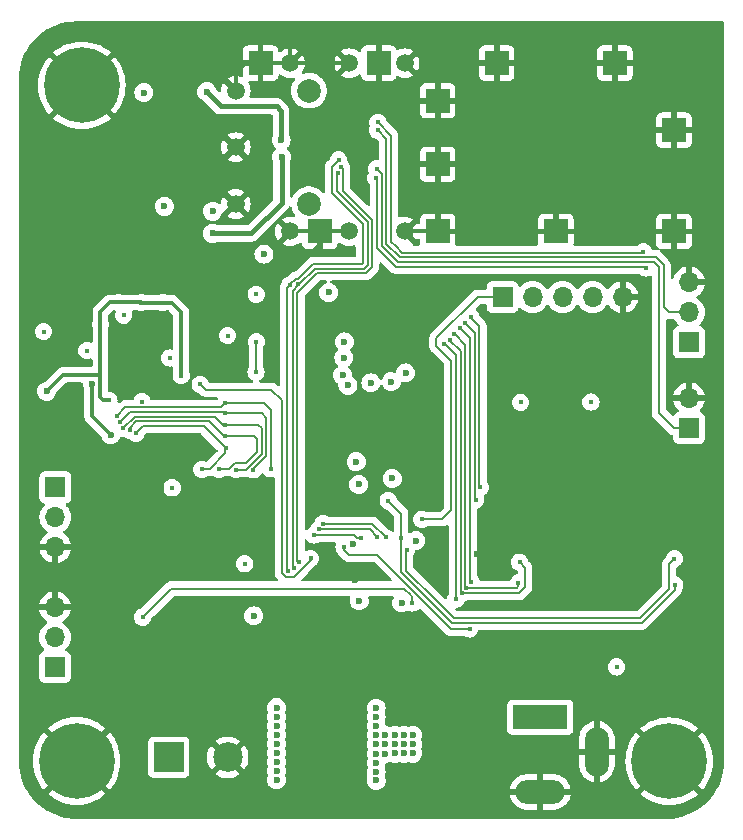
<source format=gbr>
%TF.GenerationSoftware,KiCad,Pcbnew,8.0.5*%
%TF.CreationDate,2025-11-07T08:13:22-03:00*%
%TF.ProjectId,sfp_moduloIC,7366705f-6d6f-4647-956c-6f49432e6b69,v1.0*%
%TF.SameCoordinates,Original*%
%TF.FileFunction,Copper,L4,Bot*%
%TF.FilePolarity,Positive*%
%FSLAX46Y46*%
G04 Gerber Fmt 4.6, Leading zero omitted, Abs format (unit mm)*
G04 Created by KiCad (PCBNEW 8.0.5) date 2025-11-07 08:13:22*
%MOMM*%
%LPD*%
G01*
G04 APERTURE LIST*
%TA.AperFunction,ComponentPad*%
%ADD10R,2.500000X2.500000*%
%TD*%
%TA.AperFunction,ComponentPad*%
%ADD11C,2.500000*%
%TD*%
%TA.AperFunction,ComponentPad*%
%ADD12C,6.400000*%
%TD*%
%TA.AperFunction,ComponentPad*%
%ADD13R,4.600000X2.000000*%
%TD*%
%TA.AperFunction,ComponentPad*%
%ADD14O,4.200000X2.000000*%
%TD*%
%TA.AperFunction,ComponentPad*%
%ADD15O,2.000000X4.200000*%
%TD*%
%TA.AperFunction,ComponentPad*%
%ADD16R,1.700000X1.700000*%
%TD*%
%TA.AperFunction,ComponentPad*%
%ADD17O,1.700000X1.700000*%
%TD*%
%TA.AperFunction,WasherPad*%
%ADD18C,2.000000*%
%TD*%
%TA.AperFunction,ComponentPad*%
%ADD19R,2.000000X2.000000*%
%TD*%
%TA.AperFunction,ComponentPad*%
%ADD20C,1.500000*%
%TD*%
%TA.AperFunction,ViaPad*%
%ADD21C,0.600000*%
%TD*%
%TA.AperFunction,ViaPad*%
%ADD22C,0.450000*%
%TD*%
%TA.AperFunction,Conductor*%
%ADD23C,0.300000*%
%TD*%
%TA.AperFunction,Conductor*%
%ADD24C,0.200000*%
%TD*%
%TA.AperFunction,Conductor*%
%ADD25C,0.150000*%
%TD*%
%TA.AperFunction,Conductor*%
%ADD26C,0.400000*%
%TD*%
G04 APERTURE END LIST*
D10*
%TO.P,J8,1,Pin_1*%
%TO.N,/IN*%
X127940001Y-112930000D03*
D11*
%TO.P,J8,2,Pin_2*%
%TO.N,GND*%
X132940001Y-112930000D03*
%TD*%
D12*
%TO.P,H1,1,1*%
%TO.N,GND*%
X120590001Y-56030000D03*
%TD*%
D13*
%TO.P,J7,1*%
%TO.N,/VIN*%
X159390001Y-109540000D03*
D14*
%TO.P,J7,2*%
%TO.N,GND*%
X159390001Y-115840000D03*
D15*
%TO.P,J7,3*%
X164190001Y-112440000D03*
%TD*%
D16*
%TO.P,J1,1,Pin_1*%
%TO.N,/CS3*%
X156210001Y-73940000D03*
D17*
%TO.P,J1,2,Pin_2*%
%TO.N,/MOSI*%
X158750001Y-73940000D03*
%TO.P,J1,3,Pin_3*%
%TO.N,/MISO*%
X161290001Y-73940000D03*
%TO.P,J1,4,Pin_4*%
%TO.N,/SCK*%
X163830001Y-73940000D03*
%TO.P,J1,5,Pin_5*%
%TO.N,GND*%
X166370001Y-73940000D03*
%TD*%
D16*
%TO.P,J4,1,Pin_1*%
%TO.N,+3V3*%
X171990001Y-77775000D03*
D17*
%TO.P,J4,2,Pin_2*%
%TO.N,Net-(J4-Pin_2)*%
X171990001Y-75235000D03*
%TO.P,J4,3,Pin_3*%
%TO.N,GND*%
X171990001Y-72695000D03*
%TD*%
D18*
%TO.P,J6,*%
%TO.N,*%
X139815001Y-66070000D03*
X139815001Y-56470000D03*
D19*
%TO.P,J6,CAGE,CAGE*%
%TO.N,GND*%
X170715001Y-68395000D03*
X170715001Y-59820000D03*
X165715001Y-54145000D03*
X160715001Y-68395000D03*
X155715001Y-54145000D03*
X150715001Y-68395000D03*
X150715001Y-62720000D03*
X150715001Y-57320000D03*
D20*
X147915001Y-68395000D03*
X147915001Y-54145000D03*
D19*
X145715001Y-54145000D03*
D20*
X143215001Y-68395000D03*
X143215001Y-54145000D03*
D19*
X140715001Y-68395000D03*
D20*
X138215001Y-68395000D03*
X138215001Y-54145000D03*
D19*
X135715001Y-54145000D03*
D20*
X133615001Y-66070000D03*
X133615001Y-61270000D03*
X133615001Y-56470000D03*
%TD*%
D16*
%TO.P,J3,1,Pin_1*%
%TO.N,/SWCLK*%
X118305001Y-105285000D03*
D17*
%TO.P,J3,2,Pin_2*%
%TO.N,/SWDIO*%
X118305001Y-102745000D03*
%TO.P,J3,3,Pin_3*%
%TO.N,GND*%
X118305001Y-100205000D03*
%TD*%
D16*
%TO.P,J2,1,Pin_1*%
%TO.N,/TX1*%
X118350001Y-90050000D03*
D17*
%TO.P,J2,2,Pin_2*%
%TO.N,/RX1*%
X118350001Y-92590000D03*
%TO.P,J2,3,Pin_3*%
%TO.N,GND*%
X118350001Y-95130000D03*
%TD*%
D12*
%TO.P,H2,1,1*%
%TO.N,GND*%
X170320002Y-113240001D03*
%TD*%
D16*
%TO.P,J5,1,Pin_1*%
%TO.N,/CTRL*%
X172010001Y-85035000D03*
D17*
%TO.P,J5,2,Pin_2*%
%TO.N,GND*%
X172010001Y-82495000D03*
%TD*%
D12*
%TO.P,H3,1,1*%
%TO.N,GND*%
X120150001Y-113230000D03*
%TD*%
D21*
%TO.N,GND*%
X141592801Y-84532000D03*
D22*
X130505536Y-82496266D03*
D21*
X141694401Y-60351200D03*
X156426401Y-78994800D03*
X138745536Y-70496266D03*
D22*
X119725536Y-79616266D03*
D21*
X143726401Y-97943200D03*
D22*
X118425536Y-77486266D03*
X136290001Y-96660000D03*
D21*
X154050001Y-95708000D03*
D22*
X165190001Y-75840000D03*
D21*
X136835536Y-76820000D03*
X145656801Y-77064400D03*
X127345536Y-69766266D03*
X167196001Y-81839600D03*
X125840001Y-55160000D03*
X132042401Y-80417200D03*
X145910801Y-99924400D03*
X147185536Y-78696266D03*
X126810001Y-86290000D03*
D22*
X141470001Y-74630000D03*
D21*
X121069601Y-74372000D03*
X139115536Y-51896266D03*
X145905536Y-79466266D03*
X161455601Y-81738000D03*
%TO.N,+3V3*%
X142659601Y-80569600D03*
X148850001Y-94560000D03*
X143116801Y-81433200D03*
X147993601Y-80366400D03*
X148603201Y-112573600D03*
X121460001Y-81320000D03*
D22*
X124125536Y-75476266D03*
D21*
X146266401Y-111049600D03*
X144082001Y-99660000D03*
X147079201Y-111830000D03*
X147841201Y-112573600D03*
X136004801Y-70308000D03*
X145060001Y-81210000D03*
X137071601Y-114046800D03*
X145510001Y-114870000D03*
X145504401Y-111830000D03*
X145504401Y-109525600D03*
X137071601Y-113284800D03*
X127580001Y-66262500D03*
X142820001Y-77740000D03*
X147665001Y-99835000D03*
X137071601Y-111760800D03*
X137071601Y-114808800D03*
X146266401Y-112624400D03*
D22*
X165860001Y-105260000D03*
X134380001Y-96530000D03*
X128240001Y-90100000D03*
D21*
X137071601Y-110998800D03*
D22*
X121015536Y-78486266D03*
D21*
X147079201Y-111049600D03*
X145504401Y-114148400D03*
D22*
X128030001Y-79115000D03*
X135350001Y-73720000D03*
D21*
X141491201Y-73559200D03*
X147841201Y-111049600D03*
D22*
X125662040Y-82805001D03*
D21*
X125840001Y-56630000D03*
X145504401Y-111049600D03*
D22*
X157735901Y-82855901D03*
X117350001Y-76870000D03*
D21*
X143828001Y-87884800D03*
X147841201Y-111830000D03*
X145504401Y-110287600D03*
X146876001Y-89307200D03*
X137071601Y-108712800D03*
X146790001Y-81120000D03*
X137071601Y-109474800D03*
X147079201Y-112573600D03*
X143550001Y-94860000D03*
X148603201Y-111049600D03*
X131660001Y-66682500D03*
X135141201Y-100940400D03*
X123040901Y-85610901D03*
D22*
X163685901Y-82835901D03*
D21*
X145504401Y-113386400D03*
X137071601Y-110236800D03*
X145504401Y-108763600D03*
X137071601Y-112522800D03*
X144031201Y-89815200D03*
X142770001Y-79070000D03*
X148603201Y-111830000D03*
D22*
X132935536Y-77206266D03*
D21*
X145504401Y-112624400D03*
X146266401Y-111830000D03*
D22*
%TO.N,/OUT*%
X148580001Y-99846266D03*
X125730001Y-101050000D03*
%TO.N,/RC*%
X135360001Y-77730000D03*
X135340001Y-80300000D03*
%TO.N,/RST3*%
X130610901Y-81340901D03*
X139952136Y-96082866D03*
%TO.N,+1V0*%
X125595536Y-74415000D03*
X122877096Y-82705001D03*
X128995001Y-80600000D03*
X127455536Y-74415000D03*
D21*
X117610001Y-81930000D03*
D22*
X122150001Y-76266266D03*
X123705536Y-74404999D03*
%TO.N,/RST1*%
X153530901Y-75670901D03*
X154325001Y-90060000D03*
%TO.N,Net-(D7-K)*%
X123524636Y-84015366D03*
X136590001Y-88486266D03*
X132745536Y-82900000D03*
%TO.N,Net-(D8-K)*%
X123777950Y-84531563D03*
X135120001Y-88576266D03*
X132740902Y-83790900D03*
%TO.N,Net-(D9-K)*%
X133670001Y-88557500D03*
X124075536Y-85056266D03*
X132710901Y-84780901D03*
%TO.N,Net-(D10-K)*%
X124640001Y-85230000D03*
X132745536Y-85730000D03*
X132210001Y-88527500D03*
%TO.N,Net-(D11-K)*%
X130750001Y-88537500D03*
X132775536Y-86690000D03*
X125157283Y-85481093D03*
%TO.N,/TX1*%
X141025536Y-93135000D03*
X146305536Y-94296266D03*
%TO.N,/RX1*%
X145610001Y-94240000D03*
X140665536Y-93610000D03*
%TO.N,/SWDIO*%
X140255536Y-94085000D03*
X144190901Y-94310901D03*
%TO.N,/CTRL*%
X142545536Y-62936266D03*
X138950901Y-96420901D03*
X145550001Y-63080000D03*
%TO.N,/SDA*%
X142334635Y-62335365D03*
X138005536Y-97146266D03*
X138224635Y-72915365D03*
%TO.N,/SCL*%
X142235001Y-63420000D03*
X138557139Y-96884663D03*
X138899811Y-72866266D03*
%TO.N,/LOS*%
X168130001Y-70115000D03*
X145641753Y-59150000D03*
%TO.N,/FAULT*%
X168325901Y-71495901D03*
X145460001Y-63870000D03*
%TO.N,/INT1*%
X153060902Y-76170900D03*
X153925001Y-91130000D03*
%TO.N,/CS1*%
X152250001Y-99516266D03*
X151240001Y-77920000D03*
%TO.N,/CS2*%
X153425536Y-102060000D03*
X142790001Y-95090000D03*
%TO.N,/RST2*%
X170790001Y-98326266D03*
X146527702Y-91194100D03*
X147630001Y-94376266D03*
%TO.N,/MOSI*%
X152610901Y-76600901D03*
X153555901Y-98075901D03*
%TO.N,/SCK*%
X151715902Y-77565900D03*
X157645901Y-96395901D03*
X152765536Y-99035000D03*
%TO.N,/MISO*%
X157550001Y-98150000D03*
X153135902Y-98545900D03*
X152135901Y-77095901D03*
%TO.N,/INT2*%
X148082135Y-95322865D03*
X170759636Y-96100366D03*
D21*
%TO.N,/VccR*%
X131160001Y-56560000D03*
X137460001Y-60640000D03*
%TO.N,/VccT*%
X137510001Y-62120000D03*
X131650001Y-68560000D03*
D22*
%TO.N,/CS3*%
X149365536Y-92760000D03*
%TO.N,Net-(J4-Pin_2)*%
X145625536Y-59830000D03*
%TD*%
D23*
%TO.N,GND*%
X140715001Y-68395000D02*
X140715001Y-69566801D01*
X139785536Y-70496266D02*
X138745536Y-70496266D01*
X140715001Y-68395000D02*
X138215001Y-68395000D01*
X138215001Y-54145000D02*
X143215001Y-54145000D01*
X140115536Y-70166266D02*
X139785536Y-70496266D01*
X138215001Y-52796801D02*
X139115536Y-51896266D01*
X140715001Y-68395000D02*
X143215001Y-68395000D01*
X140715001Y-69566801D02*
X140115536Y-70166266D01*
X147915001Y-68395000D02*
X150715001Y-68395000D01*
X138215001Y-54145000D02*
X135715001Y-54145000D01*
X133615001Y-55006801D02*
X134476802Y-54145000D01*
X134476802Y-54145000D02*
X135715001Y-54145000D01*
X138215001Y-54145000D02*
X138215001Y-52796801D01*
X133615001Y-56470000D02*
X133615001Y-55006801D01*
%TO.N,+3V3*%
X121460001Y-84030000D02*
X121460001Y-81320000D01*
X123040901Y-85610901D02*
X123040901Y-85610900D01*
X123040902Y-85610901D02*
X123040901Y-85610901D01*
X123065001Y-85635000D02*
X123040902Y-85610901D01*
X123040901Y-85610900D02*
X121460001Y-84030000D01*
D24*
%TO.N,/OUT*%
X147884315Y-98630000D02*
X147380001Y-98630000D01*
X147380001Y-98630000D02*
X128150001Y-98630000D01*
X148580001Y-99325686D02*
X148422158Y-99167843D01*
X128150001Y-98630000D02*
X125730001Y-101050000D01*
X148580001Y-99846266D02*
X148580001Y-99325686D01*
X148422158Y-99167843D02*
X147884315Y-98630000D01*
X148580001Y-99880000D02*
X148580001Y-99846266D01*
%TO.N,/RC*%
X135340001Y-77750000D02*
X135360001Y-77730000D01*
X135340001Y-80300000D02*
X135340001Y-77750000D01*
%TO.N,/RST3*%
X139950001Y-96211752D02*
X138515487Y-97646266D01*
X131060001Y-81790000D02*
X130610902Y-81340901D01*
X130610901Y-81340901D02*
X130610901Y-81340900D01*
X137835536Y-97646266D02*
X137525536Y-97336266D01*
X137525536Y-97336266D02*
X137525536Y-82685535D01*
X137525536Y-82685535D02*
X136630001Y-81790000D01*
X130610902Y-81340901D02*
X130610901Y-81340901D01*
X139950001Y-96085000D02*
X139950001Y-96211752D01*
X138515487Y-97646266D02*
X137835536Y-97646266D01*
X130610901Y-81340900D02*
X130610001Y-81340000D01*
X136630001Y-81790000D02*
X131060001Y-81790000D01*
D23*
%TO.N,+1V0*%
X123705536Y-74404999D02*
X123755101Y-74404999D01*
X128215001Y-74415000D02*
X128995001Y-75195000D01*
X122150001Y-80530000D02*
X122150001Y-82450000D01*
X122150001Y-76266266D02*
X122150001Y-75220000D01*
X125577696Y-74415000D02*
X125595536Y-74415000D01*
X123755101Y-74404999D02*
X125567695Y-74404999D01*
X128995001Y-75195000D02*
X128995001Y-80600000D01*
X122150001Y-75220000D02*
X122965002Y-74404999D01*
X125567695Y-74404999D02*
X125577696Y-74415000D01*
X127450001Y-74415000D02*
X127455536Y-74415000D01*
X125595536Y-74415000D02*
X127450001Y-74415000D01*
X127455536Y-74415000D02*
X128215001Y-74415000D01*
X119010001Y-80530000D02*
X122150001Y-80530000D01*
X122150001Y-82450000D02*
X122405002Y-82705001D01*
X122150001Y-80530000D02*
X122150001Y-76310000D01*
X122150001Y-76310000D02*
X122150001Y-76266266D01*
X122965002Y-74404999D02*
X123705536Y-74404999D01*
X122405002Y-82705001D02*
X122877096Y-82705001D01*
X117610001Y-81930000D02*
X119010001Y-80530000D01*
D24*
%TO.N,/RST1*%
X154325001Y-90060000D02*
X154250001Y-89985000D01*
X154250001Y-89985000D02*
X154250001Y-76390000D01*
X154250001Y-76390000D02*
X153540001Y-75680000D01*
%TO.N,Net-(D7-K)*%
X136590001Y-88477500D02*
X136600001Y-88467500D01*
X136600001Y-83480000D02*
X136020001Y-82900000D01*
X132340000Y-83280001D02*
X132720001Y-82900000D01*
X124260001Y-83280001D02*
X132340000Y-83280001D01*
X123524636Y-84015366D02*
X124260001Y-83280001D01*
X136600001Y-88467500D02*
X136600001Y-83480000D01*
D25*
X132720001Y-82900000D02*
X132690001Y-82870000D01*
D24*
X136020001Y-82900000D02*
X132720001Y-82900000D01*
%TO.N,Net-(D8-K)*%
X124629512Y-83680001D02*
X132630002Y-83680001D01*
X123777950Y-84531563D02*
X124629512Y-83680001D01*
X132630002Y-83680001D02*
X132730001Y-83780000D01*
X132730001Y-83780000D02*
X135800001Y-83780000D01*
X135800001Y-83780000D02*
X136200001Y-84180000D01*
X136200001Y-84180000D02*
X136200001Y-87401434D01*
X135120001Y-88587500D02*
X135120001Y-88576266D01*
X135120001Y-88481434D02*
X135120001Y-88576266D01*
X136200001Y-87401434D02*
X135120001Y-88481434D01*
D25*
%TO.N,Net-(D9-K)*%
X132710901Y-84780900D02*
X132660001Y-84730000D01*
D24*
X132545687Y-84790000D02*
X132720001Y-84790000D01*
X131835688Y-84080001D02*
X132545687Y-84790000D01*
X135800001Y-85050000D02*
X135540001Y-84790000D01*
X124075536Y-85056266D02*
X125051801Y-84080001D01*
X135540001Y-84790000D02*
X132720001Y-84790000D01*
X135800001Y-87235748D02*
X135800001Y-85050000D01*
D25*
X132710902Y-84780901D02*
X132710901Y-84780901D01*
D24*
X133670001Y-88557500D02*
X134478249Y-88557500D01*
D25*
X132710901Y-84780901D02*
X132710901Y-84780900D01*
D24*
X134478249Y-88557500D02*
X135800001Y-87235748D01*
D25*
X132720001Y-84790000D02*
X132710902Y-84780901D01*
D24*
X125051801Y-84080001D02*
X131835688Y-84080001D01*
%TO.N,Net-(D10-K)*%
X135400001Y-87070062D02*
X135400001Y-86000000D01*
X133535718Y-88020031D02*
X134450032Y-88020031D01*
X132745536Y-85730000D02*
X132620001Y-85730000D01*
X135400001Y-86000000D02*
X135130001Y-85730000D01*
X124640001Y-85020000D02*
X125180000Y-84480001D01*
X134450032Y-88020031D02*
X135400001Y-87070062D01*
X132620001Y-85730000D02*
X132730001Y-85730000D01*
X135130001Y-85730000D02*
X132745536Y-85730000D01*
X124640001Y-85230000D02*
X124640001Y-85020000D01*
X131370002Y-84480001D02*
X132620001Y-85730000D01*
X132210001Y-88527500D02*
X133028249Y-88527500D01*
X133028249Y-88527500D02*
X133535718Y-88020031D01*
X125180000Y-84480001D02*
X131370002Y-84480001D01*
%TO.N,Net-(D11-K)*%
X130920002Y-84880001D02*
X132720001Y-86680000D01*
X132750001Y-87190000D02*
X131402501Y-88537500D01*
X125758375Y-84880001D02*
X130920002Y-84880001D01*
X125157283Y-85481093D02*
X125758375Y-84880001D01*
X132720001Y-86680000D02*
X132750001Y-86680000D01*
X132750001Y-86680000D02*
X132750001Y-87190000D01*
X131402501Y-88537500D02*
X130750001Y-88537500D01*
%TO.N,/TX1*%
X146305536Y-94296266D02*
X146305536Y-94263783D01*
X146305536Y-94263783D02*
X145176753Y-93135000D01*
X145176753Y-93135000D02*
X141039392Y-93135000D01*
%TO.N,/RX1*%
X145610001Y-94240000D02*
X144980001Y-93610000D01*
X144980001Y-93610000D02*
X140675065Y-93610000D01*
%TO.N,/SWDIO*%
X144200001Y-94320000D02*
X143858530Y-94320000D01*
X143858530Y-94320000D02*
X143623530Y-94085000D01*
X143623530Y-94085000D02*
X140280001Y-94085000D01*
%TO.N,/CTRL*%
X142710001Y-64978629D02*
X142710001Y-63130000D01*
X172010001Y-85035000D02*
X170735001Y-85035000D01*
X144611373Y-71940000D02*
X145180001Y-71371372D01*
X138840001Y-73591372D02*
X140491373Y-71940000D01*
X169020001Y-70990000D02*
X147350001Y-70990000D01*
X138840001Y-96310000D02*
X138840001Y-73591372D01*
X145180001Y-67448629D02*
X142710001Y-64978629D01*
X169450001Y-83750000D02*
X169450001Y-71420000D01*
X145980001Y-69620000D02*
X145980001Y-63510000D01*
X169450001Y-71420000D02*
X169020001Y-70990000D01*
X139010001Y-96480000D02*
X138840001Y-96310000D01*
X142710001Y-63130000D02*
X142530001Y-62950000D01*
X140491373Y-71940000D02*
X144611373Y-71940000D01*
X147350001Y-70990000D02*
X145980001Y-69620000D01*
X170735001Y-85035000D02*
X169450001Y-83750000D01*
X145980001Y-63510000D02*
X145550001Y-63080000D01*
X145180001Y-71371372D02*
X145180001Y-67448629D01*
%TO.N,/SDA*%
X138240001Y-72900000D02*
X138240001Y-72847868D01*
X138703059Y-72384810D02*
X138915191Y-72384810D01*
X142334636Y-62335365D02*
X142340001Y-62330000D01*
X137965536Y-73174464D02*
X138224635Y-72915365D01*
X144280001Y-71140000D02*
X144380001Y-71040000D01*
X137965536Y-97126266D02*
X137965536Y-73174464D01*
X138240001Y-72847868D02*
X138703059Y-72384810D01*
X138224636Y-72915365D02*
X138240001Y-72900000D01*
X142334635Y-62335365D02*
X142334636Y-62335365D01*
X141760001Y-62910000D02*
X142334635Y-62335366D01*
X141760001Y-65160000D02*
X141760001Y-62910000D01*
X140160001Y-71140000D02*
X144280001Y-71140000D01*
X138224635Y-72915365D02*
X138224636Y-72915365D01*
X144380001Y-67780000D02*
X141760001Y-65160000D01*
X144380001Y-71040000D02*
X144380001Y-67780000D01*
X142334635Y-62335366D02*
X142334635Y-62335365D01*
X138915191Y-72384810D02*
X140160001Y-71140000D01*
%TO.N,/SCL*%
X138557139Y-96884663D02*
X138557139Y-96884662D01*
X144780001Y-71205686D02*
X144780001Y-67614315D01*
X138558221Y-96885744D02*
X138557140Y-96884663D01*
X144445687Y-71540000D02*
X144780001Y-71205686D01*
X142160001Y-64994315D02*
X142160001Y-63495000D01*
X142160001Y-63495000D02*
X142235001Y-63420000D01*
X138899811Y-72859810D02*
X139005877Y-72859810D01*
X138899811Y-72965876D02*
X138899811Y-72866266D01*
X144780001Y-67614315D02*
X142160001Y-64994315D01*
X140325687Y-71540000D02*
X144445687Y-71540000D01*
X138440001Y-73425686D02*
X138899811Y-72965876D01*
X138557139Y-96884662D02*
X138440001Y-96767524D01*
X138557140Y-96884663D02*
X138557139Y-96884663D01*
X138440001Y-96767524D02*
X138440001Y-73425686D01*
X139005877Y-72859810D02*
X140325687Y-71540000D01*
X138899811Y-72866266D02*
X138899811Y-72859810D01*
%TO.N,/LOS*%
X146780001Y-69280000D02*
X147145001Y-69645000D01*
X168055001Y-70190000D02*
X168130001Y-70115000D01*
X146780001Y-60288248D02*
X146780001Y-69280000D01*
X145641753Y-59150000D02*
X146780001Y-60288248D01*
X147145001Y-69645000D02*
X147690001Y-70190000D01*
X147690001Y-70190000D02*
X150230001Y-70190000D01*
X150230001Y-70190000D02*
X154170001Y-70190000D01*
X145640001Y-59150000D02*
X145641753Y-59150000D01*
X154170001Y-70190000D02*
X168055001Y-70190000D01*
%TO.N,/FAULT*%
X145580001Y-69785686D02*
X147184315Y-71390000D01*
X145580001Y-63990000D02*
X145580001Y-69785686D01*
X168220001Y-71390000D02*
X168320001Y-71490000D01*
X167850001Y-71390000D02*
X168220001Y-71390000D01*
X147184315Y-71390000D02*
X167850001Y-71390000D01*
X145460001Y-63870000D02*
X145580001Y-63990000D01*
%TO.N,/INT1*%
X153060901Y-76170900D02*
X153060902Y-76170900D01*
X153850001Y-91055000D02*
X153925001Y-91130000D01*
X153050001Y-76160000D02*
X153060901Y-76170900D01*
X153850001Y-76960000D02*
X153850001Y-90820000D01*
X153060902Y-76170900D02*
X153060902Y-76170901D01*
X153850001Y-90820000D02*
X153850001Y-91055000D01*
X153060902Y-76170901D02*
X153850001Y-76960000D01*
%TO.N,/CS1*%
X152250001Y-78860000D02*
X152250001Y-99470000D01*
X152250001Y-99490000D02*
X152250001Y-99516266D01*
X151240001Y-77920000D02*
X151310001Y-77920000D01*
X152250001Y-99516266D02*
X152250001Y-99535000D01*
X151310001Y-77920000D02*
X152250001Y-78860000D01*
X152240001Y-99480000D02*
X152250001Y-99490000D01*
X152250001Y-99470000D02*
X152240001Y-99480000D01*
%TO.N,/CS2*%
X153440001Y-102060000D02*
X153425536Y-102060000D01*
X153425536Y-102060000D02*
X151880001Y-102060000D01*
X142790001Y-95370000D02*
X142790001Y-95090000D01*
X145590001Y-95770000D02*
X143190001Y-95770000D01*
X151880001Y-102060000D02*
X147190001Y-97370000D01*
X147190001Y-97370000D02*
X145590001Y-95770000D01*
X143190001Y-95770000D02*
X142790001Y-95370000D01*
%TO.N,/RST2*%
X147630001Y-94370000D02*
X147630001Y-94376266D01*
X147630001Y-94376266D02*
X147630001Y-97244314D01*
X146527702Y-91194101D02*
X147630001Y-92296400D01*
X168010001Y-101530000D02*
X170790001Y-98750000D01*
X153588910Y-101537157D02*
X153596067Y-101530000D01*
X146520401Y-91186800D02*
X146527701Y-91194100D01*
X170790001Y-98750000D02*
X170790001Y-98326266D01*
X170790001Y-98326266D02*
X170790001Y-98310000D01*
X146527702Y-91194100D02*
X146527702Y-91194101D01*
X151922844Y-101537157D02*
X153588910Y-101537157D01*
X146527701Y-91194100D02*
X146527702Y-91194100D01*
X147630001Y-92296400D02*
X147630001Y-94370000D01*
X153596067Y-101530000D02*
X168010001Y-101530000D01*
X147630001Y-97244314D02*
X151922844Y-101537157D01*
%TO.N,/MOSI*%
X153450001Y-97970000D02*
X153450001Y-77440000D01*
X153450001Y-77440000D02*
X152590001Y-76580000D01*
X153560001Y-98080000D02*
X153450001Y-97970000D01*
%TO.N,/SCK*%
X157645902Y-96395901D02*
X157645901Y-96395901D01*
X158100001Y-96850000D02*
X157645902Y-96395901D01*
X158100001Y-96990000D02*
X158100001Y-96850000D01*
X157565001Y-99035000D02*
X157920001Y-98680000D01*
X152765536Y-99035000D02*
X157565001Y-99035000D01*
X152650001Y-98960000D02*
X152725001Y-99035000D01*
X157645901Y-96395900D02*
X157640001Y-96390000D01*
X158100001Y-98500000D02*
X158100001Y-96990000D01*
X157645901Y-96395901D02*
X157645901Y-96395900D01*
X152650001Y-78500000D02*
X152650001Y-98820000D01*
X152725001Y-99035000D02*
X152765536Y-99035000D01*
X151710001Y-77560000D02*
X152650001Y-78500000D01*
X152650001Y-98820000D02*
X152650001Y-98960000D01*
X157920001Y-98680000D02*
X158100001Y-98500000D01*
%TO.N,/MISO*%
X153135902Y-98545901D02*
X153145001Y-98555000D01*
X153125001Y-98535000D02*
X153050001Y-98460000D01*
X153135901Y-98545900D02*
X153135902Y-98545900D01*
X153050001Y-78010000D02*
X152150001Y-77110000D01*
X153050001Y-98460000D02*
X153050001Y-78010000D01*
X153145001Y-98555000D02*
X157395001Y-98555000D01*
X153135902Y-98545900D02*
X153135902Y-98545901D01*
X157395001Y-98555000D02*
X157550001Y-98400000D01*
X157550001Y-98400000D02*
X157550001Y-98150000D01*
X153125001Y-98535000D02*
X153135901Y-98545900D01*
%TO.N,/INT2*%
X148082135Y-95322865D02*
X148082136Y-95322865D01*
X170315001Y-98659314D02*
X167844315Y-101130000D01*
X148060001Y-95860000D02*
X148060001Y-95345000D01*
X152081373Y-101130000D02*
X150671373Y-99720000D01*
X148082136Y-95322865D02*
X148105001Y-95300000D01*
X148060001Y-95345000D02*
X148082135Y-95322866D01*
X167844315Y-101130000D02*
X159380001Y-101130000D01*
X170750001Y-96110000D02*
X170315001Y-96545000D01*
X148082135Y-95322866D02*
X148082135Y-95322865D01*
X170315001Y-98440000D02*
X170315001Y-98659314D01*
X170315001Y-96545000D02*
X170315001Y-98440000D01*
X159380001Y-101130000D02*
X152081373Y-101130000D01*
X148060001Y-97108628D02*
X148060001Y-95860000D01*
X150671373Y-99720000D02*
X148060001Y-97108628D01*
D26*
%TO.N,/VccR*%
X137070001Y-57790000D02*
X137460001Y-58180000D01*
X131160001Y-56560000D02*
X132390001Y-57790000D01*
X132390001Y-57790000D02*
X137070001Y-57790000D01*
X137460001Y-58180000D02*
X137460001Y-60640000D01*
%TO.N,/VccT*%
X137510001Y-62120000D02*
X137510001Y-65958000D01*
X134908001Y-68560000D02*
X131650001Y-68560000D01*
X137510001Y-65958000D02*
X134908001Y-68560000D01*
D24*
%TO.N,/CS3*%
X151850001Y-79360000D02*
X150600001Y-78110000D01*
X154100001Y-73940000D02*
X156210001Y-73940000D01*
X151090001Y-92760000D02*
X151850001Y-92000000D01*
X150600001Y-77440000D02*
X154100001Y-73940000D01*
X149330001Y-92760000D02*
X149365536Y-92760000D01*
X151850001Y-92000000D02*
X151850001Y-79360000D01*
X149365536Y-92760000D02*
X151090001Y-92760000D01*
X150600001Y-78110000D02*
X150600001Y-77440000D01*
%TO.N,Net-(J4-Pin_2)*%
X146380001Y-69454314D02*
X146380001Y-60560000D01*
X169850001Y-71254314D02*
X169185687Y-70590000D01*
X169185687Y-70590000D02*
X147515687Y-70590000D01*
X170285001Y-75235000D02*
X169850001Y-74800000D01*
X169850001Y-74800000D02*
X169850001Y-71254314D01*
X171990001Y-75235000D02*
X170285001Y-75235000D01*
X147515687Y-70590000D02*
X146380001Y-69454314D01*
X146380001Y-60560000D02*
X145650001Y-59830000D01*
%TD*%
%TA.AperFunction,Conductor*%
%TO.N,GND*%
G36*
X139645704Y-94488219D02*
G01*
X139669495Y-94515961D01*
X139684725Y-94540201D01*
X139684728Y-94540204D01*
X139800332Y-94655808D01*
X139938761Y-94742789D01*
X140093075Y-94796786D01*
X140093078Y-94796786D01*
X140093080Y-94796787D01*
X140255532Y-94815091D01*
X140255536Y-94815091D01*
X140255540Y-94815091D01*
X140417991Y-94796787D01*
X140417992Y-94796786D01*
X140417997Y-94796786D01*
X140572311Y-94742789D01*
X140633238Y-94704505D01*
X140699210Y-94685500D01*
X141988146Y-94685500D01*
X142055185Y-94705185D01*
X142100940Y-94757989D01*
X142110884Y-94827147D01*
X142105188Y-94850454D01*
X142078213Y-94927544D01*
X142059910Y-95089996D01*
X142059910Y-95090003D01*
X142078213Y-95252455D01*
X142132211Y-95406774D01*
X142202397Y-95518474D01*
X142217177Y-95552351D01*
X142230421Y-95601779D01*
X142230423Y-95601782D01*
X142230424Y-95601785D01*
X142252280Y-95639640D01*
X142307792Y-95735791D01*
X142309480Y-95738714D01*
X142309482Y-95738717D01*
X142428350Y-95857585D01*
X142428356Y-95857590D01*
X142705140Y-96134374D01*
X142705150Y-96134385D01*
X142709480Y-96138715D01*
X142709481Y-96138716D01*
X142821285Y-96250520D01*
X142821287Y-96250521D01*
X142821291Y-96250524D01*
X142913223Y-96303600D01*
X142958217Y-96329577D01*
X143070020Y-96359534D01*
X143110943Y-96370500D01*
X143110944Y-96370500D01*
X145289904Y-96370500D01*
X145356943Y-96390185D01*
X145377585Y-96406819D01*
X146788584Y-97817819D01*
X146822069Y-97879142D01*
X146817085Y-97948834D01*
X146775213Y-98004767D01*
X146709749Y-98029184D01*
X146700903Y-98029500D01*
X139280849Y-98029500D01*
X139213810Y-98009815D01*
X139168055Y-97957011D01*
X139158111Y-97887853D01*
X139187136Y-97824297D01*
X139193168Y-97817819D01*
X139696201Y-97314786D01*
X140262859Y-96748127D01*
X140284565Y-96730818D01*
X140407337Y-96653676D01*
X140407337Y-96653675D01*
X140407340Y-96653674D01*
X140522944Y-96538070D01*
X140609925Y-96399641D01*
X140663922Y-96245327D01*
X140665261Y-96233445D01*
X140682227Y-96082869D01*
X140682227Y-96082862D01*
X140663923Y-95920410D01*
X140663922Y-95920408D01*
X140663922Y-95920405D01*
X140609925Y-95766091D01*
X140522944Y-95627662D01*
X140407340Y-95512058D01*
X140364798Y-95485327D01*
X140268910Y-95425076D01*
X140114591Y-95371078D01*
X139952140Y-95352775D01*
X139952132Y-95352775D01*
X139789680Y-95371078D01*
X139635360Y-95425076D01*
X139630473Y-95428148D01*
X139563236Y-95447148D01*
X139496401Y-95426780D01*
X139451187Y-95373512D01*
X139440501Y-95323154D01*
X139440501Y-94581932D01*
X139460186Y-94514893D01*
X139512990Y-94469138D01*
X139582148Y-94459194D01*
X139645704Y-94488219D01*
G37*
%TD.AperFunction*%
%TA.AperFunction,Conductor*%
G36*
X148958125Y-69084570D02*
G01*
X148989427Y-69039869D01*
X149044004Y-68996245D01*
X149113503Y-68989053D01*
X149175857Y-69020576D01*
X149211270Y-69080806D01*
X149215001Y-69110994D01*
X149215001Y-69442834D01*
X149216013Y-69452240D01*
X149203610Y-69521000D01*
X149156002Y-69572139D01*
X149092724Y-69589500D01*
X148726651Y-69589500D01*
X148659612Y-69569815D01*
X148613857Y-69517011D01*
X148603123Y-69454694D01*
X148604572Y-69438125D01*
X148023997Y-68857550D01*
X148098344Y-68837630D01*
X148206658Y-68775095D01*
X148295096Y-68686657D01*
X148357631Y-68578343D01*
X148377551Y-68503997D01*
X148958125Y-69084570D01*
G37*
%TD.AperFunction*%
%TA.AperFunction,Conductor*%
G36*
X174831060Y-50616715D02*
G01*
X174898094Y-50636412D01*
X174943840Y-50689224D01*
X174955036Y-50740715D01*
X174955036Y-113271765D01*
X174954918Y-113277172D01*
X174936824Y-113691726D01*
X174935881Y-113702503D01*
X174882079Y-114111209D01*
X174880201Y-114121862D01*
X174790980Y-114524336D01*
X174788180Y-114534785D01*
X174664224Y-114927941D01*
X174660524Y-114938107D01*
X174502773Y-115318961D01*
X174498202Y-115328765D01*
X174307848Y-115694435D01*
X174302439Y-115703803D01*
X174080950Y-116051478D01*
X174074751Y-116060331D01*
X173974297Y-116191247D01*
X173823792Y-116387388D01*
X173816839Y-116395674D01*
X173538327Y-116699619D01*
X173530683Y-116707262D01*
X173410723Y-116817186D01*
X173226752Y-116985764D01*
X173218465Y-116992717D01*
X172891414Y-117243670D01*
X172882553Y-117249875D01*
X172534870Y-117471372D01*
X172525501Y-117476781D01*
X172159836Y-117667131D01*
X172150032Y-117671702D01*
X171769178Y-117829454D01*
X171759012Y-117833154D01*
X171365856Y-117957110D01*
X171355407Y-117959910D01*
X170952933Y-118049131D01*
X170942280Y-118051009D01*
X170533574Y-118104811D01*
X170522797Y-118105754D01*
X170108243Y-118123848D01*
X170102836Y-118123966D01*
X120108239Y-118123966D01*
X120102831Y-118123848D01*
X119688277Y-118105751D01*
X119677501Y-118104808D01*
X119464280Y-118076738D01*
X119268796Y-118051003D01*
X119258143Y-118049125D01*
X118855670Y-117959901D01*
X118845221Y-117957101D01*
X118681906Y-117905609D01*
X118452061Y-117833140D01*
X118441898Y-117829441D01*
X118061079Y-117671702D01*
X118061047Y-117671688D01*
X118051244Y-117667118D01*
X117685580Y-117476767D01*
X117676211Y-117471358D01*
X117328529Y-117249861D01*
X117319668Y-117243656D01*
X116992626Y-116992708D01*
X116984339Y-116985755D01*
X116939949Y-116945079D01*
X116680389Y-116707237D01*
X116672763Y-116699611D01*
X116394241Y-116395657D01*
X116387297Y-116387381D01*
X116136344Y-116060332D01*
X116130139Y-116051471D01*
X115908639Y-115703784D01*
X115903231Y-115694416D01*
X115893418Y-115675565D01*
X115712882Y-115328756D01*
X115708314Y-115318961D01*
X115550549Y-114938080D01*
X115546863Y-114927952D01*
X115422893Y-114534762D01*
X115420100Y-114524336D01*
X115330871Y-114121840D01*
X115328997Y-114111209D01*
X115275189Y-113702478D01*
X115274249Y-113691744D01*
X115256154Y-113277215D01*
X115256036Y-113271807D01*
X115256036Y-113229999D01*
X116444923Y-113229999D01*
X116444923Y-113230000D01*
X116465220Y-113617287D01*
X116525887Y-114000323D01*
X116525888Y-114000330D01*
X116626263Y-114374936D01*
X116765245Y-114736994D01*
X116941311Y-115082543D01*
X117152532Y-115407793D01*
X117361096Y-115665350D01*
X117361097Y-115665350D01*
X118855749Y-114170698D01*
X118929589Y-114272330D01*
X119107671Y-114450412D01*
X119209301Y-114524251D01*
X117714649Y-116018903D01*
X117714650Y-116018904D01*
X117972207Y-116227468D01*
X118297457Y-116438689D01*
X118643006Y-116614755D01*
X119005064Y-116753737D01*
X119379670Y-116854112D01*
X119379677Y-116854113D01*
X119762713Y-116914780D01*
X120150000Y-116935078D01*
X120150002Y-116935078D01*
X120537288Y-116914780D01*
X120920324Y-116854113D01*
X120920331Y-116854112D01*
X121294937Y-116753737D01*
X121656995Y-116614755D01*
X122002544Y-116438689D01*
X122327784Y-116227476D01*
X122327786Y-116227475D01*
X122585350Y-116018902D01*
X121090699Y-114524251D01*
X121192331Y-114450412D01*
X121370413Y-114272330D01*
X121444252Y-114170698D01*
X122938903Y-115665349D01*
X123147476Y-115407785D01*
X123147477Y-115407783D01*
X123358690Y-115082543D01*
X123534756Y-114736994D01*
X123673738Y-114374936D01*
X123774113Y-114000330D01*
X123774114Y-114000323D01*
X123834781Y-113617287D01*
X123855079Y-113230000D01*
X123855079Y-113229999D01*
X123834781Y-112842712D01*
X123774114Y-112459676D01*
X123774113Y-112459669D01*
X123673738Y-112085063D01*
X123534756Y-111723005D01*
X123488455Y-111632135D01*
X126189501Y-111632135D01*
X126189501Y-114227870D01*
X126189502Y-114227876D01*
X126195909Y-114287483D01*
X126246203Y-114422328D01*
X126246207Y-114422335D01*
X126332453Y-114537544D01*
X126332456Y-114537547D01*
X126447665Y-114623793D01*
X126447672Y-114623797D01*
X126582518Y-114674091D01*
X126582517Y-114674091D01*
X126589445Y-114674835D01*
X126642128Y-114680500D01*
X129237873Y-114680499D01*
X129297484Y-114674091D01*
X129432332Y-114623796D01*
X129547547Y-114537546D01*
X129633797Y-114422331D01*
X129684092Y-114287483D01*
X129690501Y-114227873D01*
X129690500Y-112929995D01*
X131185094Y-112929995D01*
X131185094Y-112930004D01*
X131204693Y-113191545D01*
X131204694Y-113191550D01*
X131263059Y-113447270D01*
X131358884Y-113691426D01*
X131358883Y-113691426D01*
X131490028Y-113918573D01*
X131537875Y-113978571D01*
X132338959Y-113177488D01*
X132363979Y-113237890D01*
X132435113Y-113344351D01*
X132525650Y-113434888D01*
X132632111Y-113506022D01*
X132692511Y-113531041D01*
X131890831Y-114332720D01*
X132062547Y-114449793D01*
X132062551Y-114449795D01*
X132298855Y-114563594D01*
X132298859Y-114563595D01*
X132549495Y-114640907D01*
X132549501Y-114640909D01*
X132808849Y-114679999D01*
X132808858Y-114680000D01*
X133071144Y-114680000D01*
X133071152Y-114679999D01*
X133330500Y-114640909D01*
X133330506Y-114640907D01*
X133581144Y-114563595D01*
X133817446Y-114449798D01*
X133817448Y-114449797D01*
X133989169Y-114332720D01*
X133187489Y-113531041D01*
X133247891Y-113506022D01*
X133354352Y-113434888D01*
X133444889Y-113344351D01*
X133516023Y-113237890D01*
X133541042Y-113177488D01*
X134342126Y-113978572D01*
X134389972Y-113918573D01*
X134521117Y-113691426D01*
X134616942Y-113447270D01*
X134675307Y-113191550D01*
X134675308Y-113191545D01*
X134694908Y-112930004D01*
X134694908Y-112929995D01*
X134675308Y-112668454D01*
X134675307Y-112668449D01*
X134616942Y-112412729D01*
X134521117Y-112168573D01*
X134521118Y-112168573D01*
X134389973Y-111941426D01*
X134342125Y-111881427D01*
X133541042Y-112682510D01*
X133516023Y-112622110D01*
X133444889Y-112515649D01*
X133354352Y-112425112D01*
X133247891Y-112353978D01*
X133187489Y-112328958D01*
X133989169Y-111527278D01*
X133817455Y-111410206D01*
X133817446Y-111410201D01*
X133581143Y-111296404D01*
X133581145Y-111296404D01*
X133330506Y-111219092D01*
X133330500Y-111219090D01*
X133071152Y-111180000D01*
X132808849Y-111180000D01*
X132549501Y-111219090D01*
X132549495Y-111219092D01*
X132298859Y-111296404D01*
X132298855Y-111296405D01*
X132062548Y-111410205D01*
X132062540Y-111410210D01*
X131890831Y-111527277D01*
X132692512Y-112328958D01*
X132632111Y-112353978D01*
X132525650Y-112425112D01*
X132435113Y-112515649D01*
X132363979Y-112622110D01*
X132338959Y-112682510D01*
X131537875Y-111881427D01*
X131490029Y-111941425D01*
X131358884Y-112168573D01*
X131263059Y-112412729D01*
X131204694Y-112668449D01*
X131204693Y-112668454D01*
X131185094Y-112929995D01*
X129690500Y-112929995D01*
X129690500Y-111632128D01*
X129685063Y-111581550D01*
X129684092Y-111572516D01*
X129633798Y-111437671D01*
X129633794Y-111437664D01*
X129547548Y-111322455D01*
X129547545Y-111322452D01*
X129432336Y-111236206D01*
X129432329Y-111236202D01*
X129297483Y-111185908D01*
X129297484Y-111185908D01*
X129237884Y-111179501D01*
X129237882Y-111179500D01*
X129237874Y-111179500D01*
X129237865Y-111179500D01*
X126642130Y-111179500D01*
X126642124Y-111179501D01*
X126582517Y-111185908D01*
X126447672Y-111236202D01*
X126447665Y-111236206D01*
X126332456Y-111322452D01*
X126332453Y-111322455D01*
X126246207Y-111437664D01*
X126246203Y-111437671D01*
X126195909Y-111572517D01*
X126189502Y-111632116D01*
X126189502Y-111632123D01*
X126189501Y-111632135D01*
X123488455Y-111632135D01*
X123358690Y-111377456D01*
X123147469Y-111052206D01*
X122938905Y-110794649D01*
X122938904Y-110794648D01*
X121444252Y-112289300D01*
X121370413Y-112187670D01*
X121192331Y-112009588D01*
X121090699Y-111935748D01*
X122585351Y-110441096D01*
X122585351Y-110441095D01*
X122327794Y-110232531D01*
X122002544Y-110021310D01*
X121656995Y-109845244D01*
X121294937Y-109706262D01*
X120920331Y-109605887D01*
X120920324Y-109605886D01*
X120537288Y-109545219D01*
X120150002Y-109524922D01*
X120150000Y-109524922D01*
X119762713Y-109545219D01*
X119379677Y-109605886D01*
X119379670Y-109605887D01*
X119005064Y-109706262D01*
X118643006Y-109845244D01*
X118297457Y-110021310D01*
X117972207Y-110232531D01*
X117714649Y-110441095D01*
X117714649Y-110441096D01*
X119209302Y-111935748D01*
X119107671Y-112009588D01*
X118929589Y-112187670D01*
X118855749Y-112289300D01*
X117361097Y-110794648D01*
X117361096Y-110794648D01*
X117152532Y-111052206D01*
X116941311Y-111377456D01*
X116765245Y-111723005D01*
X116626263Y-112085063D01*
X116525888Y-112459669D01*
X116525887Y-112459676D01*
X116465220Y-112842712D01*
X116444923Y-113229999D01*
X115256036Y-113229999D01*
X115256036Y-108712796D01*
X136266036Y-108712796D01*
X136266036Y-108712803D01*
X136286231Y-108892049D01*
X136286234Y-108892062D01*
X136342495Y-109052845D01*
X136346057Y-109122624D01*
X136342495Y-109134755D01*
X136286234Y-109295537D01*
X136286231Y-109295550D01*
X136266036Y-109474796D01*
X136266036Y-109474803D01*
X136286231Y-109654049D01*
X136286234Y-109654062D01*
X136342495Y-109814845D01*
X136346057Y-109884624D01*
X136342495Y-109896755D01*
X136286234Y-110057537D01*
X136286231Y-110057550D01*
X136266036Y-110236796D01*
X136266036Y-110236803D01*
X136286231Y-110416049D01*
X136286234Y-110416062D01*
X136342495Y-110576845D01*
X136346057Y-110646624D01*
X136342495Y-110658755D01*
X136286234Y-110819537D01*
X136286231Y-110819550D01*
X136266036Y-110998796D01*
X136266036Y-110998803D01*
X136286231Y-111178049D01*
X136286234Y-111178062D01*
X136342495Y-111338845D01*
X136346057Y-111408624D01*
X136342495Y-111420755D01*
X136286234Y-111581537D01*
X136286231Y-111581550D01*
X136266036Y-111760796D01*
X136266036Y-111760803D01*
X136286231Y-111940049D01*
X136286234Y-111940062D01*
X136342495Y-112100845D01*
X136346057Y-112170624D01*
X136342495Y-112182755D01*
X136286234Y-112343537D01*
X136286231Y-112343550D01*
X136266036Y-112522796D01*
X136266036Y-112522803D01*
X136286231Y-112702049D01*
X136286234Y-112702062D01*
X136342495Y-112862845D01*
X136346057Y-112932624D01*
X136342495Y-112944755D01*
X136286234Y-113105537D01*
X136286231Y-113105550D01*
X136266036Y-113284796D01*
X136266036Y-113284803D01*
X136286231Y-113464049D01*
X136286234Y-113464062D01*
X136342495Y-113624845D01*
X136346057Y-113694624D01*
X136342495Y-113706755D01*
X136286234Y-113867537D01*
X136286231Y-113867550D01*
X136266036Y-114046796D01*
X136266036Y-114046803D01*
X136286231Y-114226049D01*
X136286234Y-114226062D01*
X136342495Y-114386845D01*
X136346057Y-114456624D01*
X136342495Y-114468755D01*
X136286234Y-114629537D01*
X136286231Y-114629550D01*
X136266036Y-114808796D01*
X136266036Y-114808803D01*
X136286231Y-114988049D01*
X136286232Y-114988054D01*
X136345812Y-115158323D01*
X136384267Y-115219523D01*
X136441785Y-115311062D01*
X136569339Y-115438616D01*
X136722079Y-115534589D01*
X136733245Y-115538496D01*
X136892346Y-115594168D01*
X136892351Y-115594169D01*
X137071597Y-115614365D01*
X137071601Y-115614365D01*
X137071605Y-115614365D01*
X137250850Y-115594169D01*
X137250853Y-115594168D01*
X137250856Y-115594168D01*
X137421123Y-115534589D01*
X137573863Y-115438616D01*
X137701417Y-115311062D01*
X137797390Y-115158322D01*
X137856969Y-114988055D01*
X137862597Y-114938107D01*
X137877166Y-114808803D01*
X137877166Y-114808796D01*
X137856970Y-114629550D01*
X137856967Y-114629537D01*
X137800707Y-114468755D01*
X137797145Y-114398976D01*
X137800707Y-114386845D01*
X137856967Y-114226062D01*
X137856970Y-114226049D01*
X137877166Y-114046803D01*
X137877166Y-114046796D01*
X137856970Y-113867550D01*
X137856967Y-113867537D01*
X137800707Y-113706755D01*
X137797145Y-113636976D01*
X137800707Y-113624845D01*
X137856967Y-113464062D01*
X137856970Y-113464049D01*
X137877166Y-113284803D01*
X137877166Y-113284796D01*
X137856970Y-113105550D01*
X137856967Y-113105537D01*
X137800707Y-112944755D01*
X137797145Y-112874976D01*
X137800707Y-112862845D01*
X137856967Y-112702062D01*
X137856970Y-112702049D01*
X137877166Y-112522803D01*
X137877166Y-112522796D01*
X137856970Y-112343550D01*
X137856967Y-112343537D01*
X137800707Y-112182755D01*
X137797145Y-112112976D01*
X137800707Y-112100845D01*
X137856967Y-111940062D01*
X137856970Y-111940049D01*
X137877166Y-111760803D01*
X137877166Y-111760796D01*
X137856970Y-111581550D01*
X137856967Y-111581537D01*
X137800707Y-111420755D01*
X137797145Y-111350976D01*
X137800707Y-111338845D01*
X137856967Y-111178062D01*
X137856970Y-111178049D01*
X137877166Y-110998803D01*
X137877166Y-110998796D01*
X137856970Y-110819550D01*
X137856967Y-110819537D01*
X137800707Y-110658755D01*
X137797145Y-110588976D01*
X137800707Y-110576845D01*
X137856967Y-110416062D01*
X137856970Y-110416049D01*
X137877166Y-110236803D01*
X137877166Y-110236796D01*
X137856970Y-110057550D01*
X137856967Y-110057537D01*
X137800707Y-109896755D01*
X137797145Y-109826976D01*
X137800707Y-109814845D01*
X137856967Y-109654062D01*
X137856970Y-109654049D01*
X137877166Y-109474803D01*
X137877166Y-109474796D01*
X137856970Y-109295550D01*
X137856967Y-109295537D01*
X137800707Y-109134755D01*
X137797145Y-109064976D01*
X137800707Y-109052845D01*
X137856967Y-108892062D01*
X137856970Y-108892049D01*
X137871443Y-108763596D01*
X144698836Y-108763596D01*
X144698836Y-108763603D01*
X144719031Y-108942849D01*
X144719034Y-108942862D01*
X144775295Y-109103645D01*
X144778857Y-109173424D01*
X144775295Y-109185555D01*
X144719034Y-109346337D01*
X144719031Y-109346350D01*
X144698836Y-109525596D01*
X144698836Y-109525603D01*
X144719031Y-109704849D01*
X144719034Y-109704862D01*
X144775295Y-109865645D01*
X144778857Y-109935424D01*
X144775295Y-109947555D01*
X144719034Y-110108337D01*
X144719031Y-110108350D01*
X144698836Y-110287596D01*
X144698836Y-110287603D01*
X144719031Y-110466849D01*
X144719034Y-110466862D01*
X144775295Y-110627645D01*
X144778857Y-110697424D01*
X144775295Y-110709555D01*
X144719034Y-110870337D01*
X144719031Y-110870350D01*
X144698836Y-111049596D01*
X144698836Y-111049603D01*
X144719031Y-111228849D01*
X144719032Y-111228854D01*
X144778515Y-111398845D01*
X144782076Y-111468624D01*
X144778515Y-111480755D01*
X144719032Y-111650745D01*
X144719031Y-111650750D01*
X144698836Y-111829996D01*
X144698836Y-111830003D01*
X144719031Y-112009249D01*
X144719034Y-112009262D01*
X144780911Y-112186094D01*
X144778003Y-112187111D01*
X144786955Y-112242815D01*
X144779604Y-112267848D01*
X144780911Y-112268306D01*
X144719034Y-112445137D01*
X144719031Y-112445150D01*
X144698836Y-112624396D01*
X144698836Y-112624403D01*
X144719031Y-112803649D01*
X144719034Y-112803662D01*
X144775295Y-112964445D01*
X144778857Y-113034224D01*
X144775295Y-113046355D01*
X144719034Y-113207137D01*
X144719031Y-113207150D01*
X144698836Y-113386396D01*
X144698836Y-113386403D01*
X144719031Y-113565649D01*
X144719034Y-113565662D01*
X144775295Y-113726445D01*
X144778857Y-113796224D01*
X144775295Y-113808355D01*
X144719034Y-113969137D01*
X144719031Y-113969150D01*
X144698836Y-114148396D01*
X144698836Y-114148403D01*
X144719031Y-114327649D01*
X144719033Y-114327657D01*
X144771027Y-114476248D01*
X144774588Y-114546027D01*
X144771027Y-114558156D01*
X144724633Y-114690742D01*
X144724631Y-114690750D01*
X144704436Y-114869996D01*
X144704436Y-114870003D01*
X144724631Y-115049249D01*
X144724632Y-115049254D01*
X144784212Y-115219523D01*
X144812283Y-115264197D01*
X144880185Y-115372262D01*
X145007739Y-115499816D01*
X145060540Y-115532993D01*
X145157900Y-115594169D01*
X145160479Y-115595789D01*
X145306852Y-115647007D01*
X145330746Y-115655368D01*
X145330751Y-115655369D01*
X145509997Y-115675565D01*
X145510001Y-115675565D01*
X145510005Y-115675565D01*
X145689250Y-115655369D01*
X145689253Y-115655368D01*
X145689256Y-115655368D01*
X145859523Y-115595789D01*
X145868736Y-115590000D01*
X156810899Y-115590000D01*
X157856989Y-115590000D01*
X157824076Y-115647007D01*
X157790001Y-115774174D01*
X157790001Y-115905826D01*
X157824076Y-116032993D01*
X157856989Y-116090000D01*
X156810899Y-116090000D01*
X156826935Y-116191247D01*
X156899898Y-116415802D01*
X157007086Y-116626171D01*
X157145867Y-116817186D01*
X157312814Y-116984133D01*
X157503829Y-117122914D01*
X157714198Y-117230102D01*
X157938753Y-117303065D01*
X157938752Y-117303065D01*
X158171949Y-117340000D01*
X159140001Y-117340000D01*
X159140001Y-116340000D01*
X159640001Y-116340000D01*
X159640001Y-117340000D01*
X160608053Y-117340000D01*
X160841248Y-117303065D01*
X161065803Y-117230102D01*
X161276172Y-117122914D01*
X161467187Y-116984133D01*
X161634134Y-116817186D01*
X161772915Y-116626171D01*
X161880103Y-116415802D01*
X161953066Y-116191247D01*
X161969103Y-116090000D01*
X160923013Y-116090000D01*
X160955926Y-116032993D01*
X160990001Y-115905826D01*
X160990001Y-115774174D01*
X160955926Y-115647007D01*
X160923013Y-115590000D01*
X161969103Y-115590000D01*
X161953066Y-115488752D01*
X161880103Y-115264197D01*
X161772915Y-115053828D01*
X161634134Y-114862813D01*
X161467187Y-114695866D01*
X161276172Y-114557085D01*
X161065803Y-114449897D01*
X160841248Y-114376934D01*
X160841249Y-114376934D01*
X160608053Y-114340000D01*
X159640001Y-114340000D01*
X159640001Y-115340000D01*
X159140001Y-115340000D01*
X159140001Y-114340000D01*
X158171949Y-114340000D01*
X157938753Y-114376934D01*
X157714198Y-114449897D01*
X157503829Y-114557085D01*
X157312814Y-114695866D01*
X157145867Y-114862813D01*
X157007086Y-115053828D01*
X156899898Y-115264197D01*
X156826935Y-115488752D01*
X156810899Y-115590000D01*
X145868736Y-115590000D01*
X146012263Y-115499816D01*
X146139817Y-115372262D01*
X146235790Y-115219522D01*
X146295369Y-115049255D01*
X146298767Y-115019100D01*
X146315566Y-114870003D01*
X146315566Y-114869996D01*
X146295370Y-114690750D01*
X146295369Y-114690745D01*
X146243374Y-114542152D01*
X146239813Y-114472373D01*
X146243375Y-114460242D01*
X146289767Y-114327662D01*
X146289770Y-114327649D01*
X146309966Y-114148403D01*
X146309966Y-114148396D01*
X146289770Y-113969150D01*
X146289767Y-113969137D01*
X146233507Y-113808355D01*
X146229945Y-113738576D01*
X146233507Y-113726445D01*
X146289767Y-113565662D01*
X146289770Y-113565649D01*
X146294483Y-113523820D01*
X146321549Y-113459405D01*
X146379143Y-113419850D01*
X146403821Y-113414482D01*
X146445650Y-113409769D01*
X146445653Y-113409768D01*
X146445656Y-113409768D01*
X146615923Y-113350189D01*
X146657978Y-113323763D01*
X146725212Y-113304762D01*
X146764905Y-113311715D01*
X146899938Y-113358966D01*
X146899944Y-113358967D01*
X146899946Y-113358968D01*
X146899947Y-113358968D01*
X146899951Y-113358969D01*
X147079197Y-113379165D01*
X147079201Y-113379165D01*
X147079205Y-113379165D01*
X147258450Y-113358969D01*
X147258452Y-113358968D01*
X147258456Y-113358968D01*
X147258459Y-113358966D01*
X147258463Y-113358966D01*
X147419246Y-113302706D01*
X147489025Y-113299144D01*
X147501156Y-113302706D01*
X147661938Y-113358966D01*
X147661944Y-113358967D01*
X147661946Y-113358968D01*
X147661947Y-113358968D01*
X147661951Y-113358969D01*
X147841197Y-113379165D01*
X147841201Y-113379165D01*
X147841205Y-113379165D01*
X148020450Y-113358969D01*
X148020452Y-113358968D01*
X148020456Y-113358968D01*
X148020459Y-113358966D01*
X148020463Y-113358966D01*
X148181246Y-113302706D01*
X148251025Y-113299144D01*
X148263156Y-113302706D01*
X148423938Y-113358966D01*
X148423944Y-113358967D01*
X148423946Y-113358968D01*
X148423947Y-113358968D01*
X148423951Y-113358969D01*
X148603197Y-113379165D01*
X148603201Y-113379165D01*
X148603205Y-113379165D01*
X148782450Y-113358969D01*
X148782453Y-113358968D01*
X148782456Y-113358968D01*
X148952723Y-113299389D01*
X149105463Y-113203416D01*
X149233017Y-113075862D01*
X149328990Y-112923122D01*
X149388569Y-112752855D01*
X149394293Y-112702055D01*
X149408766Y-112573603D01*
X149408766Y-112573596D01*
X149388570Y-112394350D01*
X149388568Y-112394340D01*
X149348558Y-112280000D01*
X149335524Y-112242753D01*
X149331962Y-112172977D01*
X149335521Y-112160856D01*
X149384953Y-112019589D01*
X149388568Y-112009259D01*
X149388570Y-112009249D01*
X149408766Y-111830003D01*
X149408766Y-111829996D01*
X149388570Y-111650750D01*
X149388567Y-111650737D01*
X149329087Y-111480755D01*
X149325525Y-111410976D01*
X149329087Y-111398845D01*
X149388567Y-111228862D01*
X149388570Y-111228849D01*
X149389348Y-111221947D01*
X162690001Y-111221947D01*
X162690001Y-112190000D01*
X163690001Y-112190000D01*
X163690001Y-112690000D01*
X162690001Y-112690000D01*
X162690001Y-113658052D01*
X162726935Y-113891247D01*
X162799898Y-114115802D01*
X162907086Y-114326171D01*
X163045867Y-114517186D01*
X163212814Y-114684133D01*
X163403829Y-114822914D01*
X163614196Y-114930102D01*
X163838745Y-115003063D01*
X163838751Y-115003065D01*
X163940001Y-115019101D01*
X163940001Y-113973012D01*
X163997008Y-114005925D01*
X164124175Y-114040000D01*
X164255827Y-114040000D01*
X164382994Y-114005925D01*
X164440001Y-113973012D01*
X164440001Y-115019100D01*
X164541250Y-115003065D01*
X164541256Y-115003063D01*
X164765805Y-114930102D01*
X164976172Y-114822914D01*
X165167187Y-114684133D01*
X165334134Y-114517186D01*
X165472915Y-114326171D01*
X165580103Y-114115802D01*
X165653066Y-113891247D01*
X165690001Y-113658052D01*
X165690001Y-113240000D01*
X166614924Y-113240000D01*
X166614924Y-113240001D01*
X166635221Y-113627288D01*
X166695888Y-114010324D01*
X166695889Y-114010331D01*
X166796264Y-114384937D01*
X166935246Y-114746995D01*
X167111312Y-115092544D01*
X167322533Y-115417794D01*
X167531097Y-115675351D01*
X167531098Y-115675351D01*
X169025750Y-114180699D01*
X169099590Y-114282331D01*
X169277672Y-114460413D01*
X169379302Y-114534252D01*
X167884650Y-116028904D01*
X167884651Y-116028905D01*
X168142208Y-116237469D01*
X168467458Y-116448690D01*
X168813007Y-116624756D01*
X169175065Y-116763738D01*
X169549671Y-116864113D01*
X169549678Y-116864114D01*
X169932714Y-116924781D01*
X170320001Y-116945079D01*
X170320003Y-116945079D01*
X170707289Y-116924781D01*
X171090325Y-116864114D01*
X171090332Y-116864113D01*
X171464938Y-116763738D01*
X171826996Y-116624756D01*
X172172545Y-116448690D01*
X172497785Y-116237477D01*
X172497787Y-116237476D01*
X172755351Y-116028903D01*
X171260700Y-114534252D01*
X171362332Y-114460413D01*
X171540414Y-114282331D01*
X171614253Y-114180699D01*
X173108904Y-115675350D01*
X173317477Y-115417786D01*
X173317478Y-115417784D01*
X173528691Y-115092544D01*
X173704757Y-114746995D01*
X173843739Y-114384937D01*
X173944114Y-114010331D01*
X173944115Y-114010324D01*
X174004782Y-113627288D01*
X174025080Y-113240001D01*
X174025080Y-113240000D01*
X174004782Y-112852713D01*
X173944115Y-112469677D01*
X173944114Y-112469670D01*
X173843739Y-112095064D01*
X173704757Y-111733006D01*
X173528691Y-111387457D01*
X173317470Y-111062207D01*
X173108906Y-110804650D01*
X173108905Y-110804649D01*
X171614253Y-112299301D01*
X171540414Y-112197671D01*
X171362332Y-112019589D01*
X171260700Y-111945749D01*
X172755352Y-110451097D01*
X172755352Y-110451096D01*
X172497795Y-110242532D01*
X172172545Y-110031311D01*
X171826996Y-109855245D01*
X171464938Y-109716263D01*
X171090332Y-109615888D01*
X171090325Y-109615887D01*
X170707289Y-109555220D01*
X170320003Y-109534923D01*
X170320001Y-109534923D01*
X169932714Y-109555220D01*
X169549678Y-109615887D01*
X169549671Y-109615888D01*
X169175065Y-109716263D01*
X168813007Y-109855245D01*
X168467458Y-110031311D01*
X168142208Y-110242532D01*
X167884650Y-110451096D01*
X167884650Y-110451097D01*
X169379303Y-111945749D01*
X169277672Y-112019589D01*
X169099590Y-112197671D01*
X169025750Y-112299301D01*
X167531098Y-110804649D01*
X167531097Y-110804649D01*
X167322533Y-111062207D01*
X167111312Y-111387457D01*
X166935246Y-111733006D01*
X166796264Y-112095064D01*
X166695889Y-112469670D01*
X166695888Y-112469677D01*
X166635221Y-112852713D01*
X166614924Y-113240000D01*
X165690001Y-113240000D01*
X165690001Y-112690000D01*
X164690001Y-112690000D01*
X164690001Y-112190000D01*
X165690001Y-112190000D01*
X165690001Y-111221947D01*
X165653066Y-110988752D01*
X165580103Y-110764197D01*
X165472915Y-110553828D01*
X165334134Y-110362813D01*
X165167187Y-110195866D01*
X164976172Y-110057085D01*
X164765803Y-109949897D01*
X164541248Y-109876934D01*
X164440001Y-109860897D01*
X164440001Y-110906988D01*
X164382994Y-110874075D01*
X164255827Y-110840000D01*
X164124175Y-110840000D01*
X163997008Y-110874075D01*
X163940001Y-110906988D01*
X163940001Y-109860897D01*
X163838753Y-109876934D01*
X163614198Y-109949897D01*
X163403829Y-110057085D01*
X163212814Y-110195866D01*
X163045867Y-110362813D01*
X162907086Y-110553828D01*
X162799898Y-110764197D01*
X162726935Y-110988752D01*
X162690001Y-111221947D01*
X149389348Y-111221947D01*
X149408766Y-111049603D01*
X149408766Y-111049596D01*
X149388570Y-110870350D01*
X149388569Y-110870345D01*
X149370793Y-110819545D01*
X149328990Y-110700078D01*
X149327322Y-110697424D01*
X149233016Y-110547337D01*
X149105463Y-110419784D01*
X148952724Y-110323811D01*
X148782455Y-110264231D01*
X148782450Y-110264230D01*
X148603205Y-110244035D01*
X148603197Y-110244035D01*
X148423951Y-110264230D01*
X148423938Y-110264233D01*
X148263156Y-110320494D01*
X148193377Y-110324056D01*
X148181246Y-110320494D01*
X148020463Y-110264233D01*
X148020450Y-110264230D01*
X147841205Y-110244035D01*
X147841197Y-110244035D01*
X147661951Y-110264230D01*
X147661938Y-110264233D01*
X147501156Y-110320494D01*
X147431377Y-110324056D01*
X147419246Y-110320494D01*
X147258463Y-110264233D01*
X147258450Y-110264230D01*
X147079205Y-110244035D01*
X147079197Y-110244035D01*
X146899951Y-110264230D01*
X146899938Y-110264233D01*
X146729682Y-110323809D01*
X146726601Y-110325293D01*
X146724411Y-110325653D01*
X146723107Y-110326110D01*
X146723027Y-110325881D01*
X146657659Y-110336644D01*
X146619001Y-110325293D01*
X146615924Y-110323811D01*
X146445650Y-110264230D01*
X146403818Y-110259517D01*
X146339405Y-110232450D01*
X146299850Y-110174855D01*
X146294483Y-110150180D01*
X146289770Y-110108349D01*
X146289767Y-110108337D01*
X146233507Y-109947555D01*
X146229945Y-109877776D01*
X146233507Y-109865645D01*
X146289767Y-109704862D01*
X146289770Y-109704849D01*
X146309966Y-109525603D01*
X146309966Y-109525596D01*
X146289770Y-109346350D01*
X146289767Y-109346337D01*
X146233507Y-109185555D01*
X146229945Y-109115776D01*
X146233507Y-109103645D01*
X146289767Y-108942862D01*
X146289770Y-108942849D01*
X146309966Y-108763603D01*
X146309966Y-108763596D01*
X146289770Y-108584350D01*
X146289769Y-108584345D01*
X146257503Y-108492135D01*
X156589501Y-108492135D01*
X156589501Y-110587870D01*
X156589502Y-110587876D01*
X156595909Y-110647483D01*
X156646203Y-110782328D01*
X156646207Y-110782335D01*
X156732453Y-110897544D01*
X156732456Y-110897547D01*
X156847665Y-110983793D01*
X156847672Y-110983797D01*
X156982518Y-111034091D01*
X156982517Y-111034091D01*
X156989445Y-111034835D01*
X157042128Y-111040500D01*
X161737873Y-111040499D01*
X161797484Y-111034091D01*
X161932332Y-110983796D01*
X162047547Y-110897546D01*
X162133797Y-110782331D01*
X162184092Y-110647483D01*
X162190501Y-110587873D01*
X162190500Y-108492128D01*
X162184092Y-108432517D01*
X162133797Y-108297669D01*
X162133796Y-108297668D01*
X162133794Y-108297664D01*
X162047548Y-108182455D01*
X162047545Y-108182452D01*
X161932336Y-108096206D01*
X161932329Y-108096202D01*
X161797483Y-108045908D01*
X161797484Y-108045908D01*
X161737884Y-108039501D01*
X161737882Y-108039500D01*
X161737874Y-108039500D01*
X161737865Y-108039500D01*
X157042130Y-108039500D01*
X157042124Y-108039501D01*
X156982517Y-108045908D01*
X156847672Y-108096202D01*
X156847665Y-108096206D01*
X156732456Y-108182452D01*
X156732453Y-108182455D01*
X156646207Y-108297664D01*
X156646203Y-108297671D01*
X156595909Y-108432517D01*
X156589502Y-108492116D01*
X156589502Y-108492123D01*
X156589501Y-108492135D01*
X146257503Y-108492135D01*
X146257501Y-108492128D01*
X146230190Y-108414078D01*
X146134217Y-108261338D01*
X146006663Y-108133784D01*
X145946852Y-108096202D01*
X145853924Y-108037811D01*
X145683655Y-107978231D01*
X145683650Y-107978230D01*
X145504405Y-107958035D01*
X145504397Y-107958035D01*
X145325151Y-107978230D01*
X145325146Y-107978231D01*
X145154877Y-108037811D01*
X145002138Y-108133784D01*
X144874585Y-108261337D01*
X144778612Y-108414076D01*
X144719032Y-108584345D01*
X144719031Y-108584350D01*
X144698836Y-108763596D01*
X137871443Y-108763596D01*
X137877166Y-108712803D01*
X137877166Y-108712796D01*
X137856970Y-108533550D01*
X137856969Y-108533545D01*
X137842477Y-108492129D01*
X137797390Y-108363278D01*
X137701417Y-108210538D01*
X137573863Y-108082984D01*
X137514857Y-108045908D01*
X137421124Y-107987011D01*
X137250855Y-107927431D01*
X137250850Y-107927430D01*
X137071605Y-107907235D01*
X137071597Y-107907235D01*
X136892351Y-107927430D01*
X136892346Y-107927431D01*
X136722077Y-107987011D01*
X136569338Y-108082984D01*
X136441785Y-108210537D01*
X136345812Y-108363276D01*
X136286232Y-108533545D01*
X136286231Y-108533550D01*
X136266036Y-108712796D01*
X115256036Y-108712796D01*
X115256036Y-102744999D01*
X116949342Y-102744999D01*
X116949342Y-102745000D01*
X116969937Y-102980403D01*
X116969939Y-102980413D01*
X117031095Y-103208655D01*
X117031097Y-103208659D01*
X117031098Y-103208663D01*
X117130966Y-103422830D01*
X117130968Y-103422834D01*
X117239282Y-103577521D01*
X117266502Y-103616396D01*
X117266507Y-103616402D01*
X117388431Y-103738326D01*
X117421916Y-103799649D01*
X117416932Y-103869341D01*
X117375060Y-103925274D01*
X117344084Y-103942189D01*
X117212670Y-103991203D01*
X117212665Y-103991206D01*
X117097456Y-104077452D01*
X117097453Y-104077455D01*
X117011207Y-104192664D01*
X117011203Y-104192671D01*
X116960909Y-104327517D01*
X116954502Y-104387116D01*
X116954502Y-104387123D01*
X116954501Y-104387135D01*
X116954501Y-106182870D01*
X116954502Y-106182876D01*
X116960909Y-106242483D01*
X117011203Y-106377328D01*
X117011207Y-106377335D01*
X117097453Y-106492544D01*
X117097456Y-106492547D01*
X117212665Y-106578793D01*
X117212672Y-106578797D01*
X117347518Y-106629091D01*
X117347517Y-106629091D01*
X117354445Y-106629835D01*
X117407128Y-106635500D01*
X119202873Y-106635499D01*
X119262484Y-106629091D01*
X119397332Y-106578796D01*
X119512547Y-106492546D01*
X119598797Y-106377331D01*
X119649092Y-106242483D01*
X119655501Y-106182873D01*
X119655500Y-105259996D01*
X165129910Y-105259996D01*
X165129910Y-105260003D01*
X165148213Y-105422455D01*
X165202211Y-105576774D01*
X165202212Y-105576775D01*
X165289193Y-105715204D01*
X165404797Y-105830808D01*
X165543226Y-105917789D01*
X165697540Y-105971786D01*
X165697543Y-105971786D01*
X165697545Y-105971787D01*
X165859997Y-105990091D01*
X165860001Y-105990091D01*
X165860005Y-105990091D01*
X166022456Y-105971787D01*
X166022457Y-105971786D01*
X166022462Y-105971786D01*
X166176776Y-105917789D01*
X166315205Y-105830808D01*
X166430809Y-105715204D01*
X166517790Y-105576775D01*
X166571787Y-105422461D01*
X166590092Y-105260000D01*
X166571787Y-105097539D01*
X166517790Y-104943225D01*
X166430809Y-104804796D01*
X166315205Y-104689192D01*
X166176775Y-104602210D01*
X166022456Y-104548212D01*
X165860005Y-104529909D01*
X165859997Y-104529909D01*
X165697545Y-104548212D01*
X165543226Y-104602210D01*
X165404796Y-104689192D01*
X165289193Y-104804795D01*
X165202211Y-104943225D01*
X165148213Y-105097544D01*
X165129910Y-105259996D01*
X119655500Y-105259996D01*
X119655500Y-104387128D01*
X119649092Y-104327517D01*
X119598797Y-104192669D01*
X119598796Y-104192668D01*
X119598794Y-104192664D01*
X119512548Y-104077455D01*
X119512545Y-104077452D01*
X119397336Y-103991206D01*
X119397329Y-103991202D01*
X119265918Y-103942189D01*
X119209984Y-103900318D01*
X119185567Y-103834853D01*
X119200419Y-103766580D01*
X119221564Y-103738332D01*
X119343496Y-103616401D01*
X119479036Y-103422830D01*
X119578904Y-103208663D01*
X119640064Y-102980408D01*
X119660660Y-102745000D01*
X119640064Y-102509592D01*
X119578904Y-102281337D01*
X119479036Y-102067171D01*
X119474014Y-102059998D01*
X119343495Y-101873597D01*
X119176403Y-101706506D01*
X119176402Y-101706505D01*
X118990406Y-101576269D01*
X118946782Y-101521692D01*
X118939589Y-101452193D01*
X118971111Y-101389839D01*
X118990406Y-101373119D01*
X119176083Y-101243105D01*
X119343106Y-101076082D01*
X119478601Y-100882578D01*
X119578430Y-100668492D01*
X119578433Y-100668486D01*
X119635637Y-100455000D01*
X118738013Y-100455000D01*
X118770926Y-100397993D01*
X118805001Y-100270826D01*
X118805001Y-100139174D01*
X118770926Y-100012007D01*
X118738013Y-99955000D01*
X119635637Y-99955000D01*
X119635636Y-99954999D01*
X119578433Y-99741513D01*
X119578430Y-99741507D01*
X119478601Y-99527422D01*
X119478600Y-99527420D01*
X119343114Y-99333926D01*
X119343109Y-99333920D01*
X119176083Y-99166894D01*
X118982579Y-99031399D01*
X118768493Y-98931570D01*
X118768487Y-98931567D01*
X118555001Y-98874364D01*
X118555001Y-99771988D01*
X118497994Y-99739075D01*
X118370827Y-99705000D01*
X118239175Y-99705000D01*
X118112008Y-99739075D01*
X118055001Y-99771988D01*
X118055001Y-98874364D01*
X118055000Y-98874364D01*
X117841514Y-98931567D01*
X117841508Y-98931570D01*
X117627423Y-99031399D01*
X117627421Y-99031400D01*
X117433927Y-99166886D01*
X117433921Y-99166891D01*
X117266892Y-99333920D01*
X117266887Y-99333926D01*
X117131401Y-99527420D01*
X117131400Y-99527422D01*
X117031571Y-99741507D01*
X117031568Y-99741513D01*
X116974365Y-99954999D01*
X116974365Y-99955000D01*
X117871989Y-99955000D01*
X117839076Y-100012007D01*
X117805001Y-100139174D01*
X117805001Y-100270826D01*
X117839076Y-100397993D01*
X117871989Y-100455000D01*
X116974365Y-100455000D01*
X117031568Y-100668486D01*
X117031571Y-100668492D01*
X117131400Y-100882578D01*
X117266895Y-101076082D01*
X117433918Y-101243105D01*
X117619596Y-101373119D01*
X117663220Y-101427696D01*
X117670413Y-101497195D01*
X117638891Y-101559549D01*
X117619596Y-101576269D01*
X117433595Y-101706508D01*
X117266506Y-101873597D01*
X117130966Y-102067169D01*
X117130965Y-102067171D01*
X117031099Y-102281335D01*
X117031095Y-102281344D01*
X116969939Y-102509586D01*
X116969937Y-102509596D01*
X116949342Y-102744999D01*
X115256036Y-102744999D01*
X115256036Y-96529996D01*
X133649910Y-96529996D01*
X133649910Y-96530003D01*
X133668213Y-96692455D01*
X133722211Y-96846774D01*
X133773913Y-96929057D01*
X133809193Y-96985204D01*
X133924797Y-97100808D01*
X134063226Y-97187789D01*
X134217540Y-97241786D01*
X134217543Y-97241786D01*
X134217545Y-97241787D01*
X134379997Y-97260091D01*
X134380001Y-97260091D01*
X134380005Y-97260091D01*
X134542456Y-97241787D01*
X134542457Y-97241786D01*
X134542462Y-97241786D01*
X134696776Y-97187789D01*
X134835205Y-97100808D01*
X134950809Y-96985204D01*
X135037790Y-96846775D01*
X135091787Y-96692461D01*
X135091788Y-96692455D01*
X135110092Y-96530003D01*
X135110092Y-96529996D01*
X135091788Y-96367544D01*
X135091787Y-96367542D01*
X135091787Y-96367539D01*
X135037790Y-96213225D01*
X134950809Y-96074796D01*
X134835205Y-95959192D01*
X134810800Y-95943857D01*
X134696775Y-95872210D01*
X134542456Y-95818212D01*
X134380005Y-95799909D01*
X134379997Y-95799909D01*
X134217545Y-95818212D01*
X134063226Y-95872210D01*
X133924796Y-95959192D01*
X133809193Y-96074795D01*
X133722211Y-96213225D01*
X133668213Y-96367544D01*
X133649910Y-96529996D01*
X115256036Y-96529996D01*
X115256036Y-92589999D01*
X116994342Y-92589999D01*
X116994342Y-92590000D01*
X117014937Y-92825403D01*
X117014939Y-92825413D01*
X117076095Y-93053655D01*
X117076097Y-93053659D01*
X117076098Y-93053663D01*
X117151426Y-93215204D01*
X117175966Y-93267830D01*
X117175968Y-93267834D01*
X117311502Y-93461395D01*
X117311507Y-93461402D01*
X117478598Y-93628493D01*
X117478604Y-93628498D01*
X117480458Y-93629796D01*
X117617077Y-93725458D01*
X117664595Y-93758730D01*
X117708220Y-93813307D01*
X117715414Y-93882805D01*
X117683891Y-93945160D01*
X117664596Y-93961880D01*
X117478923Y-94091890D01*
X117478921Y-94091891D01*
X117311892Y-94258920D01*
X117311887Y-94258926D01*
X117176401Y-94452420D01*
X117176400Y-94452422D01*
X117076571Y-94666507D01*
X117076568Y-94666513D01*
X117019365Y-94879999D01*
X117019365Y-94880000D01*
X117916989Y-94880000D01*
X117884076Y-94937007D01*
X117850001Y-95064174D01*
X117850001Y-95195826D01*
X117884076Y-95322993D01*
X117916989Y-95380000D01*
X117019365Y-95380000D01*
X117076568Y-95593486D01*
X117076571Y-95593492D01*
X117176400Y-95807578D01*
X117311895Y-96001082D01*
X117478918Y-96168105D01*
X117672422Y-96303600D01*
X117886508Y-96403429D01*
X117886517Y-96403433D01*
X118100001Y-96460634D01*
X118100001Y-95563012D01*
X118157008Y-95595925D01*
X118284175Y-95630000D01*
X118415827Y-95630000D01*
X118542994Y-95595925D01*
X118600001Y-95563012D01*
X118600001Y-96460633D01*
X118813484Y-96403433D01*
X118813493Y-96403429D01*
X119027579Y-96303600D01*
X119221083Y-96168105D01*
X119388106Y-96001082D01*
X119523601Y-95807578D01*
X119623430Y-95593492D01*
X119623433Y-95593486D01*
X119680637Y-95380000D01*
X118783013Y-95380000D01*
X118815926Y-95322993D01*
X118850001Y-95195826D01*
X118850001Y-95064174D01*
X118815926Y-94937007D01*
X118783013Y-94880000D01*
X119680637Y-94880000D01*
X119680636Y-94879999D01*
X119623433Y-94666513D01*
X119623430Y-94666507D01*
X119523601Y-94452422D01*
X119523600Y-94452420D01*
X119388114Y-94258926D01*
X119388109Y-94258920D01*
X119221079Y-94091890D01*
X119035406Y-93961879D01*
X118991781Y-93907302D01*
X118984589Y-93837804D01*
X119016111Y-93775449D01*
X119035407Y-93758730D01*
X119041541Y-93754435D01*
X119221402Y-93628495D01*
X119388496Y-93461401D01*
X119524036Y-93267830D01*
X119623904Y-93053663D01*
X119685064Y-92825408D01*
X119705660Y-92590000D01*
X119685064Y-92354592D01*
X119623904Y-92126337D01*
X119524036Y-91912171D01*
X119522489Y-91909962D01*
X119388497Y-91718600D01*
X119369800Y-91699903D01*
X119266568Y-91596671D01*
X119233085Y-91535351D01*
X119238069Y-91465659D01*
X119279940Y-91409725D01*
X119310916Y-91392810D01*
X119442332Y-91343796D01*
X119557547Y-91257546D01*
X119643797Y-91142331D01*
X119694092Y-91007483D01*
X119700501Y-90947873D01*
X119700501Y-90099996D01*
X127509910Y-90099996D01*
X127509910Y-90100003D01*
X127528213Y-90262455D01*
X127582211Y-90416774D01*
X127582212Y-90416775D01*
X127669193Y-90555204D01*
X127784797Y-90670808D01*
X127923226Y-90757789D01*
X128077540Y-90811786D01*
X128077543Y-90811786D01*
X128077545Y-90811787D01*
X128239997Y-90830091D01*
X128240001Y-90830091D01*
X128240005Y-90830091D01*
X128402456Y-90811787D01*
X128402457Y-90811786D01*
X128402462Y-90811786D01*
X128556776Y-90757789D01*
X128695205Y-90670808D01*
X128810809Y-90555204D01*
X128897790Y-90416775D01*
X128951787Y-90262461D01*
X128956295Y-90222455D01*
X128970092Y-90100003D01*
X128970092Y-90099996D01*
X128951788Y-89937544D01*
X128951787Y-89937542D01*
X128951787Y-89937539D01*
X128897790Y-89783225D01*
X128810809Y-89644796D01*
X128695205Y-89529192D01*
X128627180Y-89486449D01*
X128556775Y-89442210D01*
X128402456Y-89388212D01*
X128240005Y-89369909D01*
X128239997Y-89369909D01*
X128077545Y-89388212D01*
X127923226Y-89442210D01*
X127784796Y-89529192D01*
X127669193Y-89644795D01*
X127582211Y-89783225D01*
X127528213Y-89937544D01*
X127509910Y-90099996D01*
X119700501Y-90099996D01*
X119700500Y-89152128D01*
X119694092Y-89092517D01*
X119690278Y-89082292D01*
X119643798Y-88957671D01*
X119643794Y-88957664D01*
X119557548Y-88842455D01*
X119557545Y-88842452D01*
X119442336Y-88756206D01*
X119442329Y-88756202D01*
X119307483Y-88705908D01*
X119307484Y-88705908D01*
X119247884Y-88699501D01*
X119247882Y-88699500D01*
X119247874Y-88699500D01*
X119247865Y-88699500D01*
X117452130Y-88699500D01*
X117452124Y-88699501D01*
X117392517Y-88705908D01*
X117257672Y-88756202D01*
X117257665Y-88756206D01*
X117142456Y-88842452D01*
X117142453Y-88842455D01*
X117056207Y-88957664D01*
X117056203Y-88957671D01*
X117005909Y-89092517D01*
X116999502Y-89152116D01*
X116999502Y-89152123D01*
X116999501Y-89152135D01*
X116999501Y-90947870D01*
X116999502Y-90947876D01*
X117005909Y-91007483D01*
X117056203Y-91142328D01*
X117056207Y-91142335D01*
X117142453Y-91257544D01*
X117142456Y-91257547D01*
X117257665Y-91343793D01*
X117257672Y-91343797D01*
X117389082Y-91392810D01*
X117445016Y-91434681D01*
X117469433Y-91500145D01*
X117454581Y-91568418D01*
X117433431Y-91596673D01*
X117311504Y-91718600D01*
X117175966Y-91912169D01*
X117175965Y-91912171D01*
X117076099Y-92126335D01*
X117076095Y-92126344D01*
X117014939Y-92354586D01*
X117014937Y-92354596D01*
X116994342Y-92589999D01*
X115256036Y-92589999D01*
X115256036Y-81929996D01*
X116804436Y-81929996D01*
X116804436Y-81930003D01*
X116824631Y-82109249D01*
X116824632Y-82109254D01*
X116884212Y-82279523D01*
X116978245Y-82429174D01*
X116980185Y-82432262D01*
X117107739Y-82559816D01*
X117260479Y-82655789D01*
X117401119Y-82705001D01*
X117430746Y-82715368D01*
X117430751Y-82715369D01*
X117609997Y-82735565D01*
X117610001Y-82735565D01*
X117610005Y-82735565D01*
X117789250Y-82715369D01*
X117789253Y-82715368D01*
X117789256Y-82715368D01*
X117959523Y-82655789D01*
X118112263Y-82559816D01*
X118239817Y-82432262D01*
X118335790Y-82279522D01*
X118395369Y-82109255D01*
X118396183Y-82102025D01*
X118423246Y-82037611D01*
X118431713Y-82028232D01*
X119243128Y-81216819D01*
X119304451Y-81183334D01*
X119330809Y-81180500D01*
X120531398Y-81180500D01*
X120598437Y-81200185D01*
X120644192Y-81252989D01*
X120653765Y-81313036D01*
X120654436Y-81313036D01*
X120654436Y-81317245D01*
X120654618Y-81318387D01*
X120654436Y-81320001D01*
X120654436Y-81320003D01*
X120674631Y-81499249D01*
X120674632Y-81499254D01*
X120734212Y-81669524D01*
X120790494Y-81759094D01*
X120809501Y-81825067D01*
X120809501Y-84094071D01*
X120826162Y-84177827D01*
X120826162Y-84177828D01*
X120834498Y-84219736D01*
X120834500Y-84219744D01*
X120883535Y-84338125D01*
X120954727Y-84444673D01*
X120954728Y-84444674D01*
X122219178Y-85709122D01*
X122252663Y-85770445D01*
X122254717Y-85782913D01*
X122255533Y-85790154D01*
X122255533Y-85790156D01*
X122315111Y-85960422D01*
X122372591Y-86051900D01*
X122411085Y-86113163D01*
X122538639Y-86240717D01*
X122628981Y-86297483D01*
X122685221Y-86332821D01*
X122691379Y-86336690D01*
X122772419Y-86365047D01*
X122861646Y-86396269D01*
X122861651Y-86396270D01*
X123040897Y-86416466D01*
X123040901Y-86416466D01*
X123040905Y-86416466D01*
X123220150Y-86396270D01*
X123220153Y-86396269D01*
X123220156Y-86396269D01*
X123390423Y-86336690D01*
X123543163Y-86240717D01*
X123670717Y-86113163D01*
X123766690Y-85960423D01*
X123804342Y-85852818D01*
X123845064Y-85796043D01*
X123910016Y-85770295D01*
X123935268Y-85770553D01*
X124075533Y-85786357D01*
X124075534Y-85786357D01*
X124075534Y-85786356D01*
X124075536Y-85786357D01*
X124105564Y-85782973D01*
X124174383Y-85795026D01*
X124185421Y-85801200D01*
X124323227Y-85887790D01*
X124477532Y-85941784D01*
X124477538Y-85941785D01*
X124477540Y-85941786D01*
X124477541Y-85941786D01*
X124477545Y-85941787D01*
X124563375Y-85951457D01*
X124627789Y-85978523D01*
X124637174Y-85986996D01*
X124702079Y-86051901D01*
X124840508Y-86138882D01*
X124994822Y-86192879D01*
X124994825Y-86192879D01*
X124994827Y-86192880D01*
X125157279Y-86211184D01*
X125157283Y-86211184D01*
X125157287Y-86211184D01*
X125319738Y-86192880D01*
X125319739Y-86192879D01*
X125319744Y-86192879D01*
X125474058Y-86138882D01*
X125612487Y-86051901D01*
X125728091Y-85936297D01*
X125815072Y-85797868D01*
X125820305Y-85782913D01*
X125871370Y-85636981D01*
X125873148Y-85637603D01*
X125901726Y-85585883D01*
X125970793Y-85516818D01*
X126032117Y-85483334D01*
X126058473Y-85480501D01*
X130619905Y-85480501D01*
X130686944Y-85500186D01*
X130707586Y-85516820D01*
X132053084Y-86862318D01*
X132086569Y-86923641D01*
X132081585Y-86993333D01*
X132053084Y-87037680D01*
X131225303Y-87865460D01*
X131163980Y-87898945D01*
X131094288Y-87893961D01*
X131071652Y-87882774D01*
X131066781Y-87879713D01*
X131066775Y-87879710D01*
X130912458Y-87825712D01*
X130750005Y-87807409D01*
X130749997Y-87807409D01*
X130587545Y-87825712D01*
X130433226Y-87879710D01*
X130294796Y-87966692D01*
X130179193Y-88082295D01*
X130092211Y-88220725D01*
X130038213Y-88375044D01*
X130019910Y-88537496D01*
X130019910Y-88537503D01*
X130038213Y-88699955D01*
X130092211Y-88854274D01*
X130147000Y-88941470D01*
X130179193Y-88992704D01*
X130294797Y-89108308D01*
X130433226Y-89195289D01*
X130587540Y-89249286D01*
X130587543Y-89249286D01*
X130587545Y-89249287D01*
X130749997Y-89267591D01*
X130750001Y-89267591D01*
X130750005Y-89267591D01*
X130912456Y-89249287D01*
X130912457Y-89249286D01*
X130912462Y-89249286D01*
X131066776Y-89195289D01*
X131127703Y-89157005D01*
X131193675Y-89138000D01*
X131315832Y-89138000D01*
X131315848Y-89138001D01*
X131323444Y-89138001D01*
X131481555Y-89138001D01*
X131481558Y-89138001D01*
X131634286Y-89097077D01*
X131634288Y-89097076D01*
X131641797Y-89093966D01*
X131642651Y-89096029D01*
X131699245Y-89082292D01*
X131759333Y-89101158D01*
X131837392Y-89150206D01*
X131880043Y-89177006D01*
X131893226Y-89185289D01*
X132047540Y-89239286D01*
X132047543Y-89239286D01*
X132047545Y-89239287D01*
X132209997Y-89257591D01*
X132210001Y-89257591D01*
X132210005Y-89257591D01*
X132372456Y-89239287D01*
X132372457Y-89239286D01*
X132372462Y-89239286D01*
X132526776Y-89185289D01*
X132587703Y-89147005D01*
X132653675Y-89128000D01*
X132941580Y-89128000D01*
X132941596Y-89128001D01*
X132949192Y-89128001D01*
X133107305Y-89128001D01*
X133107306Y-89128001D01*
X133130060Y-89121904D01*
X133199910Y-89123565D01*
X133228127Y-89136684D01*
X133292299Y-89177006D01*
X133353226Y-89215289D01*
X133507540Y-89269286D01*
X133507543Y-89269286D01*
X133507545Y-89269287D01*
X133669997Y-89287591D01*
X133670001Y-89287591D01*
X133670005Y-89287591D01*
X133832456Y-89269287D01*
X133832457Y-89269286D01*
X133832462Y-89269286D01*
X133986776Y-89215289D01*
X134047703Y-89177005D01*
X134113675Y-89158000D01*
X134391580Y-89158000D01*
X134391596Y-89158001D01*
X134399192Y-89158001D01*
X134557304Y-89158001D01*
X134557306Y-89158001D01*
X134592595Y-89148545D01*
X134662444Y-89150206D01*
X134690662Y-89163326D01*
X134791275Y-89226546D01*
X134803226Y-89234055D01*
X134957540Y-89288052D01*
X134957543Y-89288052D01*
X134957545Y-89288053D01*
X135119997Y-89306357D01*
X135120001Y-89306357D01*
X135120005Y-89306357D01*
X135282456Y-89288053D01*
X135282457Y-89288052D01*
X135282462Y-89288052D01*
X135436776Y-89234055D01*
X135575205Y-89147074D01*
X135690809Y-89031470D01*
X135777790Y-88893041D01*
X135777790Y-88893038D01*
X135778282Y-88892257D01*
X135830617Y-88845966D01*
X135899670Y-88835318D01*
X135963519Y-88863693D01*
X135988269Y-88892256D01*
X136019191Y-88941467D01*
X136019193Y-88941470D01*
X136134797Y-89057074D01*
X136273226Y-89144055D01*
X136427540Y-89198052D01*
X136427543Y-89198052D01*
X136427545Y-89198053D01*
X136589997Y-89216357D01*
X136590001Y-89216357D01*
X136590005Y-89216357D01*
X136752454Y-89198053D01*
X136752454Y-89198052D01*
X136752462Y-89198052D01*
X136760078Y-89195386D01*
X136829853Y-89191821D01*
X136890482Y-89226546D01*
X136922713Y-89288537D01*
X136925036Y-89312426D01*
X136925036Y-97249596D01*
X136925035Y-97249614D01*
X136925035Y-97415320D01*
X136925034Y-97415320D01*
X136930788Y-97436793D01*
X136965959Y-97568051D01*
X136991928Y-97613030D01*
X137023940Y-97668477D01*
X137045015Y-97704980D01*
X137045017Y-97704983D01*
X137157853Y-97817819D01*
X137191338Y-97879142D01*
X137186354Y-97948834D01*
X137144482Y-98004767D01*
X137079018Y-98029184D01*
X137070172Y-98029500D01*
X128236670Y-98029500D01*
X128236654Y-98029499D01*
X128229058Y-98029499D01*
X128070944Y-98029499D01*
X127918216Y-98070423D01*
X127883103Y-98090696D01*
X127832194Y-98120088D01*
X127781285Y-98149479D01*
X127781283Y-98149481D01*
X127669479Y-98261286D01*
X125625208Y-100305556D01*
X125573491Y-100334143D01*
X125574111Y-100335915D01*
X125567541Y-100338213D01*
X125567540Y-100338214D01*
X125536917Y-100348929D01*
X125413226Y-100392210D01*
X125274796Y-100479192D01*
X125159193Y-100594795D01*
X125072211Y-100733225D01*
X125018213Y-100887544D01*
X124999910Y-101049996D01*
X124999910Y-101050003D01*
X125018213Y-101212455D01*
X125072211Y-101366774D01*
X125110491Y-101427696D01*
X125159193Y-101505204D01*
X125274797Y-101620808D01*
X125413226Y-101707789D01*
X125567540Y-101761786D01*
X125567543Y-101761786D01*
X125567545Y-101761787D01*
X125729997Y-101780091D01*
X125730001Y-101780091D01*
X125730005Y-101780091D01*
X125892456Y-101761787D01*
X125892457Y-101761786D01*
X125892462Y-101761786D01*
X126046776Y-101707789D01*
X126185205Y-101620808D01*
X126300809Y-101505204D01*
X126387790Y-101366775D01*
X126414682Y-101289923D01*
X126444088Y-101205888D01*
X126445861Y-101206508D01*
X126474446Y-101154789D01*
X126688839Y-100940396D01*
X134335636Y-100940396D01*
X134335636Y-100940403D01*
X134355831Y-101119649D01*
X134355832Y-101119654D01*
X134415412Y-101289923D01*
X134463700Y-101366772D01*
X134511385Y-101442662D01*
X134638939Y-101570216D01*
X134791679Y-101666189D01*
X134906904Y-101706508D01*
X134961946Y-101725768D01*
X134961951Y-101725769D01*
X135141197Y-101745965D01*
X135141201Y-101745965D01*
X135141205Y-101745965D01*
X135320450Y-101725769D01*
X135320453Y-101725768D01*
X135320456Y-101725768D01*
X135490723Y-101666189D01*
X135643463Y-101570216D01*
X135771017Y-101442662D01*
X135866990Y-101289922D01*
X135926569Y-101119655D01*
X135926570Y-101119649D01*
X135946766Y-100940403D01*
X135946766Y-100940396D01*
X135926570Y-100761150D01*
X135926569Y-100761145D01*
X135906923Y-100705000D01*
X135866990Y-100590878D01*
X135771017Y-100438138D01*
X135643463Y-100310584D01*
X135628958Y-100301470D01*
X135490724Y-100214611D01*
X135320455Y-100155031D01*
X135320450Y-100155030D01*
X135141205Y-100134835D01*
X135141197Y-100134835D01*
X134961951Y-100155030D01*
X134961946Y-100155031D01*
X134791677Y-100214611D01*
X134638938Y-100310584D01*
X134511385Y-100438137D01*
X134415412Y-100590876D01*
X134355832Y-100761145D01*
X134355831Y-100761150D01*
X134335636Y-100940396D01*
X126688839Y-100940396D01*
X128362417Y-99266819D01*
X128423740Y-99233334D01*
X128450098Y-99230500D01*
X143209435Y-99230500D01*
X143276474Y-99250185D01*
X143322229Y-99302989D01*
X143332173Y-99372147D01*
X143326477Y-99395454D01*
X143296633Y-99480742D01*
X143296631Y-99480750D01*
X143276436Y-99659996D01*
X143276436Y-99660003D01*
X143296631Y-99839249D01*
X143296632Y-99839254D01*
X143356212Y-100009523D01*
X143404941Y-100087074D01*
X143452185Y-100162262D01*
X143579739Y-100289816D01*
X143732479Y-100385789D01*
X143882081Y-100438137D01*
X143902746Y-100445368D01*
X143902751Y-100445369D01*
X144081997Y-100465565D01*
X144082001Y-100465565D01*
X144082005Y-100465565D01*
X144261250Y-100445369D01*
X144261253Y-100445368D01*
X144261256Y-100445368D01*
X144431523Y-100385789D01*
X144584263Y-100289816D01*
X144711817Y-100162262D01*
X144807790Y-100009522D01*
X144867369Y-99839255D01*
X144867848Y-99835003D01*
X144887566Y-99660003D01*
X144887566Y-99659996D01*
X144867370Y-99480750D01*
X144867368Y-99480742D01*
X144837525Y-99395454D01*
X144833964Y-99325675D01*
X144868693Y-99265048D01*
X144930686Y-99232821D01*
X144954567Y-99230500D01*
X146875064Y-99230500D01*
X146942103Y-99250185D01*
X146987858Y-99302989D01*
X146997802Y-99372147D01*
X146980058Y-99420472D01*
X146939212Y-99485477D01*
X146879632Y-99655745D01*
X146879631Y-99655750D01*
X146859436Y-99834996D01*
X146859436Y-99835003D01*
X146879631Y-100014249D01*
X146879632Y-100014254D01*
X146939212Y-100184523D01*
X147033225Y-100334143D01*
X147035185Y-100337262D01*
X147162739Y-100464816D01*
X147237843Y-100512007D01*
X147311124Y-100558053D01*
X147315479Y-100560789D01*
X147442110Y-100605099D01*
X147485746Y-100620368D01*
X147485751Y-100620369D01*
X147664997Y-100640565D01*
X147665001Y-100640565D01*
X147665005Y-100640565D01*
X147844250Y-100620369D01*
X147844253Y-100620368D01*
X147844256Y-100620368D01*
X148014523Y-100560789D01*
X148018878Y-100558053D01*
X148033798Y-100548677D01*
X148118049Y-100495739D01*
X148185282Y-100476739D01*
X148249992Y-100495740D01*
X148263224Y-100504054D01*
X148263226Y-100504055D01*
X148417540Y-100558052D01*
X148417543Y-100558052D01*
X148417545Y-100558053D01*
X148579997Y-100576357D01*
X148580001Y-100576357D01*
X148580005Y-100576357D01*
X148742456Y-100558053D01*
X148742457Y-100558052D01*
X148742462Y-100558052D01*
X148896776Y-100504055D01*
X149035205Y-100417074D01*
X149123841Y-100328438D01*
X149185164Y-100294953D01*
X149254856Y-100299937D01*
X149299203Y-100328438D01*
X151511285Y-102540520D01*
X151511287Y-102540521D01*
X151511291Y-102540524D01*
X151648210Y-102619573D01*
X151648217Y-102619577D01*
X151800944Y-102660501D01*
X151800946Y-102660501D01*
X151966655Y-102660501D01*
X151966671Y-102660500D01*
X152981862Y-102660500D01*
X153047833Y-102679505D01*
X153108761Y-102717789D01*
X153263075Y-102771786D01*
X153263078Y-102771786D01*
X153263080Y-102771787D01*
X153425532Y-102790091D01*
X153425536Y-102790091D01*
X153425540Y-102790091D01*
X153587991Y-102771787D01*
X153587992Y-102771786D01*
X153587997Y-102771786D01*
X153742311Y-102717789D01*
X153880740Y-102630808D01*
X153996344Y-102515204D01*
X154083325Y-102376775D01*
X154137322Y-102222461D01*
X154137322Y-102222458D01*
X154139621Y-102215889D01*
X154142001Y-102216721D01*
X154170424Y-102165921D01*
X154232088Y-102133069D01*
X154257198Y-102130500D01*
X167923332Y-102130500D01*
X167923348Y-102130501D01*
X167930944Y-102130501D01*
X168089055Y-102130501D01*
X168089058Y-102130501D01*
X168241786Y-102089577D01*
X168293014Y-102060000D01*
X168378717Y-102010520D01*
X168490521Y-101898716D01*
X168490521Y-101898714D01*
X168500725Y-101888511D01*
X168500728Y-101888506D01*
X171270521Y-99118716D01*
X171349578Y-98981784D01*
X171390502Y-98829057D01*
X171390502Y-98769938D01*
X171409509Y-98703965D01*
X171447789Y-98643042D01*
X171447790Y-98643041D01*
X171501787Y-98488727D01*
X171508826Y-98426255D01*
X171520092Y-98326269D01*
X171520092Y-98326262D01*
X171501788Y-98163810D01*
X171501787Y-98163808D01*
X171501787Y-98163805D01*
X171447790Y-98009491D01*
X171360809Y-97871062D01*
X171245205Y-97755458D01*
X171164875Y-97704983D01*
X171106775Y-97668476D01*
X170998547Y-97630606D01*
X170941771Y-97589884D01*
X170916023Y-97524931D01*
X170915501Y-97513564D01*
X170915501Y-96902443D01*
X170935186Y-96835404D01*
X170987990Y-96789649D01*
X170998547Y-96785401D01*
X171039865Y-96770943D01*
X171076411Y-96758155D01*
X171214840Y-96671174D01*
X171330444Y-96555570D01*
X171417425Y-96417141D01*
X171471422Y-96262827D01*
X171471423Y-96262821D01*
X171489727Y-96100369D01*
X171489727Y-96100362D01*
X171471423Y-95937910D01*
X171471422Y-95937908D01*
X171471422Y-95937905D01*
X171417425Y-95783591D01*
X171330444Y-95645162D01*
X171214840Y-95529558D01*
X171144447Y-95485327D01*
X171076410Y-95442576D01*
X170922091Y-95388578D01*
X170759640Y-95370275D01*
X170759632Y-95370275D01*
X170597180Y-95388578D01*
X170442861Y-95442576D01*
X170304431Y-95529558D01*
X170188828Y-95645161D01*
X170101846Y-95783591D01*
X170070838Y-95872210D01*
X170047850Y-95937905D01*
X170047849Y-95937907D01*
X170045551Y-95944477D01*
X170043781Y-95943857D01*
X170015193Y-95995572D01*
X169946287Y-96064478D01*
X169834482Y-96176282D01*
X169834481Y-96176284D01*
X169792952Y-96248215D01*
X169755424Y-96313215D01*
X169714500Y-96465943D01*
X169714500Y-96465945D01*
X169714500Y-96634046D01*
X169714501Y-96634059D01*
X169714501Y-98359216D01*
X169694816Y-98426255D01*
X169678182Y-98446897D01*
X167631899Y-100493181D01*
X167570576Y-100526666D01*
X167544218Y-100529500D01*
X152381470Y-100529500D01*
X152314431Y-100509815D01*
X152293789Y-100493181D01*
X152249597Y-100448989D01*
X152216112Y-100387666D01*
X152221096Y-100317974D01*
X152262968Y-100262041D01*
X152323395Y-100238088D01*
X152412456Y-100228053D01*
X152412457Y-100228052D01*
X152412462Y-100228052D01*
X152566776Y-100174055D01*
X152705205Y-100087074D01*
X152820809Y-99971470D01*
X152907790Y-99833041D01*
X152919640Y-99799175D01*
X152960360Y-99742398D01*
X152995726Y-99723085D01*
X153082311Y-99692789D01*
X153143238Y-99654505D01*
X153209210Y-99635500D01*
X157478332Y-99635500D01*
X157478348Y-99635501D01*
X157485944Y-99635501D01*
X157644055Y-99635501D01*
X157644058Y-99635501D01*
X157796786Y-99594577D01*
X157846905Y-99565639D01*
X157933717Y-99515520D01*
X158045521Y-99403716D01*
X158045522Y-99403713D01*
X158400520Y-99048716D01*
X158458507Y-98990728D01*
X158458510Y-98990726D01*
X158468715Y-98980520D01*
X158468717Y-98980520D01*
X158580521Y-98868716D01*
X158659578Y-98731784D01*
X158691123Y-98614057D01*
X158700501Y-98579058D01*
X158700501Y-98420943D01*
X158700501Y-96939059D01*
X158700502Y-96939046D01*
X158700502Y-96770945D01*
X158700502Y-96770943D01*
X158659578Y-96618215D01*
X158625423Y-96559057D01*
X158580521Y-96481284D01*
X158468717Y-96369480D01*
X158468716Y-96369479D01*
X158464386Y-96365149D01*
X158464375Y-96365139D01*
X158390345Y-96291109D01*
X158361763Y-96239392D01*
X158359987Y-96240014D01*
X158340261Y-96183640D01*
X158303690Y-96079126D01*
X158216709Y-95940697D01*
X158101105Y-95825093D01*
X158030841Y-95780943D01*
X157962675Y-95738111D01*
X157808356Y-95684113D01*
X157645905Y-95665810D01*
X157645897Y-95665810D01*
X157483445Y-95684113D01*
X157329126Y-95738111D01*
X157190696Y-95825093D01*
X157075093Y-95940696D01*
X156988111Y-96079126D01*
X156934113Y-96233445D01*
X156915810Y-96395897D01*
X156915810Y-96395904D01*
X156934113Y-96558356D01*
X156988111Y-96712675D01*
X157048341Y-96808530D01*
X157075093Y-96851105D01*
X157190697Y-96966709D01*
X157329126Y-97053690D01*
X157416456Y-97084248D01*
X157473232Y-97124970D01*
X157498979Y-97189923D01*
X157499501Y-97201290D01*
X157499501Y-97314786D01*
X157479816Y-97381825D01*
X157427012Y-97427580D01*
X157394322Y-97436639D01*
X157394328Y-97436665D01*
X157393766Y-97436793D01*
X157389392Y-97438005D01*
X157387540Y-97438214D01*
X157233226Y-97492210D01*
X157094796Y-97579192D01*
X156979193Y-97694795D01*
X156892211Y-97833225D01*
X156878835Y-97871454D01*
X156838113Y-97928230D01*
X156773161Y-97953978D01*
X156761793Y-97954500D01*
X154370038Y-97954500D01*
X154302999Y-97934815D01*
X154257244Y-97882011D01*
X154252997Y-97871455D01*
X154213691Y-97759128D01*
X154211385Y-97755458D01*
X154126709Y-97620697D01*
X154086820Y-97580808D01*
X154053335Y-97519485D01*
X154050501Y-97493127D01*
X154050501Y-91942702D01*
X154070186Y-91875663D01*
X154122990Y-91829908D01*
X154133547Y-91825660D01*
X154241776Y-91787789D01*
X154380205Y-91700808D01*
X154495809Y-91585204D01*
X154582790Y-91446775D01*
X154636787Y-91292461D01*
X154640721Y-91257546D01*
X154655092Y-91130003D01*
X154655092Y-91129996D01*
X154636788Y-90967544D01*
X154636787Y-90967542D01*
X154636787Y-90967539D01*
X154598706Y-90858710D01*
X154595145Y-90788931D01*
X154629874Y-90728304D01*
X154649776Y-90712762D01*
X154780205Y-90630808D01*
X154895809Y-90515204D01*
X154982790Y-90376775D01*
X155036787Y-90222461D01*
X155050586Y-90099996D01*
X155055092Y-90060003D01*
X155055092Y-90059996D01*
X155036788Y-89897544D01*
X155036787Y-89897542D01*
X155036787Y-89897539D01*
X154982790Y-89743225D01*
X154895809Y-89604796D01*
X154886820Y-89595807D01*
X154853335Y-89534484D01*
X154850501Y-89508126D01*
X154850501Y-82855897D01*
X157005810Y-82855897D01*
X157005810Y-82855904D01*
X157024113Y-83018356D01*
X157078111Y-83172675D01*
X157078112Y-83172676D01*
X157165093Y-83311105D01*
X157280697Y-83426709D01*
X157419126Y-83513690D01*
X157573440Y-83567687D01*
X157573443Y-83567687D01*
X157573445Y-83567688D01*
X157735897Y-83585992D01*
X157735901Y-83585992D01*
X157735905Y-83585992D01*
X157898356Y-83567688D01*
X157898357Y-83567687D01*
X157898362Y-83567687D01*
X158052676Y-83513690D01*
X158191105Y-83426709D01*
X158306709Y-83311105D01*
X158393690Y-83172676D01*
X158447687Y-83018362D01*
X158447688Y-83018356D01*
X158465992Y-82855904D01*
X158465992Y-82855897D01*
X158463739Y-82835897D01*
X162955810Y-82835897D01*
X162955810Y-82835904D01*
X162974113Y-82998356D01*
X163028111Y-83152675D01*
X163040617Y-83172578D01*
X163115093Y-83291105D01*
X163230697Y-83406709D01*
X163369126Y-83493690D01*
X163523440Y-83547687D01*
X163523443Y-83547687D01*
X163523445Y-83547688D01*
X163685897Y-83565992D01*
X163685901Y-83565992D01*
X163685905Y-83565992D01*
X163848356Y-83547688D01*
X163848357Y-83547687D01*
X163848362Y-83547687D01*
X164002676Y-83493690D01*
X164141105Y-83406709D01*
X164256709Y-83291105D01*
X164343690Y-83152676D01*
X164397687Y-82998362D01*
X164401905Y-82960925D01*
X164415992Y-82835904D01*
X164415992Y-82835897D01*
X164397688Y-82673445D01*
X164397687Y-82673443D01*
X164397687Y-82673440D01*
X164343690Y-82519126D01*
X164256709Y-82380697D01*
X164141105Y-82265093D01*
X164109126Y-82244999D01*
X164002675Y-82178111D01*
X163848356Y-82124113D01*
X163685905Y-82105810D01*
X163685897Y-82105810D01*
X163523445Y-82124113D01*
X163369126Y-82178111D01*
X163230696Y-82265093D01*
X163115093Y-82380696D01*
X163028111Y-82519126D01*
X162974113Y-82673445D01*
X162955810Y-82835897D01*
X158463739Y-82835897D01*
X158447688Y-82693445D01*
X158447687Y-82693443D01*
X158447687Y-82693440D01*
X158393690Y-82539126D01*
X158306709Y-82400697D01*
X158191105Y-82285093D01*
X158134932Y-82249797D01*
X158052675Y-82198111D01*
X157898356Y-82144113D01*
X157735905Y-82125810D01*
X157735897Y-82125810D01*
X157573445Y-82144113D01*
X157419126Y-82198111D01*
X157280696Y-82285093D01*
X157165093Y-82400696D01*
X157078111Y-82539126D01*
X157024113Y-82693445D01*
X157005810Y-82855897D01*
X154850501Y-82855897D01*
X154850501Y-76479060D01*
X154850502Y-76479047D01*
X154850502Y-76310944D01*
X154844796Y-76289649D01*
X154809578Y-76158216D01*
X154795629Y-76134055D01*
X154730525Y-76021290D01*
X154730519Y-76021282D01*
X154275345Y-75566108D01*
X154246762Y-75514392D01*
X154244987Y-75515014D01*
X154236042Y-75489450D01*
X154188690Y-75354126D01*
X154101709Y-75215697D01*
X153986105Y-75100093D01*
X153986101Y-75100090D01*
X153985007Y-75099218D01*
X153984482Y-75098470D01*
X153981181Y-75095169D01*
X153981759Y-75094590D01*
X153944869Y-75042028D01*
X153942021Y-74972217D01*
X153974639Y-74914596D01*
X154312419Y-74576816D01*
X154373740Y-74543334D01*
X154400098Y-74540500D01*
X154735502Y-74540500D01*
X154802541Y-74560185D01*
X154848296Y-74612989D01*
X154859502Y-74664500D01*
X154859502Y-74837876D01*
X154865909Y-74897483D01*
X154916203Y-75032328D01*
X154916207Y-75032335D01*
X155002453Y-75147544D01*
X155002456Y-75147547D01*
X155117665Y-75233793D01*
X155117672Y-75233797D01*
X155252518Y-75284091D01*
X155252517Y-75284091D01*
X155259445Y-75284835D01*
X155312128Y-75290500D01*
X157107873Y-75290499D01*
X157167484Y-75284091D01*
X157302332Y-75233796D01*
X157417547Y-75147546D01*
X157503797Y-75032331D01*
X157552811Y-74900916D01*
X157594682Y-74844984D01*
X157660146Y-74820566D01*
X157728419Y-74835417D01*
X157756674Y-74856569D01*
X157878600Y-74978495D01*
X157969334Y-75042028D01*
X158072166Y-75114032D01*
X158072168Y-75114033D01*
X158072171Y-75114035D01*
X158286338Y-75213903D01*
X158286344Y-75213904D01*
X158286345Y-75213905D01*
X158293033Y-75215697D01*
X158514593Y-75275063D01*
X158691035Y-75290500D01*
X158750000Y-75295659D01*
X158750001Y-75295659D01*
X158750002Y-75295659D01*
X158808967Y-75290500D01*
X158985409Y-75275063D01*
X159213664Y-75213903D01*
X159427831Y-75114035D01*
X159621402Y-74978495D01*
X159788496Y-74811401D01*
X159918426Y-74625842D01*
X159973003Y-74582217D01*
X160042501Y-74575023D01*
X160104856Y-74606546D01*
X160121576Y-74625842D01*
X160251282Y-74811082D01*
X160251506Y-74811401D01*
X160418600Y-74978495D01*
X160509334Y-75042028D01*
X160612166Y-75114032D01*
X160612168Y-75114033D01*
X160612171Y-75114035D01*
X160826338Y-75213903D01*
X160826344Y-75213904D01*
X160826345Y-75213905D01*
X160833033Y-75215697D01*
X161054593Y-75275063D01*
X161231035Y-75290500D01*
X161290000Y-75295659D01*
X161290001Y-75295659D01*
X161290002Y-75295659D01*
X161348967Y-75290500D01*
X161525409Y-75275063D01*
X161753664Y-75213903D01*
X161967831Y-75114035D01*
X162161402Y-74978495D01*
X162328496Y-74811401D01*
X162458426Y-74625842D01*
X162513003Y-74582217D01*
X162582501Y-74575023D01*
X162644856Y-74606546D01*
X162661576Y-74625842D01*
X162791282Y-74811082D01*
X162791506Y-74811401D01*
X162958600Y-74978495D01*
X163049334Y-75042028D01*
X163152166Y-75114032D01*
X163152168Y-75114033D01*
X163152171Y-75114035D01*
X163366338Y-75213903D01*
X163366344Y-75213904D01*
X163366345Y-75213905D01*
X163373033Y-75215697D01*
X163594593Y-75275063D01*
X163771035Y-75290500D01*
X163830000Y-75295659D01*
X163830001Y-75295659D01*
X163830002Y-75295659D01*
X163888967Y-75290500D01*
X164065409Y-75275063D01*
X164293664Y-75213903D01*
X164507831Y-75114035D01*
X164701402Y-74978495D01*
X164868496Y-74811401D01*
X164998731Y-74625405D01*
X165053308Y-74581781D01*
X165122806Y-74574587D01*
X165185161Y-74606110D01*
X165201880Y-74625405D01*
X165331891Y-74811078D01*
X165498918Y-74978105D01*
X165692422Y-75113600D01*
X165906508Y-75213429D01*
X165906517Y-75213433D01*
X166120001Y-75270634D01*
X166120001Y-74373012D01*
X166177008Y-74405925D01*
X166304175Y-74440000D01*
X166435827Y-74440000D01*
X166562994Y-74405925D01*
X166620001Y-74373012D01*
X166620001Y-75270633D01*
X166833484Y-75213433D01*
X166833493Y-75213429D01*
X167047579Y-75113600D01*
X167241083Y-74978105D01*
X167408106Y-74811082D01*
X167543601Y-74617578D01*
X167643430Y-74403492D01*
X167643433Y-74403486D01*
X167700637Y-74190000D01*
X166803013Y-74190000D01*
X166835926Y-74132993D01*
X166870001Y-74005826D01*
X166870001Y-73874174D01*
X166835926Y-73747007D01*
X166803013Y-73690000D01*
X167700637Y-73690000D01*
X167700636Y-73689999D01*
X167643433Y-73476513D01*
X167643430Y-73476507D01*
X167543601Y-73262422D01*
X167543600Y-73262420D01*
X167408114Y-73068926D01*
X167408109Y-73068920D01*
X167241083Y-72901894D01*
X167047579Y-72766399D01*
X166833493Y-72666570D01*
X166833487Y-72666567D01*
X166620001Y-72609364D01*
X166620001Y-73506988D01*
X166562994Y-73474075D01*
X166435827Y-73440000D01*
X166304175Y-73440000D01*
X166177008Y-73474075D01*
X166120001Y-73506988D01*
X166120001Y-72609364D01*
X166120000Y-72609364D01*
X165906514Y-72666567D01*
X165906508Y-72666570D01*
X165692423Y-72766399D01*
X165692421Y-72766400D01*
X165498927Y-72901886D01*
X165498921Y-72901891D01*
X165331892Y-73068920D01*
X165331891Y-73068922D01*
X165201881Y-73254595D01*
X165147304Y-73298219D01*
X165077805Y-73305412D01*
X165015451Y-73273890D01*
X164998731Y-73254594D01*
X164868495Y-73068597D01*
X164701403Y-72901506D01*
X164701396Y-72901501D01*
X164507835Y-72765967D01*
X164507831Y-72765965D01*
X164464379Y-72745703D01*
X164293664Y-72666097D01*
X164293660Y-72666096D01*
X164293656Y-72666094D01*
X164065414Y-72604938D01*
X164065404Y-72604936D01*
X163830002Y-72584341D01*
X163830000Y-72584341D01*
X163594597Y-72604936D01*
X163594587Y-72604938D01*
X163366345Y-72666094D01*
X163366336Y-72666098D01*
X163152172Y-72765964D01*
X163152170Y-72765965D01*
X162958598Y-72901505D01*
X162791506Y-73068597D01*
X162661576Y-73254158D01*
X162606999Y-73297783D01*
X162537501Y-73304977D01*
X162475146Y-73273454D01*
X162458426Y-73254158D01*
X162328495Y-73068597D01*
X162161403Y-72901506D01*
X162161396Y-72901501D01*
X161967835Y-72765967D01*
X161967831Y-72765965D01*
X161924379Y-72745703D01*
X161753664Y-72666097D01*
X161753660Y-72666096D01*
X161753656Y-72666094D01*
X161525414Y-72604938D01*
X161525404Y-72604936D01*
X161290002Y-72584341D01*
X161290000Y-72584341D01*
X161054597Y-72604936D01*
X161054587Y-72604938D01*
X160826345Y-72666094D01*
X160826336Y-72666098D01*
X160612172Y-72765964D01*
X160612170Y-72765965D01*
X160418598Y-72901505D01*
X160251506Y-73068597D01*
X160121576Y-73254158D01*
X160066999Y-73297783D01*
X159997501Y-73304977D01*
X159935146Y-73273454D01*
X159918426Y-73254158D01*
X159788495Y-73068597D01*
X159621403Y-72901506D01*
X159621396Y-72901501D01*
X159427835Y-72765967D01*
X159427831Y-72765965D01*
X159384379Y-72745703D01*
X159213664Y-72666097D01*
X159213660Y-72666096D01*
X159213656Y-72666094D01*
X158985414Y-72604938D01*
X158985404Y-72604936D01*
X158750002Y-72584341D01*
X158750000Y-72584341D01*
X158514597Y-72604936D01*
X158514587Y-72604938D01*
X158286345Y-72666094D01*
X158286336Y-72666098D01*
X158072172Y-72765964D01*
X158072170Y-72765965D01*
X157878601Y-72901503D01*
X157756674Y-73023430D01*
X157695351Y-73056914D01*
X157625659Y-73051930D01*
X157569726Y-73010058D01*
X157552811Y-72979081D01*
X157503798Y-72847671D01*
X157503794Y-72847664D01*
X157417548Y-72732455D01*
X157417545Y-72732452D01*
X157302336Y-72646206D01*
X157302329Y-72646202D01*
X157167483Y-72595908D01*
X157167484Y-72595908D01*
X157107884Y-72589501D01*
X157107882Y-72589500D01*
X157107874Y-72589500D01*
X157107865Y-72589500D01*
X155312130Y-72589500D01*
X155312124Y-72589501D01*
X155252517Y-72595908D01*
X155117672Y-72646202D01*
X155117665Y-72646206D01*
X155002456Y-72732452D01*
X155002453Y-72732455D01*
X154916207Y-72847664D01*
X154916203Y-72847671D01*
X154865909Y-72982517D01*
X154859502Y-73042116D01*
X154859501Y-73042135D01*
X154859501Y-73215500D01*
X154839816Y-73282539D01*
X154787012Y-73328294D01*
X154735501Y-73339500D01*
X154020942Y-73339500D01*
X153994337Y-73346628D01*
X153994338Y-73346629D01*
X153868215Y-73380423D01*
X153868210Y-73380426D01*
X153731291Y-73459475D01*
X153731283Y-73459481D01*
X150119482Y-77071282D01*
X150119480Y-77071285D01*
X150099591Y-77105734D01*
X150079702Y-77140184D01*
X150048725Y-77193836D01*
X150041548Y-77206269D01*
X150040424Y-77208215D01*
X149999500Y-77360943D01*
X149999500Y-77360945D01*
X149999500Y-77529046D01*
X149999501Y-77529059D01*
X149999501Y-78023330D01*
X149999500Y-78023348D01*
X149999500Y-78189054D01*
X149999499Y-78189054D01*
X150040424Y-78341786D01*
X150040425Y-78341787D01*
X150056608Y-78369816D01*
X150062776Y-78380500D01*
X150119481Y-78478716D01*
X150119483Y-78478718D01*
X150238350Y-78597585D01*
X150238356Y-78597590D01*
X151213182Y-79572416D01*
X151246667Y-79633739D01*
X151249501Y-79660097D01*
X151249501Y-91699903D01*
X151229816Y-91766942D01*
X151213182Y-91787584D01*
X150877585Y-92123181D01*
X150816262Y-92156666D01*
X150789904Y-92159500D01*
X149809210Y-92159500D01*
X149743238Y-92140494D01*
X149682310Y-92102210D01*
X149527991Y-92048212D01*
X149365540Y-92029909D01*
X149365532Y-92029909D01*
X149203080Y-92048212D01*
X149048761Y-92102210D01*
X148910331Y-92189192D01*
X148794728Y-92304795D01*
X148707746Y-92443225D01*
X148653748Y-92597544D01*
X148635445Y-92759996D01*
X148635445Y-92760003D01*
X148653748Y-92922455D01*
X148707746Y-93076774D01*
X148707747Y-93076775D01*
X148794728Y-93215204D01*
X148910332Y-93330808D01*
X149048761Y-93417789D01*
X149203075Y-93471786D01*
X149203078Y-93471786D01*
X149203080Y-93471787D01*
X149365532Y-93490091D01*
X149365536Y-93490091D01*
X149365540Y-93490091D01*
X149527991Y-93471787D01*
X149527992Y-93471786D01*
X149527997Y-93471786D01*
X149682311Y-93417789D01*
X149743238Y-93379505D01*
X149809210Y-93360500D01*
X151003332Y-93360500D01*
X151003348Y-93360501D01*
X151010944Y-93360501D01*
X151169055Y-93360501D01*
X151169058Y-93360501D01*
X151321786Y-93319577D01*
X151371905Y-93290639D01*
X151458717Y-93240520D01*
X151458720Y-93240516D01*
X151463502Y-93237756D01*
X151531402Y-93221285D01*
X151597429Y-93244137D01*
X151640619Y-93299059D01*
X151649501Y-93345144D01*
X151649501Y-99072591D01*
X151630495Y-99138563D01*
X151592211Y-99199490D01*
X151538213Y-99353810D01*
X151528178Y-99442873D01*
X151501111Y-99507286D01*
X151443516Y-99546841D01*
X151373679Y-99548978D01*
X151317277Y-99516669D01*
X151158963Y-99358355D01*
X151158961Y-99358352D01*
X148696820Y-96896211D01*
X148663335Y-96834888D01*
X148660501Y-96808530D01*
X148660501Y-95801764D01*
X148679508Y-95735791D01*
X148739923Y-95639642D01*
X148739923Y-95639641D01*
X148739924Y-95639640D01*
X148778254Y-95530099D01*
X148793919Y-95485333D01*
X148793919Y-95485330D01*
X148793921Y-95485326D01*
X148795795Y-95468692D01*
X148822858Y-95404280D01*
X148880451Y-95364722D01*
X148905129Y-95359353D01*
X148954246Y-95353819D01*
X149029251Y-95345369D01*
X149029254Y-95345368D01*
X149029256Y-95345368D01*
X149199523Y-95285789D01*
X149352263Y-95189816D01*
X149479817Y-95062262D01*
X149575790Y-94909522D01*
X149635369Y-94739255D01*
X149639208Y-94705185D01*
X149655566Y-94560003D01*
X149655566Y-94559996D01*
X149635370Y-94380750D01*
X149635369Y-94380745D01*
X149575790Y-94210478D01*
X149479817Y-94057738D01*
X149352263Y-93930184D01*
X149276860Y-93882805D01*
X149199524Y-93834211D01*
X149029255Y-93774631D01*
X149029250Y-93774630D01*
X148850005Y-93754435D01*
X148849997Y-93754435D01*
X148670751Y-93774630D01*
X148670746Y-93774631D01*
X148500477Y-93834211D01*
X148420473Y-93884482D01*
X148353236Y-93903482D01*
X148286401Y-93883114D01*
X148241187Y-93829846D01*
X148230501Y-93779488D01*
X148230501Y-92217345D01*
X148230500Y-92217338D01*
X148228742Y-92210777D01*
X148225968Y-92200423D01*
X148189578Y-92064615D01*
X148160640Y-92014495D01*
X148110521Y-91927684D01*
X147998717Y-91815880D01*
X147998716Y-91815879D01*
X147994386Y-91811549D01*
X147994375Y-91811539D01*
X147272147Y-91089311D01*
X147243562Y-91037591D01*
X147241789Y-91038212D01*
X147185492Y-90877327D01*
X147145214Y-90813225D01*
X147098510Y-90738896D01*
X146982906Y-90623292D01*
X146874545Y-90555204D01*
X146844476Y-90536310D01*
X146690157Y-90482312D01*
X146527706Y-90464009D01*
X146527698Y-90464009D01*
X146365246Y-90482312D01*
X146210927Y-90536310D01*
X146072497Y-90623292D01*
X145956894Y-90738895D01*
X145869912Y-90877325D01*
X145815914Y-91031644D01*
X145797611Y-91194096D01*
X145797611Y-91194103D01*
X145815914Y-91356555D01*
X145869912Y-91510874D01*
X145923824Y-91596674D01*
X145956894Y-91649304D01*
X146072498Y-91764908D01*
X146210927Y-91851889D01*
X146365241Y-91905886D01*
X146365242Y-91905886D01*
X146371815Y-91908186D01*
X146371193Y-91909962D01*
X146422910Y-91938544D01*
X146993182Y-92508816D01*
X147026667Y-92570139D01*
X147029501Y-92596497D01*
X147029501Y-93694857D01*
X147009816Y-93761896D01*
X146957012Y-93807651D01*
X146887854Y-93817595D01*
X146824298Y-93788570D01*
X146817820Y-93782538D01*
X146760740Y-93725458D01*
X146622313Y-93638478D01*
X146622309Y-93638476D01*
X146506202Y-93597848D01*
X146459476Y-93568488D01*
X145664343Y-92773355D01*
X145664341Y-92773352D01*
X145545470Y-92654481D01*
X145545469Y-92654480D01*
X145451972Y-92600500D01*
X145408538Y-92575423D01*
X145255810Y-92534499D01*
X145097696Y-92534499D01*
X145090100Y-92534499D01*
X145090084Y-92534500D01*
X141469210Y-92534500D01*
X141403238Y-92515494D01*
X141342310Y-92477210D01*
X141187991Y-92423212D01*
X141025540Y-92404909D01*
X141025532Y-92404909D01*
X140863080Y-92423212D01*
X140708761Y-92477210D01*
X140570331Y-92564192D01*
X140454728Y-92679795D01*
X140367745Y-92818227D01*
X140327330Y-92933726D01*
X140286609Y-92990502D01*
X140276262Y-92997764D01*
X140210335Y-93039189D01*
X140210333Y-93039190D01*
X140094728Y-93154795D01*
X140007748Y-93293222D01*
X139981421Y-93368457D01*
X139940698Y-93425232D01*
X139930353Y-93432493D01*
X139800333Y-93514190D01*
X139684728Y-93629795D01*
X139684726Y-93629798D01*
X139669494Y-93654040D01*
X139617159Y-93700331D01*
X139548106Y-93710978D01*
X139484257Y-93682603D01*
X139445886Y-93624212D01*
X139440501Y-93588067D01*
X139440501Y-89815196D01*
X143225636Y-89815196D01*
X143225636Y-89815203D01*
X143245831Y-89994449D01*
X143245832Y-89994454D01*
X143305412Y-90164723D01*
X143401385Y-90317462D01*
X143528939Y-90445016D01*
X143681679Y-90540989D01*
X143851946Y-90600568D01*
X143851951Y-90600569D01*
X144031197Y-90620765D01*
X144031201Y-90620765D01*
X144031205Y-90620765D01*
X144210450Y-90600569D01*
X144210453Y-90600568D01*
X144210456Y-90600568D01*
X144380723Y-90540989D01*
X144533463Y-90445016D01*
X144661017Y-90317462D01*
X144756990Y-90164722D01*
X144816569Y-89994455D01*
X144816570Y-89994449D01*
X144836766Y-89815203D01*
X144836766Y-89815196D01*
X144816570Y-89635950D01*
X144816569Y-89635945D01*
X144802524Y-89595807D01*
X144756990Y-89465678D01*
X144661017Y-89312938D01*
X144655275Y-89307196D01*
X146070436Y-89307196D01*
X146070436Y-89307203D01*
X146090631Y-89486449D01*
X146090632Y-89486454D01*
X146150212Y-89656723D01*
X146204565Y-89743225D01*
X146246185Y-89809462D01*
X146373739Y-89937016D01*
X146526479Y-90032989D01*
X146603661Y-90059996D01*
X146696746Y-90092568D01*
X146696751Y-90092569D01*
X146875997Y-90112765D01*
X146876001Y-90112765D01*
X146876005Y-90112765D01*
X147055250Y-90092569D01*
X147055253Y-90092568D01*
X147055256Y-90092568D01*
X147225523Y-90032989D01*
X147378263Y-89937016D01*
X147505817Y-89809462D01*
X147601790Y-89656722D01*
X147661369Y-89486455D01*
X147663710Y-89465678D01*
X147681566Y-89307203D01*
X147681566Y-89307196D01*
X147661370Y-89127950D01*
X147661369Y-89127945D01*
X147636570Y-89057073D01*
X147601790Y-88957678D01*
X147601784Y-88957669D01*
X147542735Y-88863693D01*
X147505817Y-88804938D01*
X147378263Y-88677384D01*
X147332656Y-88648727D01*
X147225524Y-88581411D01*
X147055255Y-88521831D01*
X147055250Y-88521830D01*
X146876005Y-88501635D01*
X146875997Y-88501635D01*
X146696751Y-88521830D01*
X146696746Y-88521831D01*
X146526477Y-88581411D01*
X146373738Y-88677384D01*
X146246185Y-88804937D01*
X146150212Y-88957676D01*
X146090632Y-89127945D01*
X146090631Y-89127950D01*
X146070436Y-89307196D01*
X144655275Y-89307196D01*
X144533463Y-89185384D01*
X144498358Y-89163326D01*
X144380724Y-89089411D01*
X144210455Y-89029831D01*
X144210450Y-89029830D01*
X144031205Y-89009635D01*
X144031197Y-89009635D01*
X143851951Y-89029830D01*
X143851946Y-89029831D01*
X143681677Y-89089411D01*
X143528938Y-89185384D01*
X143401385Y-89312937D01*
X143305412Y-89465676D01*
X143245832Y-89635945D01*
X143245831Y-89635950D01*
X143225636Y-89815196D01*
X139440501Y-89815196D01*
X139440501Y-87884796D01*
X143022436Y-87884796D01*
X143022436Y-87884803D01*
X143042631Y-88064049D01*
X143042632Y-88064054D01*
X143102212Y-88234323D01*
X143190630Y-88375039D01*
X143198185Y-88387062D01*
X143325739Y-88514616D01*
X143416081Y-88571382D01*
X143467459Y-88603665D01*
X143478479Y-88610589D01*
X143587471Y-88648727D01*
X143648746Y-88670168D01*
X143648751Y-88670169D01*
X143827997Y-88690365D01*
X143828001Y-88690365D01*
X143828005Y-88690365D01*
X144007250Y-88670169D01*
X144007253Y-88670168D01*
X144007256Y-88670168D01*
X144177523Y-88610589D01*
X144330263Y-88514616D01*
X144457817Y-88387062D01*
X144553790Y-88234322D01*
X144613369Y-88064055D01*
X144624339Y-87966692D01*
X144633566Y-87884803D01*
X144633566Y-87884796D01*
X144613370Y-87705550D01*
X144613369Y-87705545D01*
X144553789Y-87535276D01*
X144481061Y-87419531D01*
X144457817Y-87382538D01*
X144330263Y-87254984D01*
X144177524Y-87159011D01*
X144007255Y-87099431D01*
X144007250Y-87099430D01*
X143828005Y-87079235D01*
X143827997Y-87079235D01*
X143648751Y-87099430D01*
X143648746Y-87099431D01*
X143478477Y-87159011D01*
X143325738Y-87254984D01*
X143198185Y-87382537D01*
X143102212Y-87535276D01*
X143042632Y-87705545D01*
X143042631Y-87705550D01*
X143022436Y-87884796D01*
X139440501Y-87884796D01*
X139440501Y-80569596D01*
X141854036Y-80569596D01*
X141854036Y-80569603D01*
X141874231Y-80748849D01*
X141874232Y-80748854D01*
X141933812Y-80919123D01*
X142014699Y-81047853D01*
X142029785Y-81071862D01*
X142157339Y-81199416D01*
X142250239Y-81257789D01*
X142259688Y-81263726D01*
X142305979Y-81316061D01*
X142316936Y-81382602D01*
X142311236Y-81433195D01*
X142311236Y-81433203D01*
X142331431Y-81612449D01*
X142331432Y-81612454D01*
X142391012Y-81782723D01*
X142436720Y-81855466D01*
X142486985Y-81935462D01*
X142614539Y-82063016D01*
X142665284Y-82094901D01*
X142766844Y-82158716D01*
X142767279Y-82158989D01*
X142879086Y-82198112D01*
X142937546Y-82218568D01*
X142937551Y-82218569D01*
X143116797Y-82238765D01*
X143116801Y-82238765D01*
X143116805Y-82238765D01*
X143296050Y-82218569D01*
X143296053Y-82218568D01*
X143296056Y-82218568D01*
X143466323Y-82158989D01*
X143619063Y-82063016D01*
X143746617Y-81935462D01*
X143842590Y-81782722D01*
X143902169Y-81612455D01*
X143908133Y-81559522D01*
X143922366Y-81433203D01*
X143922366Y-81433196D01*
X143902170Y-81253950D01*
X143902169Y-81253945D01*
X143886791Y-81209996D01*
X144254436Y-81209996D01*
X144254436Y-81210003D01*
X144274631Y-81389249D01*
X144274632Y-81389254D01*
X144334212Y-81559523D01*
X144403331Y-81669524D01*
X144430185Y-81712262D01*
X144557739Y-81839816D01*
X144567245Y-81845789D01*
X144709958Y-81935462D01*
X144710479Y-81935789D01*
X144833072Y-81978686D01*
X144880746Y-81995368D01*
X144880751Y-81995369D01*
X145059997Y-82015565D01*
X145060001Y-82015565D01*
X145060005Y-82015565D01*
X145239250Y-81995369D01*
X145239253Y-81995368D01*
X145239256Y-81995368D01*
X145409523Y-81935789D01*
X145562263Y-81839816D01*
X145689817Y-81712262D01*
X145785790Y-81559522D01*
X145823705Y-81451166D01*
X145864427Y-81394391D01*
X145929379Y-81368643D01*
X145997941Y-81382099D01*
X146048344Y-81430486D01*
X146057789Y-81451167D01*
X146064211Y-81469521D01*
X146085471Y-81503356D01*
X146160185Y-81622262D01*
X146287739Y-81749816D01*
X146440479Y-81845789D01*
X146578327Y-81894024D01*
X146610746Y-81905368D01*
X146610751Y-81905369D01*
X146789997Y-81925565D01*
X146790001Y-81925565D01*
X146790005Y-81925565D01*
X146969250Y-81905369D01*
X146969253Y-81905368D01*
X146969256Y-81905368D01*
X147139523Y-81845789D01*
X147292263Y-81749816D01*
X147419817Y-81622262D01*
X147515790Y-81469522D01*
X147575369Y-81299255D01*
X147583011Y-81231422D01*
X147610076Y-81167013D01*
X147667671Y-81127457D01*
X147737507Y-81125318D01*
X147747187Y-81128268D01*
X147814341Y-81151767D01*
X147814351Y-81151769D01*
X147993597Y-81171965D01*
X147993601Y-81171965D01*
X147993605Y-81171965D01*
X148172850Y-81151769D01*
X148172853Y-81151768D01*
X148172856Y-81151768D01*
X148343123Y-81092189D01*
X148495863Y-80996216D01*
X148623417Y-80868662D01*
X148719390Y-80715922D01*
X148778969Y-80545655D01*
X148788343Y-80462461D01*
X148799166Y-80366403D01*
X148799166Y-80366396D01*
X148778970Y-80187150D01*
X148778969Y-80187145D01*
X148719389Y-80016876D01*
X148659961Y-79922297D01*
X148623417Y-79864138D01*
X148495863Y-79736584D01*
X148343124Y-79640611D01*
X148172855Y-79581031D01*
X148172850Y-79581030D01*
X147993605Y-79560835D01*
X147993597Y-79560835D01*
X147814351Y-79581030D01*
X147814346Y-79581031D01*
X147644077Y-79640611D01*
X147491338Y-79736584D01*
X147363785Y-79864137D01*
X147267812Y-80016876D01*
X147208232Y-80187145D01*
X147208231Y-80187149D01*
X147200590Y-80254973D01*
X147173523Y-80319387D01*
X147115929Y-80358942D01*
X147046092Y-80361079D01*
X147036417Y-80358131D01*
X146969261Y-80334633D01*
X146969250Y-80334630D01*
X146790005Y-80314435D01*
X146789997Y-80314435D01*
X146610751Y-80334630D01*
X146610746Y-80334631D01*
X146440477Y-80394211D01*
X146287738Y-80490184D01*
X146160185Y-80617737D01*
X146064209Y-80770480D01*
X146026295Y-80878833D01*
X145985573Y-80935609D01*
X145920620Y-80961356D01*
X145852059Y-80947899D01*
X145801656Y-80899512D01*
X145792213Y-80878836D01*
X145785790Y-80860478D01*
X145689817Y-80707738D01*
X145562263Y-80580184D01*
X145409524Y-80484211D01*
X145239255Y-80424631D01*
X145239250Y-80424630D01*
X145060005Y-80404435D01*
X145059997Y-80404435D01*
X144880751Y-80424630D01*
X144880746Y-80424631D01*
X144710477Y-80484211D01*
X144557738Y-80580184D01*
X144430185Y-80707737D01*
X144334212Y-80860476D01*
X144274632Y-81030745D01*
X144274631Y-81030750D01*
X144254436Y-81209996D01*
X143886791Y-81209996D01*
X143884766Y-81204210D01*
X143842590Y-81083678D01*
X143746617Y-80930938D01*
X143619063Y-80803384D01*
X143566697Y-80770480D01*
X143516713Y-80739073D01*
X143470422Y-80686738D01*
X143459465Y-80620194D01*
X143459851Y-80616775D01*
X143465166Y-80569600D01*
X143462468Y-80545655D01*
X143444970Y-80390350D01*
X143444969Y-80390345D01*
X143433697Y-80358131D01*
X143385390Y-80220078D01*
X143289417Y-80067338D01*
X143167043Y-79944964D01*
X143133558Y-79883641D01*
X143138542Y-79813949D01*
X143180414Y-79758016D01*
X143188743Y-79752294D01*
X143272263Y-79699816D01*
X143399817Y-79572262D01*
X143495790Y-79419522D01*
X143555369Y-79249255D01*
X143567222Y-79144055D01*
X143575566Y-79070003D01*
X143575566Y-79069996D01*
X143555370Y-78890750D01*
X143555369Y-78890745D01*
X143522995Y-78798225D01*
X143495790Y-78720478D01*
X143399817Y-78567738D01*
X143349760Y-78517681D01*
X143316275Y-78456358D01*
X143321259Y-78386666D01*
X143349760Y-78342319D01*
X143399760Y-78292319D01*
X143449817Y-78242262D01*
X143545790Y-78089522D01*
X143605369Y-77919255D01*
X143605370Y-77919249D01*
X143625566Y-77740003D01*
X143625566Y-77739996D01*
X143605370Y-77560750D01*
X143605369Y-77560745D01*
X143563401Y-77440807D01*
X143545790Y-77390478D01*
X143449817Y-77237738D01*
X143322263Y-77110184D01*
X143169524Y-77014211D01*
X142999255Y-76954631D01*
X142999250Y-76954630D01*
X142820005Y-76934435D01*
X142819997Y-76934435D01*
X142640751Y-76954630D01*
X142640746Y-76954631D01*
X142470477Y-77014211D01*
X142317738Y-77110184D01*
X142190185Y-77237737D01*
X142094212Y-77390476D01*
X142034632Y-77560745D01*
X142034631Y-77560750D01*
X142014436Y-77739996D01*
X142014436Y-77740003D01*
X142034631Y-77919249D01*
X142034632Y-77919254D01*
X142094212Y-78089523D01*
X142190185Y-78242262D01*
X142240242Y-78292319D01*
X142273727Y-78353642D01*
X142268743Y-78423334D01*
X142240242Y-78467681D01*
X142140185Y-78567737D01*
X142044212Y-78720476D01*
X141984632Y-78890745D01*
X141984631Y-78890750D01*
X141964436Y-79069996D01*
X141964436Y-79070003D01*
X141984631Y-79249249D01*
X141984632Y-79249254D01*
X142044212Y-79419523D01*
X142140185Y-79572262D01*
X142262558Y-79694635D01*
X142296043Y-79755958D01*
X142291059Y-79825650D01*
X142249187Y-79881583D01*
X142240850Y-79887309D01*
X142157341Y-79939782D01*
X142157338Y-79939784D01*
X142029785Y-80067337D01*
X141933812Y-80220076D01*
X141874232Y-80390345D01*
X141874231Y-80390350D01*
X141854036Y-80569596D01*
X139440501Y-80569596D01*
X139440501Y-73891469D01*
X139460186Y-73824430D01*
X139476820Y-73803788D01*
X140703790Y-72576819D01*
X140765113Y-72543334D01*
X140791471Y-72540500D01*
X141248957Y-72540500D01*
X141315996Y-72560185D01*
X141361751Y-72612989D01*
X141371695Y-72682147D01*
X141342670Y-72745703D01*
X141289912Y-72781542D01*
X141141677Y-72833411D01*
X140988938Y-72929384D01*
X140861385Y-73056937D01*
X140765412Y-73209676D01*
X140705832Y-73379945D01*
X140705831Y-73379950D01*
X140685636Y-73559196D01*
X140685636Y-73559203D01*
X140705831Y-73738449D01*
X140705832Y-73738454D01*
X140765412Y-73908723D01*
X140830112Y-74011692D01*
X140861385Y-74061462D01*
X140988939Y-74189016D01*
X141141679Y-74284989D01*
X141299174Y-74340099D01*
X141311946Y-74344568D01*
X141311951Y-74344569D01*
X141491197Y-74364765D01*
X141491201Y-74364765D01*
X141491205Y-74364765D01*
X141670450Y-74344569D01*
X141670453Y-74344568D01*
X141670456Y-74344568D01*
X141840723Y-74284989D01*
X141993463Y-74189016D01*
X142121017Y-74061462D01*
X142216990Y-73908722D01*
X142276569Y-73738455D01*
X142278648Y-73720003D01*
X142296766Y-73559203D01*
X142296766Y-73559196D01*
X142276570Y-73379950D01*
X142276569Y-73379945D01*
X142262417Y-73339500D01*
X142216990Y-73209678D01*
X142121017Y-73056938D01*
X141993463Y-72929384D01*
X141949708Y-72901891D01*
X141840724Y-72833411D01*
X141692490Y-72781542D01*
X141635714Y-72740820D01*
X141609967Y-72675867D01*
X141623423Y-72607305D01*
X141671810Y-72556903D01*
X141733445Y-72540500D01*
X144524704Y-72540500D01*
X144524720Y-72540501D01*
X144532316Y-72540501D01*
X144690427Y-72540501D01*
X144690430Y-72540501D01*
X144843158Y-72499577D01*
X144911428Y-72460161D01*
X144980089Y-72420520D01*
X145091893Y-72308716D01*
X145091893Y-72308714D01*
X145102097Y-72298511D01*
X145102101Y-72298506D01*
X145538507Y-71862100D01*
X145538512Y-71862096D01*
X145548715Y-71851892D01*
X145548717Y-71851892D01*
X145660521Y-71740088D01*
X145739578Y-71603156D01*
X145775118Y-71470520D01*
X145780501Y-71450430D01*
X145780501Y-71292315D01*
X145780501Y-71134783D01*
X145800186Y-71067744D01*
X145852990Y-71021989D01*
X145922148Y-71012045D01*
X145985704Y-71041070D01*
X145992179Y-71047099D01*
X146815599Y-71870520D01*
X146815601Y-71870521D01*
X146815605Y-71870524D01*
X146952524Y-71949573D01*
X146952531Y-71949577D01*
X147105258Y-71990501D01*
X147105260Y-71990501D01*
X147270969Y-71990501D01*
X147270985Y-71990500D01*
X167743126Y-71990500D01*
X167810165Y-72010185D01*
X167830807Y-72026819D01*
X167870697Y-72066709D01*
X168009126Y-72153690D01*
X168163440Y-72207687D01*
X168163443Y-72207687D01*
X168163445Y-72207688D01*
X168325897Y-72225992D01*
X168325901Y-72225992D01*
X168325905Y-72225992D01*
X168488356Y-72207688D01*
X168488357Y-72207687D01*
X168488362Y-72207687D01*
X168642676Y-72153690D01*
X168659527Y-72143101D01*
X168726762Y-72124100D01*
X168793598Y-72144466D01*
X168838814Y-72197733D01*
X168849501Y-72248094D01*
X168849501Y-83663330D01*
X168849500Y-83663348D01*
X168849500Y-83829054D01*
X168849499Y-83829054D01*
X168890424Y-83981785D01*
X168901486Y-84000944D01*
X168901487Y-84000947D01*
X168969476Y-84118709D01*
X168969482Y-84118717D01*
X169088350Y-84237585D01*
X169088356Y-84237590D01*
X170250140Y-85399374D01*
X170250150Y-85399385D01*
X170254480Y-85403715D01*
X170254481Y-85403716D01*
X170366285Y-85515520D01*
X170366287Y-85515521D01*
X170366291Y-85515524D01*
X170488155Y-85585881D01*
X170503217Y-85594577D01*
X170567596Y-85611827D01*
X170627255Y-85648190D01*
X170657785Y-85711037D01*
X170659502Y-85731601D01*
X170659502Y-85932876D01*
X170665909Y-85992483D01*
X170716203Y-86127328D01*
X170716207Y-86127335D01*
X170802453Y-86242544D01*
X170802456Y-86242547D01*
X170917665Y-86328793D01*
X170917672Y-86328797D01*
X171052518Y-86379091D01*
X171052517Y-86379091D01*
X171059445Y-86379835D01*
X171112128Y-86385500D01*
X172907873Y-86385499D01*
X172967484Y-86379091D01*
X173102332Y-86328796D01*
X173217547Y-86242546D01*
X173303797Y-86127331D01*
X173354092Y-85992483D01*
X173360501Y-85932873D01*
X173360500Y-84137128D01*
X173354092Y-84077517D01*
X173330912Y-84015369D01*
X173303798Y-83942671D01*
X173303794Y-83942664D01*
X173217548Y-83827455D01*
X173217545Y-83827452D01*
X173102336Y-83741206D01*
X173102329Y-83741202D01*
X172970402Y-83691997D01*
X172914468Y-83650126D01*
X172890051Y-83584662D01*
X172904903Y-83516389D01*
X172926054Y-83488133D01*
X173048109Y-83366078D01*
X173183601Y-83172578D01*
X173283430Y-82958492D01*
X173283433Y-82958486D01*
X173340637Y-82745000D01*
X172443013Y-82745000D01*
X172475926Y-82687993D01*
X172510001Y-82560826D01*
X172510001Y-82429174D01*
X172475926Y-82302007D01*
X172443013Y-82245000D01*
X173340637Y-82245000D01*
X173340636Y-82244999D01*
X173283433Y-82031513D01*
X173283430Y-82031507D01*
X173183601Y-81817422D01*
X173183600Y-81817420D01*
X173048114Y-81623926D01*
X173048109Y-81623920D01*
X172881083Y-81456894D01*
X172687579Y-81321399D01*
X172473493Y-81221570D01*
X172473487Y-81221567D01*
X172260001Y-81164364D01*
X172260001Y-82061988D01*
X172202994Y-82029075D01*
X172075827Y-81995000D01*
X171944175Y-81995000D01*
X171817008Y-82029075D01*
X171760001Y-82061988D01*
X171760001Y-81164364D01*
X171760000Y-81164364D01*
X171546514Y-81221567D01*
X171546508Y-81221570D01*
X171332423Y-81321399D01*
X171332421Y-81321400D01*
X171138927Y-81456886D01*
X171138921Y-81456891D01*
X170971892Y-81623920D01*
X170971887Y-81623926D01*
X170836401Y-81817420D01*
X170836400Y-81817422D01*
X170736571Y-82031507D01*
X170736568Y-82031513D01*
X170679365Y-82244999D01*
X170679365Y-82245000D01*
X171576989Y-82245000D01*
X171544076Y-82302007D01*
X171510001Y-82429174D01*
X171510001Y-82560826D01*
X171544076Y-82687993D01*
X171576989Y-82745000D01*
X170679365Y-82745000D01*
X170736568Y-82958486D01*
X170736571Y-82958492D01*
X170836400Y-83172578D01*
X170971895Y-83366082D01*
X171093947Y-83488134D01*
X171127432Y-83549457D01*
X171122448Y-83619149D01*
X171080576Y-83675082D01*
X171049599Y-83691997D01*
X170917672Y-83741202D01*
X170917665Y-83741206D01*
X170802456Y-83827452D01*
X170802453Y-83827455D01*
X170710889Y-83949769D01*
X170709791Y-83948947D01*
X170666952Y-83991778D01*
X170598677Y-84006622D01*
X170533216Y-83982198D01*
X170519856Y-83970620D01*
X170086820Y-83537584D01*
X170053335Y-83476261D01*
X170050501Y-83449903D01*
X170050501Y-75955449D01*
X170070186Y-75888410D01*
X170122990Y-75842655D01*
X170192148Y-75832711D01*
X170205392Y-75835428D01*
X170205942Y-75835500D01*
X170205944Y-75835501D01*
X170205946Y-75835501D01*
X170371654Y-75835501D01*
X170371670Y-75835500D01*
X170700910Y-75835500D01*
X170767949Y-75855185D01*
X170813293Y-75907097D01*
X170815966Y-75912830D01*
X170951502Y-76106396D01*
X170951507Y-76106402D01*
X171073431Y-76228326D01*
X171106916Y-76289649D01*
X171101932Y-76359341D01*
X171060060Y-76415274D01*
X171029084Y-76432189D01*
X170897670Y-76481203D01*
X170897665Y-76481206D01*
X170782456Y-76567452D01*
X170782453Y-76567455D01*
X170696207Y-76682664D01*
X170696203Y-76682671D01*
X170645909Y-76817517D01*
X170640267Y-76870000D01*
X170639502Y-76877123D01*
X170639501Y-76877135D01*
X170639501Y-78672870D01*
X170639502Y-78672876D01*
X170645909Y-78732483D01*
X170696203Y-78867328D01*
X170696207Y-78867335D01*
X170782453Y-78982544D01*
X170782456Y-78982547D01*
X170897665Y-79068793D01*
X170897672Y-79068797D01*
X171032518Y-79119091D01*
X171032517Y-79119091D01*
X171039445Y-79119835D01*
X171092128Y-79125500D01*
X172887873Y-79125499D01*
X172947484Y-79119091D01*
X173082332Y-79068796D01*
X173197547Y-78982546D01*
X173283797Y-78867331D01*
X173334092Y-78732483D01*
X173340501Y-78672873D01*
X173340500Y-76877128D01*
X173334092Y-76817517D01*
X173283797Y-76682669D01*
X173283796Y-76682668D01*
X173283794Y-76682664D01*
X173197548Y-76567455D01*
X173197545Y-76567452D01*
X173082336Y-76481206D01*
X173082329Y-76481202D01*
X172950918Y-76432189D01*
X172894984Y-76390318D01*
X172870567Y-76324853D01*
X172885419Y-76256580D01*
X172906564Y-76228332D01*
X173028496Y-76106401D01*
X173164036Y-75912830D01*
X173263904Y-75698663D01*
X173325064Y-75470408D01*
X173345660Y-75235000D01*
X173325064Y-74999592D01*
X173263904Y-74771337D01*
X173164036Y-74557171D01*
X173164035Y-74557169D01*
X173028495Y-74363597D01*
X172861403Y-74196506D01*
X172861402Y-74196505D01*
X172675406Y-74066269D01*
X172631782Y-74011692D01*
X172624589Y-73942193D01*
X172656111Y-73879839D01*
X172675406Y-73863119D01*
X172861083Y-73733105D01*
X173028106Y-73566082D01*
X173163601Y-73372578D01*
X173263430Y-73158492D01*
X173263433Y-73158486D01*
X173320637Y-72945000D01*
X172423013Y-72945000D01*
X172455926Y-72887993D01*
X172490001Y-72760826D01*
X172490001Y-72629174D01*
X172455926Y-72502007D01*
X172423013Y-72445000D01*
X173320637Y-72445000D01*
X173320636Y-72444999D01*
X173263433Y-72231513D01*
X173263430Y-72231507D01*
X173163601Y-72017422D01*
X173163600Y-72017420D01*
X173028114Y-71823926D01*
X173028109Y-71823920D01*
X172861083Y-71656894D01*
X172667579Y-71521399D01*
X172453493Y-71421570D01*
X172453487Y-71421567D01*
X172240001Y-71364364D01*
X172240001Y-72261988D01*
X172182994Y-72229075D01*
X172055827Y-72195000D01*
X171924175Y-72195000D01*
X171797008Y-72229075D01*
X171740001Y-72261988D01*
X171740001Y-71364364D01*
X171740000Y-71364364D01*
X171526514Y-71421567D01*
X171526508Y-71421570D01*
X171312423Y-71521399D01*
X171312421Y-71521400D01*
X171118927Y-71656886D01*
X171118921Y-71656891D01*
X170951892Y-71823920D01*
X170951887Y-71823926D01*
X170816401Y-72017420D01*
X170816400Y-72017422D01*
X170716571Y-72231507D01*
X170716568Y-72231513D01*
X170694276Y-72314711D01*
X170657911Y-72374371D01*
X170595064Y-72404900D01*
X170525688Y-72396605D01*
X170471811Y-72352120D01*
X170450536Y-72285568D01*
X170450501Y-72282617D01*
X170450501Y-71343373D01*
X170450502Y-71343360D01*
X170450502Y-71175259D01*
X170450502Y-71175257D01*
X170409578Y-71022529D01*
X170372735Y-70958716D01*
X170372735Y-70958714D01*
X170330525Y-70885604D01*
X170330522Y-70885600D01*
X170330521Y-70885598D01*
X170218717Y-70773794D01*
X170218716Y-70773793D01*
X170214386Y-70769463D01*
X170214375Y-70769453D01*
X169673277Y-70228355D01*
X169673275Y-70228352D01*
X169549045Y-70104122D01*
X169515560Y-70042799D01*
X169520544Y-69973107D01*
X169562416Y-69917174D01*
X169627880Y-69892757D01*
X169649985Y-69893152D01*
X169667164Y-69894999D01*
X169667173Y-69895000D01*
X170465001Y-69895000D01*
X170465001Y-68856879D01*
X170512359Y-68884222D01*
X170645883Y-68920000D01*
X170784119Y-68920000D01*
X170917643Y-68884222D01*
X170965001Y-68856879D01*
X170965001Y-69895000D01*
X171762829Y-69895000D01*
X171762845Y-69894999D01*
X171822373Y-69888598D01*
X171822380Y-69888596D01*
X171957087Y-69838354D01*
X171957094Y-69838350D01*
X172072188Y-69752190D01*
X172072191Y-69752187D01*
X172158351Y-69637093D01*
X172158355Y-69637086D01*
X172208597Y-69502379D01*
X172208599Y-69502372D01*
X172215000Y-69442844D01*
X172215001Y-69442827D01*
X172215001Y-68645000D01*
X171176881Y-68645000D01*
X171204223Y-68597642D01*
X171240001Y-68464118D01*
X171240001Y-68325882D01*
X171204223Y-68192358D01*
X171176881Y-68145000D01*
X172215001Y-68145000D01*
X172215001Y-67347172D01*
X172215000Y-67347155D01*
X172208599Y-67287627D01*
X172208597Y-67287620D01*
X172158355Y-67152913D01*
X172158351Y-67152906D01*
X172072191Y-67037812D01*
X172072188Y-67037809D01*
X171957094Y-66951649D01*
X171957087Y-66951645D01*
X171822380Y-66901403D01*
X171822373Y-66901401D01*
X171762845Y-66895000D01*
X170965001Y-66895000D01*
X170965001Y-67933120D01*
X170917643Y-67905778D01*
X170784119Y-67870000D01*
X170645883Y-67870000D01*
X170512359Y-67905778D01*
X170465001Y-67933120D01*
X170465001Y-66895000D01*
X169667156Y-66895000D01*
X169607628Y-66901401D01*
X169607621Y-66901403D01*
X169472914Y-66951645D01*
X169472907Y-66951649D01*
X169357813Y-67037809D01*
X169357810Y-67037812D01*
X169271650Y-67152906D01*
X169271646Y-67152913D01*
X169221404Y-67287620D01*
X169221402Y-67287627D01*
X169215001Y-67347155D01*
X169215001Y-68145000D01*
X170253121Y-68145000D01*
X170225779Y-68192358D01*
X170190001Y-68325882D01*
X170190001Y-68464118D01*
X170225779Y-68597642D01*
X170253121Y-68645000D01*
X169215001Y-68645000D01*
X169215001Y-69442844D01*
X169221402Y-69502372D01*
X169221404Y-69502379D01*
X169271646Y-69637086D01*
X169271650Y-69637093D01*
X169357810Y-69752186D01*
X169388386Y-69775076D01*
X169430257Y-69831010D01*
X169435241Y-69900702D01*
X169401756Y-69962025D01*
X169340432Y-69995509D01*
X169281983Y-69994118D01*
X169264746Y-69989499D01*
X169264744Y-69989499D01*
X169106630Y-69989499D01*
X169099034Y-69989499D01*
X169099018Y-69989500D01*
X168942703Y-69989500D01*
X168875664Y-69969815D01*
X168829909Y-69917011D01*
X168825661Y-69906454D01*
X168821006Y-69893152D01*
X168787790Y-69798225D01*
X168700809Y-69659796D01*
X168585205Y-69544192D01*
X168550891Y-69522631D01*
X168446775Y-69457210D01*
X168292456Y-69403212D01*
X168130005Y-69384909D01*
X168129997Y-69384909D01*
X167967545Y-69403212D01*
X167813226Y-69457210D01*
X167674796Y-69544192D01*
X167665808Y-69553181D01*
X167604485Y-69586666D01*
X167578127Y-69589500D01*
X162337278Y-69589500D01*
X162270239Y-69569815D01*
X162224484Y-69517011D01*
X162213989Y-69452240D01*
X162215000Y-69442834D01*
X162215001Y-69442827D01*
X162215001Y-68645000D01*
X161176881Y-68645000D01*
X161204223Y-68597642D01*
X161240001Y-68464118D01*
X161240001Y-68325882D01*
X161204223Y-68192358D01*
X161176881Y-68145000D01*
X162215001Y-68145000D01*
X162215001Y-67347172D01*
X162215000Y-67347155D01*
X162208599Y-67287627D01*
X162208597Y-67287620D01*
X162158355Y-67152913D01*
X162158351Y-67152906D01*
X162072191Y-67037812D01*
X162072188Y-67037809D01*
X161957094Y-66951649D01*
X161957087Y-66951645D01*
X161822380Y-66901403D01*
X161822373Y-66901401D01*
X161762845Y-66895000D01*
X160965001Y-66895000D01*
X160965001Y-67933120D01*
X160917643Y-67905778D01*
X160784119Y-67870000D01*
X160645883Y-67870000D01*
X160512359Y-67905778D01*
X160465001Y-67933120D01*
X160465001Y-66895000D01*
X159667156Y-66895000D01*
X159607628Y-66901401D01*
X159607621Y-66901403D01*
X159472914Y-66951645D01*
X159472907Y-66951649D01*
X159357813Y-67037809D01*
X159357810Y-67037812D01*
X159271650Y-67152906D01*
X159271646Y-67152913D01*
X159221404Y-67287620D01*
X159221402Y-67287627D01*
X159215001Y-67347155D01*
X159215001Y-68145000D01*
X160253121Y-68145000D01*
X160225779Y-68192358D01*
X160190001Y-68325882D01*
X160190001Y-68464118D01*
X160225779Y-68597642D01*
X160253121Y-68645000D01*
X159215001Y-68645000D01*
X159215001Y-69442834D01*
X159216013Y-69452240D01*
X159203610Y-69521000D01*
X159156002Y-69572139D01*
X159092724Y-69589500D01*
X152337278Y-69589500D01*
X152270239Y-69569815D01*
X152224484Y-69517011D01*
X152213989Y-69452240D01*
X152215000Y-69442834D01*
X152215001Y-69442827D01*
X152215001Y-68645000D01*
X151176881Y-68645000D01*
X151204223Y-68597642D01*
X151240001Y-68464118D01*
X151240001Y-68325882D01*
X151204223Y-68192358D01*
X151176881Y-68145000D01*
X152215001Y-68145000D01*
X152215001Y-67347172D01*
X152215000Y-67347155D01*
X152208599Y-67287627D01*
X152208597Y-67287620D01*
X152158355Y-67152913D01*
X152158351Y-67152906D01*
X152072191Y-67037812D01*
X152072188Y-67037809D01*
X151957094Y-66951649D01*
X151957087Y-66951645D01*
X151822380Y-66901403D01*
X151822373Y-66901401D01*
X151762845Y-66895000D01*
X150965001Y-66895000D01*
X150965001Y-67933120D01*
X150917643Y-67905778D01*
X150784119Y-67870000D01*
X150645883Y-67870000D01*
X150512359Y-67905778D01*
X150465001Y-67933120D01*
X150465001Y-66895000D01*
X149667156Y-66895000D01*
X149607628Y-66901401D01*
X149607621Y-66901403D01*
X149472914Y-66951645D01*
X149472907Y-66951649D01*
X149357813Y-67037809D01*
X149357810Y-67037812D01*
X149271650Y-67152906D01*
X149271646Y-67152913D01*
X149221404Y-67287620D01*
X149221402Y-67287627D01*
X149215001Y-67347155D01*
X149215001Y-67679006D01*
X149195316Y-67746045D01*
X149142512Y-67791800D01*
X149073354Y-67801744D01*
X149009798Y-67772719D01*
X148989426Y-67750129D01*
X148958126Y-67705428D01*
X148958125Y-67705427D01*
X148377551Y-68286001D01*
X148357631Y-68211657D01*
X148295096Y-68103343D01*
X148206658Y-68014905D01*
X148098344Y-67952370D01*
X148023998Y-67932449D01*
X148604572Y-67351874D01*
X148542388Y-67308333D01*
X148344160Y-67215898D01*
X148344151Y-67215894D01*
X148132895Y-67159289D01*
X148132885Y-67159287D01*
X147915002Y-67140225D01*
X147915000Y-67140225D01*
X147697116Y-67159287D01*
X147697106Y-67159289D01*
X147536594Y-67202298D01*
X147466744Y-67200635D01*
X147408882Y-67161472D01*
X147381378Y-67097244D01*
X147380501Y-67082523D01*
X147380501Y-61672155D01*
X149215001Y-61672155D01*
X149215001Y-62470000D01*
X150253121Y-62470000D01*
X150225779Y-62517358D01*
X150190001Y-62650882D01*
X150190001Y-62789118D01*
X150225779Y-62922642D01*
X150253121Y-62970000D01*
X149215001Y-62970000D01*
X149215001Y-63767844D01*
X149221402Y-63827372D01*
X149221404Y-63827379D01*
X149271646Y-63962086D01*
X149271650Y-63962093D01*
X149357810Y-64077187D01*
X149357813Y-64077190D01*
X149472907Y-64163350D01*
X149472914Y-64163354D01*
X149607621Y-64213596D01*
X149607628Y-64213598D01*
X149667156Y-64219999D01*
X149667173Y-64220000D01*
X150465001Y-64220000D01*
X150465001Y-63181879D01*
X150512359Y-63209222D01*
X150645883Y-63245000D01*
X150784119Y-63245000D01*
X150917643Y-63209222D01*
X150965001Y-63181879D01*
X150965001Y-64220000D01*
X151762829Y-64220000D01*
X151762845Y-64219999D01*
X151822373Y-64213598D01*
X151822380Y-64213596D01*
X151957087Y-64163354D01*
X151957094Y-64163350D01*
X152072188Y-64077190D01*
X152072191Y-64077187D01*
X152158351Y-63962093D01*
X152158355Y-63962086D01*
X152208597Y-63827379D01*
X152208599Y-63827372D01*
X152215000Y-63767844D01*
X152215001Y-63767827D01*
X152215001Y-62970000D01*
X151176881Y-62970000D01*
X151204223Y-62922642D01*
X151240001Y-62789118D01*
X151240001Y-62650882D01*
X151204223Y-62517358D01*
X151176881Y-62470000D01*
X152215001Y-62470000D01*
X152215001Y-61672172D01*
X152215000Y-61672155D01*
X152208599Y-61612627D01*
X152208597Y-61612620D01*
X152158355Y-61477913D01*
X152158351Y-61477906D01*
X152072191Y-61362812D01*
X152072188Y-61362809D01*
X151957094Y-61276649D01*
X151957087Y-61276645D01*
X151822380Y-61226403D01*
X151822373Y-61226401D01*
X151762845Y-61220000D01*
X150965001Y-61220000D01*
X150965001Y-62258120D01*
X150917643Y-62230778D01*
X150784119Y-62195000D01*
X150645883Y-62195000D01*
X150512359Y-62230778D01*
X150465001Y-62258120D01*
X150465001Y-61220000D01*
X149667156Y-61220000D01*
X149607628Y-61226401D01*
X149607621Y-61226403D01*
X149472914Y-61276645D01*
X149472907Y-61276649D01*
X149357813Y-61362809D01*
X149357810Y-61362812D01*
X149271650Y-61477906D01*
X149271646Y-61477913D01*
X149221404Y-61612620D01*
X149221402Y-61612627D01*
X149215001Y-61672155D01*
X147380501Y-61672155D01*
X147380501Y-60377308D01*
X147380502Y-60377295D01*
X147380502Y-60209192D01*
X147362593Y-60142357D01*
X147339578Y-60056464D01*
X147302623Y-59992455D01*
X147260525Y-59919538D01*
X147260519Y-59919530D01*
X146386196Y-59045207D01*
X146357614Y-58993489D01*
X146355838Y-58994111D01*
X146353539Y-58987541D01*
X146353539Y-58987539D01*
X146299542Y-58833225D01*
X146212561Y-58694796D01*
X146096957Y-58579192D01*
X146069733Y-58562086D01*
X145958527Y-58492210D01*
X145804208Y-58438212D01*
X145641757Y-58419909D01*
X145641749Y-58419909D01*
X145479297Y-58438212D01*
X145324978Y-58492210D01*
X145186548Y-58579192D01*
X145070945Y-58694795D01*
X144983963Y-58833225D01*
X144929965Y-58987544D01*
X144911662Y-59149996D01*
X144911662Y-59150003D01*
X144929965Y-59312455D01*
X144969651Y-59425873D01*
X144973212Y-59495652D01*
X144969651Y-59507781D01*
X144913748Y-59667544D01*
X144895445Y-59829996D01*
X144895445Y-59830003D01*
X144913748Y-59992455D01*
X144967746Y-60146774D01*
X144967747Y-60146775D01*
X145054728Y-60285204D01*
X145170332Y-60400808D01*
X145265721Y-60460745D01*
X145308763Y-60487790D01*
X145463067Y-60541784D01*
X145463070Y-60541784D01*
X145463075Y-60541786D01*
X145475713Y-60543209D01*
X145540126Y-60570272D01*
X145549515Y-60578749D01*
X145743182Y-60772416D01*
X145776667Y-60833739D01*
X145779501Y-60860097D01*
X145779501Y-62237011D01*
X145759816Y-62304050D01*
X145707012Y-62349805D01*
X145641618Y-62360231D01*
X145550005Y-62349909D01*
X145549997Y-62349909D01*
X145387545Y-62368212D01*
X145233226Y-62422210D01*
X145094796Y-62509192D01*
X144979193Y-62624795D01*
X144892211Y-62763225D01*
X144838213Y-62917544D01*
X144819910Y-63079996D01*
X144819910Y-63080003D01*
X144838213Y-63242453D01*
X144838214Y-63242457D01*
X144838215Y-63242461D01*
X144875460Y-63348901D01*
X144879021Y-63418677D01*
X144863412Y-63455825D01*
X144802211Y-63553225D01*
X144748213Y-63707544D01*
X144729910Y-63869996D01*
X144729910Y-63870003D01*
X144748213Y-64032455D01*
X144802211Y-64186774D01*
X144889193Y-64325204D01*
X144943182Y-64379193D01*
X144976667Y-64440516D01*
X144979501Y-64466874D01*
X144979501Y-66099532D01*
X144959816Y-66166571D01*
X144907012Y-66212326D01*
X144837854Y-66222270D01*
X144774298Y-66193245D01*
X144767820Y-66187213D01*
X143346820Y-64766213D01*
X143313335Y-64704890D01*
X143310501Y-64678532D01*
X143310501Y-63050945D01*
X143310501Y-63050943D01*
X143275022Y-62918533D01*
X143271577Y-62900323D01*
X143257323Y-62773812D01*
X143257322Y-62773807D01*
X143257322Y-62773805D01*
X143214309Y-62650882D01*
X143203325Y-62619490D01*
X143134019Y-62509192D01*
X143116344Y-62481062D01*
X143097424Y-62462142D01*
X143063939Y-62400819D01*
X143061885Y-62360575D01*
X143062326Y-62356669D01*
X143064726Y-62335365D01*
X143060657Y-62299255D01*
X143046422Y-62172909D01*
X143046421Y-62172907D01*
X143046421Y-62172904D01*
X142992424Y-62018590D01*
X142905443Y-61880161D01*
X142789839Y-61764557D01*
X142685745Y-61699150D01*
X142651409Y-61677575D01*
X142497090Y-61623577D01*
X142334639Y-61605274D01*
X142334631Y-61605274D01*
X142172179Y-61623577D01*
X142017860Y-61677575D01*
X141879430Y-61764557D01*
X141763827Y-61880160D01*
X141676845Y-62018590D01*
X141620550Y-62179475D01*
X141618777Y-62178854D01*
X141590191Y-62230573D01*
X141391287Y-62429478D01*
X141279482Y-62541282D01*
X141279480Y-62541285D01*
X141234330Y-62619489D01*
X141234329Y-62619490D01*
X141200424Y-62678214D01*
X141200424Y-62678215D01*
X141159500Y-62830943D01*
X141159500Y-62830945D01*
X141159500Y-62999046D01*
X141159501Y-62999059D01*
X141159501Y-64997256D01*
X141139816Y-65064295D01*
X141087012Y-65110050D01*
X141017854Y-65119994D01*
X140954298Y-65090969D01*
X140944271Y-65081239D01*
X140928673Y-65064295D01*
X140834745Y-64962262D01*
X140638510Y-64809526D01*
X140638508Y-64809525D01*
X140638507Y-64809524D01*
X140419812Y-64691172D01*
X140419803Y-64691169D01*
X140184617Y-64610429D01*
X139939336Y-64569500D01*
X139690666Y-64569500D01*
X139445384Y-64610429D01*
X139210198Y-64691169D01*
X139210189Y-64691172D01*
X138991494Y-64809524D01*
X138795258Y-64962261D01*
X138626834Y-65145217D01*
X138490827Y-65353393D01*
X138448057Y-65450900D01*
X138403101Y-65504386D01*
X138336365Y-65525076D01*
X138269037Y-65506401D01*
X138222494Y-65454291D01*
X138210501Y-65401090D01*
X138210501Y-62545493D01*
X138229509Y-62479519D01*
X138235788Y-62469525D01*
X138235787Y-62469525D01*
X138235790Y-62469522D01*
X138295369Y-62299255D01*
X138302382Y-62237011D01*
X138315566Y-62120003D01*
X138315566Y-62119996D01*
X138295370Y-61940750D01*
X138295369Y-61940745D01*
X138235789Y-61770476D01*
X138174020Y-61672172D01*
X138139817Y-61617738D01*
X138012263Y-61490184D01*
X137977715Y-61468476D01*
X137931425Y-61416142D01*
X137920777Y-61347089D01*
X137949152Y-61283240D01*
X137957623Y-61275024D01*
X137957339Y-61274740D01*
X138012079Y-61220000D01*
X138089817Y-61142262D01*
X138185790Y-60989522D01*
X138245369Y-60819255D01*
X138245370Y-60819249D01*
X138265566Y-60640003D01*
X138265566Y-60639996D01*
X138245370Y-60460750D01*
X138245367Y-60460737D01*
X138185791Y-60290479D01*
X138179507Y-60280478D01*
X138160501Y-60214507D01*
X138160501Y-58111004D01*
X138133582Y-57975677D01*
X138133581Y-57975676D01*
X138133581Y-57975672D01*
X138131439Y-57970500D01*
X138080778Y-57848193D01*
X138080777Y-57848192D01*
X138080776Y-57848189D01*
X138034820Y-57779412D01*
X138034818Y-57779409D01*
X138004117Y-57733459D01*
X138004115Y-57733457D01*
X137516547Y-57245888D01*
X137516546Y-57245887D01*
X137401808Y-57169222D01*
X137274333Y-57116421D01*
X137274323Y-57116418D01*
X137138997Y-57089500D01*
X137138995Y-57089500D01*
X137138994Y-57089500D01*
X134899987Y-57089500D01*
X134832948Y-57069815D01*
X134787193Y-57017011D01*
X134777249Y-56947853D01*
X134787605Y-56913096D01*
X134794101Y-56899164D01*
X134794106Y-56899150D01*
X134850711Y-56687894D01*
X134850713Y-56687884D01*
X134869776Y-56470000D01*
X134869776Y-56469999D01*
X134850713Y-56252115D01*
X134850711Y-56252105D01*
X134794106Y-56040849D01*
X134794102Y-56040840D01*
X134701667Y-55842612D01*
X134701662Y-55842604D01*
X134699924Y-55840121D01*
X134699495Y-55838850D01*
X134698959Y-55837921D01*
X134699145Y-55837813D01*
X134677597Y-55773915D01*
X134694610Y-55706148D01*
X134745559Y-55658336D01*
X134801500Y-55645000D01*
X135465001Y-55645000D01*
X135465001Y-54606879D01*
X135512359Y-54634222D01*
X135645883Y-54670000D01*
X135784119Y-54670000D01*
X135917643Y-54634222D01*
X135965001Y-54606879D01*
X135965001Y-55645000D01*
X136762829Y-55645000D01*
X136762845Y-55644999D01*
X136822373Y-55638598D01*
X136822380Y-55638596D01*
X136957087Y-55588354D01*
X136957094Y-55588350D01*
X137072188Y-55502190D01*
X137072191Y-55502187D01*
X137158351Y-55387093D01*
X137158355Y-55387086D01*
X137208597Y-55252380D01*
X137214762Y-55195043D01*
X137241500Y-55130492D01*
X137298893Y-55090644D01*
X137368718Y-55088150D01*
X137409176Y-55106723D01*
X137587613Y-55231666D01*
X137785841Y-55324101D01*
X137785850Y-55324105D01*
X137997106Y-55380710D01*
X137997116Y-55380712D01*
X138215000Y-55399775D01*
X138215002Y-55399775D01*
X138432885Y-55380712D01*
X138432892Y-55380711D01*
X138484962Y-55366759D01*
X138554812Y-55368422D01*
X138612675Y-55407584D01*
X138640179Y-55471813D01*
X138628593Y-55540715D01*
X138620865Y-55554355D01*
X138490827Y-55753393D01*
X138390937Y-55981118D01*
X138329893Y-56222175D01*
X138329891Y-56222187D01*
X138309358Y-56469994D01*
X138309358Y-56470005D01*
X138329891Y-56717812D01*
X138329893Y-56717824D01*
X138390937Y-56958881D01*
X138490827Y-57186606D01*
X138626834Y-57394782D01*
X138626837Y-57394785D01*
X138795257Y-57577738D01*
X138991492Y-57730474D01*
X139100841Y-57789651D01*
X139209017Y-57848193D01*
X139210191Y-57848828D01*
X139445387Y-57929571D01*
X139690666Y-57970500D01*
X139939336Y-57970500D01*
X140184615Y-57929571D01*
X140419811Y-57848828D01*
X140638510Y-57730474D01*
X140834745Y-57577738D01*
X141003165Y-57394785D01*
X141139174Y-57186607D01*
X141239064Y-56958881D01*
X141300109Y-56717821D01*
X141305452Y-56653343D01*
X141320644Y-56470005D01*
X141320644Y-56469994D01*
X141304250Y-56272155D01*
X149215001Y-56272155D01*
X149215001Y-57070000D01*
X150253121Y-57070000D01*
X150225779Y-57117358D01*
X150190001Y-57250882D01*
X150190001Y-57389118D01*
X150225779Y-57522642D01*
X150253121Y-57570000D01*
X149215001Y-57570000D01*
X149215001Y-58367844D01*
X149221402Y-58427372D01*
X149221404Y-58427379D01*
X149271646Y-58562086D01*
X149271650Y-58562093D01*
X149357810Y-58677187D01*
X149357813Y-58677190D01*
X149472907Y-58763350D01*
X149472914Y-58763354D01*
X149607621Y-58813596D01*
X149607628Y-58813598D01*
X149667156Y-58819999D01*
X149667173Y-58820000D01*
X150465001Y-58820000D01*
X150465001Y-57781879D01*
X150512359Y-57809222D01*
X150645883Y-57845000D01*
X150784119Y-57845000D01*
X150917643Y-57809222D01*
X150965001Y-57781879D01*
X150965001Y-58820000D01*
X151762829Y-58820000D01*
X151762845Y-58819999D01*
X151822373Y-58813598D01*
X151822380Y-58813596D01*
X151933490Y-58772155D01*
X169215001Y-58772155D01*
X169215001Y-59570000D01*
X170253121Y-59570000D01*
X170225779Y-59617358D01*
X170190001Y-59750882D01*
X170190001Y-59889118D01*
X170225779Y-60022642D01*
X170253121Y-60070000D01*
X169215001Y-60070000D01*
X169215001Y-60867844D01*
X169221402Y-60927372D01*
X169221404Y-60927379D01*
X169271646Y-61062086D01*
X169271650Y-61062093D01*
X169357810Y-61177187D01*
X169357813Y-61177190D01*
X169472907Y-61263350D01*
X169472914Y-61263354D01*
X169607621Y-61313596D01*
X169607628Y-61313598D01*
X169667156Y-61319999D01*
X169667173Y-61320000D01*
X170465001Y-61320000D01*
X170465001Y-60281879D01*
X170512359Y-60309222D01*
X170645883Y-60345000D01*
X170784119Y-60345000D01*
X170917643Y-60309222D01*
X170965001Y-60281879D01*
X170965001Y-61320000D01*
X171762829Y-61320000D01*
X171762845Y-61319999D01*
X171822373Y-61313598D01*
X171822380Y-61313596D01*
X171957087Y-61263354D01*
X171957094Y-61263350D01*
X172072188Y-61177190D01*
X172072191Y-61177187D01*
X172158351Y-61062093D01*
X172158355Y-61062086D01*
X172208597Y-60927379D01*
X172208599Y-60927372D01*
X172215000Y-60867844D01*
X172215001Y-60867827D01*
X172215001Y-60070000D01*
X171176881Y-60070000D01*
X171204223Y-60022642D01*
X171240001Y-59889118D01*
X171240001Y-59750882D01*
X171204223Y-59617358D01*
X171176881Y-59570000D01*
X172215001Y-59570000D01*
X172215001Y-58772172D01*
X172215000Y-58772155D01*
X172208599Y-58712627D01*
X172208597Y-58712620D01*
X172158355Y-58577913D01*
X172158351Y-58577906D01*
X172072191Y-58462812D01*
X172072188Y-58462809D01*
X171957094Y-58376649D01*
X171957087Y-58376645D01*
X171822380Y-58326403D01*
X171822373Y-58326401D01*
X171762845Y-58320000D01*
X170965001Y-58320000D01*
X170965001Y-59358120D01*
X170917643Y-59330778D01*
X170784119Y-59295000D01*
X170645883Y-59295000D01*
X170512359Y-59330778D01*
X170465001Y-59358120D01*
X170465001Y-58320000D01*
X169667156Y-58320000D01*
X169607628Y-58326401D01*
X169607621Y-58326403D01*
X169472914Y-58376645D01*
X169472907Y-58376649D01*
X169357813Y-58462809D01*
X169357810Y-58462812D01*
X169271650Y-58577906D01*
X169271646Y-58577913D01*
X169221404Y-58712620D01*
X169221402Y-58712627D01*
X169215001Y-58772155D01*
X151933490Y-58772155D01*
X151957087Y-58763354D01*
X151957094Y-58763350D01*
X152072188Y-58677190D01*
X152072191Y-58677187D01*
X152158351Y-58562093D01*
X152158355Y-58562086D01*
X152208597Y-58427379D01*
X152208599Y-58427372D01*
X152215000Y-58367844D01*
X152215001Y-58367827D01*
X152215001Y-57570000D01*
X151176881Y-57570000D01*
X151204223Y-57522642D01*
X151240001Y-57389118D01*
X151240001Y-57250882D01*
X151204223Y-57117358D01*
X151176881Y-57070000D01*
X152215001Y-57070000D01*
X152215001Y-56272172D01*
X152215000Y-56272155D01*
X152208599Y-56212627D01*
X152208597Y-56212620D01*
X152158355Y-56077913D01*
X152158351Y-56077906D01*
X152072191Y-55962812D01*
X152072188Y-55962809D01*
X151957094Y-55876649D01*
X151957087Y-55876645D01*
X151822380Y-55826403D01*
X151822373Y-55826401D01*
X151762845Y-55820000D01*
X150965001Y-55820000D01*
X150965001Y-56858120D01*
X150917643Y-56830778D01*
X150784119Y-56795000D01*
X150645883Y-56795000D01*
X150512359Y-56830778D01*
X150465001Y-56858120D01*
X150465001Y-55820000D01*
X149667156Y-55820000D01*
X149607628Y-55826401D01*
X149607621Y-55826403D01*
X149472914Y-55876645D01*
X149472907Y-55876649D01*
X149357813Y-55962809D01*
X149357810Y-55962812D01*
X149271650Y-56077906D01*
X149271646Y-56077913D01*
X149221404Y-56212620D01*
X149221402Y-56212627D01*
X149215001Y-56272155D01*
X141304250Y-56272155D01*
X141300110Y-56222187D01*
X141300108Y-56222175D01*
X141239064Y-55981118D01*
X141139174Y-55753393D01*
X141003167Y-55545217D01*
X140963555Y-55502187D01*
X140834745Y-55362262D01*
X140638510Y-55209526D01*
X140638508Y-55209525D01*
X140638507Y-55209524D01*
X140419812Y-55091172D01*
X140419803Y-55091169D01*
X140184617Y-55010429D01*
X139939336Y-54969500D01*
X139690666Y-54969500D01*
X139445384Y-55010429D01*
X139397156Y-55026986D01*
X139327357Y-55030136D01*
X139266936Y-54995050D01*
X139235075Y-54932867D01*
X139241891Y-54863330D01*
X139255319Y-54838581D01*
X139301663Y-54772394D01*
X139301667Y-54772388D01*
X139394102Y-54574159D01*
X139394106Y-54574150D01*
X139450711Y-54362894D01*
X139450713Y-54362884D01*
X139469776Y-54145000D01*
X139469776Y-54144999D01*
X141960226Y-54144999D01*
X141960226Y-54145000D01*
X141979288Y-54362884D01*
X141979290Y-54362894D01*
X142035895Y-54574150D01*
X142035899Y-54574159D01*
X142128334Y-54772387D01*
X142171875Y-54834571D01*
X142752450Y-54253996D01*
X142772371Y-54328343D01*
X142834906Y-54436657D01*
X142923344Y-54525095D01*
X143031658Y-54587630D01*
X143106001Y-54607550D01*
X142525428Y-55188124D01*
X142587613Y-55231666D01*
X142785841Y-55324101D01*
X142785850Y-55324105D01*
X142997106Y-55380710D01*
X142997116Y-55380712D01*
X143215000Y-55399775D01*
X143215002Y-55399775D01*
X143432885Y-55380712D01*
X143432895Y-55380710D01*
X143644151Y-55324105D01*
X143644160Y-55324101D01*
X143842388Y-55231667D01*
X144020825Y-55106723D01*
X144087031Y-55084396D01*
X144154798Y-55101406D01*
X144202612Y-55152354D01*
X144215238Y-55195041D01*
X144221402Y-55252373D01*
X144221404Y-55252379D01*
X144271646Y-55387086D01*
X144271650Y-55387093D01*
X144357810Y-55502187D01*
X144357813Y-55502190D01*
X144472907Y-55588350D01*
X144472914Y-55588354D01*
X144607621Y-55638596D01*
X144607628Y-55638598D01*
X144667156Y-55644999D01*
X144667173Y-55645000D01*
X145465001Y-55645000D01*
X145465001Y-54606879D01*
X145512359Y-54634222D01*
X145645883Y-54670000D01*
X145784119Y-54670000D01*
X145917643Y-54634222D01*
X145965001Y-54606879D01*
X145965001Y-55645000D01*
X146762829Y-55645000D01*
X146762845Y-55644999D01*
X146822373Y-55638598D01*
X146822380Y-55638596D01*
X146957087Y-55588354D01*
X146957094Y-55588350D01*
X147072188Y-55502190D01*
X147072191Y-55502187D01*
X147158351Y-55387093D01*
X147158355Y-55387086D01*
X147179970Y-55329134D01*
X147221841Y-55273200D01*
X147287305Y-55248783D01*
X147348557Y-55260085D01*
X147485841Y-55324101D01*
X147485850Y-55324105D01*
X147697106Y-55380710D01*
X147697116Y-55380712D01*
X147915000Y-55399775D01*
X147915002Y-55399775D01*
X148132885Y-55380712D01*
X148132895Y-55380710D01*
X148344151Y-55324105D01*
X148344165Y-55324100D01*
X148542384Y-55231669D01*
X148542386Y-55231668D01*
X148604571Y-55188124D01*
X148023997Y-54607550D01*
X148098344Y-54587630D01*
X148206658Y-54525095D01*
X148295096Y-54436657D01*
X148357631Y-54328343D01*
X148377551Y-54253997D01*
X148958125Y-54834570D01*
X149001669Y-54772385D01*
X149001670Y-54772383D01*
X149094101Y-54574164D01*
X149094106Y-54574150D01*
X149150711Y-54362894D01*
X149150713Y-54362884D01*
X149169776Y-54145000D01*
X149169776Y-54144999D01*
X149150713Y-53927115D01*
X149150711Y-53927105D01*
X149094106Y-53715849D01*
X149094102Y-53715840D01*
X149001668Y-53517614D01*
X149001667Y-53517612D01*
X148958125Y-53455428D01*
X148958125Y-53455427D01*
X148377551Y-54036001D01*
X148357631Y-53961657D01*
X148295096Y-53853343D01*
X148206658Y-53764905D01*
X148098344Y-53702370D01*
X148023998Y-53682449D01*
X148604572Y-53101874D01*
X148597832Y-53097155D01*
X154215001Y-53097155D01*
X154215001Y-53895000D01*
X155253121Y-53895000D01*
X155225779Y-53942358D01*
X155190001Y-54075882D01*
X155190001Y-54214118D01*
X155225779Y-54347642D01*
X155253121Y-54395000D01*
X154215001Y-54395000D01*
X154215001Y-55192844D01*
X154221402Y-55252372D01*
X154221404Y-55252379D01*
X154271646Y-55387086D01*
X154271650Y-55387093D01*
X154357810Y-55502187D01*
X154357813Y-55502190D01*
X154472907Y-55588350D01*
X154472914Y-55588354D01*
X154607621Y-55638596D01*
X154607628Y-55638598D01*
X154667156Y-55644999D01*
X154667173Y-55645000D01*
X155465001Y-55645000D01*
X155465001Y-54606879D01*
X155512359Y-54634222D01*
X155645883Y-54670000D01*
X155784119Y-54670000D01*
X155917643Y-54634222D01*
X155965001Y-54606879D01*
X155965001Y-55645000D01*
X156762829Y-55645000D01*
X156762845Y-55644999D01*
X156822373Y-55638598D01*
X156822380Y-55638596D01*
X156957087Y-55588354D01*
X156957094Y-55588350D01*
X157072188Y-55502190D01*
X157072191Y-55502187D01*
X157158351Y-55387093D01*
X157158355Y-55387086D01*
X157208597Y-55252379D01*
X157208599Y-55252372D01*
X157215000Y-55192844D01*
X157215001Y-55192827D01*
X157215001Y-54395000D01*
X156176881Y-54395000D01*
X156204223Y-54347642D01*
X156240001Y-54214118D01*
X156240001Y-54075882D01*
X156204223Y-53942358D01*
X156176881Y-53895000D01*
X157215001Y-53895000D01*
X157215001Y-53097172D01*
X157215000Y-53097155D01*
X164215001Y-53097155D01*
X164215001Y-53895000D01*
X165253121Y-53895000D01*
X165225779Y-53942358D01*
X165190001Y-54075882D01*
X165190001Y-54214118D01*
X165225779Y-54347642D01*
X165253121Y-54395000D01*
X164215001Y-54395000D01*
X164215001Y-55192844D01*
X164221402Y-55252372D01*
X164221404Y-55252379D01*
X164271646Y-55387086D01*
X164271650Y-55387093D01*
X164357810Y-55502187D01*
X164357813Y-55502190D01*
X164472907Y-55588350D01*
X164472914Y-55588354D01*
X164607621Y-55638596D01*
X164607628Y-55638598D01*
X164667156Y-55644999D01*
X164667173Y-55645000D01*
X165465001Y-55645000D01*
X165465001Y-54606879D01*
X165512359Y-54634222D01*
X165645883Y-54670000D01*
X165784119Y-54670000D01*
X165917643Y-54634222D01*
X165965001Y-54606879D01*
X165965001Y-55645000D01*
X166762829Y-55645000D01*
X166762845Y-55644999D01*
X166822373Y-55638598D01*
X166822380Y-55638596D01*
X166957087Y-55588354D01*
X166957094Y-55588350D01*
X167072188Y-55502190D01*
X167072191Y-55502187D01*
X167158351Y-55387093D01*
X167158355Y-55387086D01*
X167208597Y-55252379D01*
X167208599Y-55252372D01*
X167215000Y-55192844D01*
X167215001Y-55192827D01*
X167215001Y-54395000D01*
X166176881Y-54395000D01*
X166204223Y-54347642D01*
X166240001Y-54214118D01*
X166240001Y-54075882D01*
X166204223Y-53942358D01*
X166176881Y-53895000D01*
X167215001Y-53895000D01*
X167215001Y-53097172D01*
X167215000Y-53097155D01*
X167208599Y-53037627D01*
X167208597Y-53037620D01*
X167158355Y-52902913D01*
X167158351Y-52902906D01*
X167072191Y-52787812D01*
X167072188Y-52787809D01*
X166957094Y-52701649D01*
X166957087Y-52701645D01*
X166822380Y-52651403D01*
X166822373Y-52651401D01*
X166762845Y-52645000D01*
X165965001Y-52645000D01*
X165965001Y-53683120D01*
X165917643Y-53655778D01*
X165784119Y-53620000D01*
X165645883Y-53620000D01*
X165512359Y-53655778D01*
X165465001Y-53683120D01*
X165465001Y-52645000D01*
X164667156Y-52645000D01*
X164607628Y-52651401D01*
X164607621Y-52651403D01*
X164472914Y-52701645D01*
X164472907Y-52701649D01*
X164357813Y-52787809D01*
X164357810Y-52787812D01*
X164271650Y-52902906D01*
X164271646Y-52902913D01*
X164221404Y-53037620D01*
X164221402Y-53037627D01*
X164215001Y-53097155D01*
X157215000Y-53097155D01*
X157208599Y-53037627D01*
X157208597Y-53037620D01*
X157158355Y-52902913D01*
X157158351Y-52902906D01*
X157072191Y-52787812D01*
X157072188Y-52787809D01*
X156957094Y-52701649D01*
X156957087Y-52701645D01*
X156822380Y-52651403D01*
X156822373Y-52651401D01*
X156762845Y-52645000D01*
X155965001Y-52645000D01*
X155965001Y-53683120D01*
X155917643Y-53655778D01*
X155784119Y-53620000D01*
X155645883Y-53620000D01*
X155512359Y-53655778D01*
X155465001Y-53683120D01*
X155465001Y-52645000D01*
X154667156Y-52645000D01*
X154607628Y-52651401D01*
X154607621Y-52651403D01*
X154472914Y-52701645D01*
X154472907Y-52701649D01*
X154357813Y-52787809D01*
X154357810Y-52787812D01*
X154271650Y-52902906D01*
X154271646Y-52902913D01*
X154221404Y-53037620D01*
X154221402Y-53037627D01*
X154215001Y-53097155D01*
X148597832Y-53097155D01*
X148542388Y-53058333D01*
X148344160Y-52965898D01*
X148344151Y-52965894D01*
X148132895Y-52909289D01*
X148132885Y-52909287D01*
X147915002Y-52890225D01*
X147915000Y-52890225D01*
X147697116Y-52909287D01*
X147697106Y-52909289D01*
X147485850Y-52965894D01*
X147485836Y-52965899D01*
X147348556Y-53029914D01*
X147279479Y-53040406D01*
X147215695Y-53011886D01*
X147179970Y-52960865D01*
X147158355Y-52902913D01*
X147158351Y-52902906D01*
X147072191Y-52787812D01*
X147072188Y-52787809D01*
X146957094Y-52701649D01*
X146957087Y-52701645D01*
X146822380Y-52651403D01*
X146822373Y-52651401D01*
X146762845Y-52645000D01*
X145965001Y-52645000D01*
X145965001Y-53683120D01*
X145917643Y-53655778D01*
X145784119Y-53620000D01*
X145645883Y-53620000D01*
X145512359Y-53655778D01*
X145465001Y-53683120D01*
X145465001Y-52645000D01*
X144667156Y-52645000D01*
X144607628Y-52651401D01*
X144607621Y-52651403D01*
X144472914Y-52701645D01*
X144472907Y-52701649D01*
X144357813Y-52787809D01*
X144357810Y-52787812D01*
X144271650Y-52902906D01*
X144271646Y-52902913D01*
X144221404Y-53037620D01*
X144221402Y-53037626D01*
X144215238Y-53094958D01*
X144188499Y-53159509D01*
X144131106Y-53199356D01*
X144061281Y-53201849D01*
X144020825Y-53183276D01*
X143842388Y-53058333D01*
X143644160Y-52965898D01*
X143644151Y-52965894D01*
X143432895Y-52909289D01*
X143432885Y-52909287D01*
X143215002Y-52890225D01*
X143215000Y-52890225D01*
X142997116Y-52909287D01*
X142997106Y-52909289D01*
X142785850Y-52965894D01*
X142785841Y-52965898D01*
X142587614Y-53058333D01*
X142525428Y-53101874D01*
X143106003Y-53682449D01*
X143031658Y-53702370D01*
X142923344Y-53764905D01*
X142834906Y-53853343D01*
X142772371Y-53961657D01*
X142752450Y-54036003D01*
X142171875Y-53455428D01*
X142128334Y-53517613D01*
X142035899Y-53715840D01*
X142035895Y-53715849D01*
X141979290Y-53927105D01*
X141979288Y-53927115D01*
X141960226Y-54144999D01*
X139469776Y-54144999D01*
X139450713Y-53927115D01*
X139450711Y-53927105D01*
X139394106Y-53715849D01*
X139394102Y-53715840D01*
X139301668Y-53517614D01*
X139301667Y-53517612D01*
X139258125Y-53455428D01*
X139258125Y-53455427D01*
X138677551Y-54036000D01*
X138657631Y-53961657D01*
X138595096Y-53853343D01*
X138506658Y-53764905D01*
X138398344Y-53702370D01*
X138323996Y-53682449D01*
X138904572Y-53101874D01*
X138842388Y-53058333D01*
X138644160Y-52965898D01*
X138644151Y-52965894D01*
X138432895Y-52909289D01*
X138432885Y-52909287D01*
X138215002Y-52890225D01*
X138215000Y-52890225D01*
X137997116Y-52909287D01*
X137997106Y-52909289D01*
X137785850Y-52965894D01*
X137785841Y-52965898D01*
X137587613Y-53058333D01*
X137587609Y-53058335D01*
X137409175Y-53183276D01*
X137342969Y-53205603D01*
X137275202Y-53188593D01*
X137227389Y-53137645D01*
X137214762Y-53094956D01*
X137208597Y-53037619D01*
X137158355Y-52902913D01*
X137158351Y-52902906D01*
X137072191Y-52787812D01*
X137072188Y-52787809D01*
X136957094Y-52701649D01*
X136957087Y-52701645D01*
X136822380Y-52651403D01*
X136822373Y-52651401D01*
X136762845Y-52645000D01*
X135965001Y-52645000D01*
X135965001Y-53683120D01*
X135917643Y-53655778D01*
X135784119Y-53620000D01*
X135645883Y-53620000D01*
X135512359Y-53655778D01*
X135465001Y-53683120D01*
X135465001Y-52645000D01*
X134667156Y-52645000D01*
X134607628Y-52651401D01*
X134607621Y-52651403D01*
X134472914Y-52701645D01*
X134472907Y-52701649D01*
X134357813Y-52787809D01*
X134357810Y-52787812D01*
X134271650Y-52902906D01*
X134271646Y-52902913D01*
X134221404Y-53037620D01*
X134221402Y-53037627D01*
X134215001Y-53097155D01*
X134215001Y-53895000D01*
X135253121Y-53895000D01*
X135225779Y-53942358D01*
X135190001Y-54075882D01*
X135190001Y-54214118D01*
X135225779Y-54347642D01*
X135253121Y-54395000D01*
X134215001Y-54395000D01*
X134215001Y-55175988D01*
X134195316Y-55243027D01*
X134142512Y-55288782D01*
X134073354Y-55298726D01*
X134048587Y-55292508D01*
X134044163Y-55290897D01*
X133832895Y-55234289D01*
X133832885Y-55234287D01*
X133615002Y-55215225D01*
X133615000Y-55215225D01*
X133397116Y-55234287D01*
X133397106Y-55234289D01*
X133185850Y-55290894D01*
X133185841Y-55290898D01*
X132987614Y-55383333D01*
X132925429Y-55426874D01*
X133506004Y-56007449D01*
X133431658Y-56027370D01*
X133323344Y-56089905D01*
X133234906Y-56178343D01*
X133172371Y-56286657D01*
X133152450Y-56361003D01*
X132571875Y-55780428D01*
X132528334Y-55842613D01*
X132435899Y-56040840D01*
X132435895Y-56040849D01*
X132379290Y-56252105D01*
X132379288Y-56252115D01*
X132360226Y-56469999D01*
X132360226Y-56470206D01*
X132360200Y-56470293D01*
X132359754Y-56475394D01*
X132358728Y-56475304D01*
X132340541Y-56537245D01*
X132287737Y-56583000D01*
X132218579Y-56592944D01*
X132155023Y-56563919D01*
X132148545Y-56557887D01*
X131951368Y-56360710D01*
X131922007Y-56313983D01*
X131912445Y-56286657D01*
X131885790Y-56210478D01*
X131789817Y-56057738D01*
X131662263Y-55930184D01*
X131509524Y-55834211D01*
X131339255Y-55774631D01*
X131339250Y-55774630D01*
X131160005Y-55754435D01*
X131159997Y-55754435D01*
X130980751Y-55774630D01*
X130980746Y-55774631D01*
X130810477Y-55834211D01*
X130657738Y-55930184D01*
X130530185Y-56057737D01*
X130434212Y-56210476D01*
X130374632Y-56380745D01*
X130374631Y-56380750D01*
X130354436Y-56559996D01*
X130354436Y-56560003D01*
X130374631Y-56739249D01*
X130374632Y-56739254D01*
X130434212Y-56909523D01*
X130489582Y-56997643D01*
X130530185Y-57062262D01*
X130657739Y-57189816D01*
X130810479Y-57285789D01*
X130913985Y-57322007D01*
X130960711Y-57351367D01*
X131943454Y-58334111D01*
X131943455Y-58334112D01*
X132058193Y-58410777D01*
X132183819Y-58462812D01*
X132185673Y-58463580D01*
X132185677Y-58463580D01*
X132185678Y-58463581D01*
X132321004Y-58490500D01*
X132321007Y-58490500D01*
X132321008Y-58490500D01*
X136635501Y-58490500D01*
X136702540Y-58510185D01*
X136748295Y-58562989D01*
X136759501Y-58614500D01*
X136759501Y-60214507D01*
X136740495Y-60280478D01*
X136734210Y-60290479D01*
X136674634Y-60460737D01*
X136674631Y-60460750D01*
X136654436Y-60639996D01*
X136654436Y-60640003D01*
X136674631Y-60819249D01*
X136674632Y-60819254D01*
X136734212Y-60989523D01*
X136830185Y-61142262D01*
X136957741Y-61269818D01*
X136992284Y-61291522D01*
X137038576Y-61343856D01*
X137049225Y-61412909D01*
X137020850Y-61476758D01*
X137012380Y-61484977D01*
X137012663Y-61485260D01*
X136880185Y-61617737D01*
X136784212Y-61770476D01*
X136724632Y-61940745D01*
X136724631Y-61940750D01*
X136704436Y-62119996D01*
X136704436Y-62120003D01*
X136724631Y-62299249D01*
X136724632Y-62299254D01*
X136784213Y-62469525D01*
X136790493Y-62479519D01*
X136809501Y-62545493D01*
X136809501Y-65616481D01*
X136789816Y-65683520D01*
X136773182Y-65704162D01*
X134654163Y-67823181D01*
X134592840Y-67856666D01*
X134566482Y-67859500D01*
X132075495Y-67859500D01*
X132009524Y-67840494D01*
X131999526Y-67834212D01*
X131829255Y-67774631D01*
X131829250Y-67774630D01*
X131650005Y-67754435D01*
X131649997Y-67754435D01*
X131470751Y-67774630D01*
X131470746Y-67774631D01*
X131300477Y-67834211D01*
X131147738Y-67930184D01*
X131020185Y-68057737D01*
X130924212Y-68210476D01*
X130864632Y-68380745D01*
X130864631Y-68380750D01*
X130844436Y-68559996D01*
X130844436Y-68560003D01*
X130864631Y-68739249D01*
X130864632Y-68739254D01*
X130924212Y-68909523D01*
X131020185Y-69062262D01*
X131147739Y-69189816D01*
X131217386Y-69233578D01*
X131300475Y-69285787D01*
X131300479Y-69285789D01*
X131439390Y-69334396D01*
X131470746Y-69345368D01*
X131470751Y-69345369D01*
X131649997Y-69365565D01*
X131650001Y-69365565D01*
X131650005Y-69365565D01*
X131829250Y-69345369D01*
X131829253Y-69345368D01*
X131829256Y-69345368D01*
X131999523Y-69285789D01*
X132000489Y-69285181D01*
X132009524Y-69279506D01*
X132075495Y-69260500D01*
X134976997Y-69260500D01*
X135068041Y-69242389D01*
X135112329Y-69233580D01*
X135176070Y-69207177D01*
X135239808Y-69180777D01*
X135239809Y-69180776D01*
X135239812Y-69180775D01*
X135354544Y-69104114D01*
X138054115Y-66404543D01*
X138115151Y-66313194D01*
X138168761Y-66268392D01*
X138238086Y-66259683D01*
X138301114Y-66289838D01*
X138337833Y-66349280D01*
X138338457Y-66351646D01*
X138390936Y-66558876D01*
X138390936Y-66558877D01*
X138451692Y-66697385D01*
X138490828Y-66786607D01*
X138620865Y-66985645D01*
X138641052Y-67052533D01*
X138621872Y-67119719D01*
X138569414Y-67165869D01*
X138500332Y-67176332D01*
X138484964Y-67173240D01*
X138432898Y-67159290D01*
X138432885Y-67159287D01*
X138215002Y-67140225D01*
X138215000Y-67140225D01*
X137997116Y-67159287D01*
X137997106Y-67159289D01*
X137785850Y-67215894D01*
X137785841Y-67215898D01*
X137587614Y-67308333D01*
X137525428Y-67351874D01*
X138106003Y-67932449D01*
X138031658Y-67952370D01*
X137923344Y-68014905D01*
X137834906Y-68103343D01*
X137772371Y-68211657D01*
X137752450Y-68286003D01*
X137171875Y-67705428D01*
X137128334Y-67767613D01*
X137035899Y-67965840D01*
X137035895Y-67965849D01*
X136979290Y-68177105D01*
X136979288Y-68177115D01*
X136960226Y-68394999D01*
X136960226Y-68395000D01*
X136979288Y-68612884D01*
X136979290Y-68612894D01*
X137035895Y-68824150D01*
X137035899Y-68824159D01*
X137128334Y-69022387D01*
X137171875Y-69084571D01*
X137752450Y-68503996D01*
X137772371Y-68578343D01*
X137834906Y-68686657D01*
X137923344Y-68775095D01*
X138031658Y-68837630D01*
X138106001Y-68857550D01*
X137525428Y-69438124D01*
X137587613Y-69481666D01*
X137785841Y-69574101D01*
X137785850Y-69574105D01*
X137997106Y-69630710D01*
X137997116Y-69630712D01*
X138215000Y-69649775D01*
X138215002Y-69649775D01*
X138432885Y-69630712D01*
X138432895Y-69630710D01*
X138644151Y-69574105D01*
X138644160Y-69574101D01*
X138842388Y-69481667D01*
X139020825Y-69356723D01*
X139087031Y-69334396D01*
X139154798Y-69351406D01*
X139202612Y-69402354D01*
X139215238Y-69445041D01*
X139221402Y-69502373D01*
X139221404Y-69502379D01*
X139271646Y-69637086D01*
X139271650Y-69637093D01*
X139357810Y-69752187D01*
X139357813Y-69752190D01*
X139472907Y-69838350D01*
X139472914Y-69838354D01*
X139607621Y-69888596D01*
X139607628Y-69888598D01*
X139667156Y-69894999D01*
X139667173Y-69895000D01*
X140465001Y-69895000D01*
X140465001Y-68741409D01*
X140550957Y-68791037D01*
X140659049Y-68820000D01*
X140770953Y-68820000D01*
X140879045Y-68791037D01*
X140965001Y-68741409D01*
X140965001Y-69895000D01*
X141762829Y-69895000D01*
X141762845Y-69894999D01*
X141822373Y-69888598D01*
X141822380Y-69888596D01*
X141957087Y-69838354D01*
X141957094Y-69838350D01*
X142072188Y-69752190D01*
X142072191Y-69752187D01*
X142158351Y-69637093D01*
X142158355Y-69637086D01*
X142208597Y-69502380D01*
X142214762Y-69445043D01*
X142241500Y-69380492D01*
X142298893Y-69340644D01*
X142368718Y-69338150D01*
X142409176Y-69356723D01*
X142587613Y-69481666D01*
X142785841Y-69574101D01*
X142785850Y-69574105D01*
X142997106Y-69630710D01*
X142997116Y-69630712D01*
X143215000Y-69649775D01*
X143215002Y-69649775D01*
X143432885Y-69630712D01*
X143432895Y-69630710D01*
X143623408Y-69579663D01*
X143693257Y-69581326D01*
X143751120Y-69620489D01*
X143778624Y-69684717D01*
X143779501Y-69699438D01*
X143779501Y-70415500D01*
X143759816Y-70482539D01*
X143707012Y-70528294D01*
X143655501Y-70539500D01*
X140080944Y-70539500D01*
X139928214Y-70580423D01*
X139885326Y-70605186D01*
X139885325Y-70605186D01*
X139791288Y-70659477D01*
X139791283Y-70659481D01*
X138702657Y-71748108D01*
X138641334Y-71781593D01*
X138631166Y-71783365D01*
X138624010Y-71784307D01*
X138624003Y-71784309D01*
X138624002Y-71784309D01*
X138570709Y-71798588D01*
X138471273Y-71825233D01*
X138425100Y-71851892D01*
X138425099Y-71851892D01*
X138334346Y-71904287D01*
X138334341Y-71904291D01*
X138222537Y-72016096D01*
X138040469Y-72198163D01*
X137993744Y-72227523D01*
X137907858Y-72257576D01*
X137907857Y-72257577D01*
X137769430Y-72344557D01*
X137653830Y-72460158D01*
X137653827Y-72460160D01*
X137566845Y-72598590D01*
X137537608Y-72682147D01*
X137512849Y-72752904D01*
X137512848Y-72752906D01*
X137510550Y-72759476D01*
X137508783Y-72758857D01*
X137487492Y-72797395D01*
X137489967Y-72799294D01*
X137485018Y-72805743D01*
X137438211Y-72886817D01*
X137405959Y-72942678D01*
X137405959Y-72942679D01*
X137365035Y-73095407D01*
X137365035Y-73095409D01*
X137365035Y-73263510D01*
X137365036Y-73263523D01*
X137365036Y-81376437D01*
X137345351Y-81443476D01*
X137292547Y-81489231D01*
X137223389Y-81499175D01*
X137159833Y-81470150D01*
X137153356Y-81464119D01*
X137117592Y-81428356D01*
X137117589Y-81428352D01*
X136998718Y-81309481D01*
X136998710Y-81309475D01*
X136896561Y-81250500D01*
X136861789Y-81230424D01*
X136861788Y-81230423D01*
X136800694Y-81214053D01*
X136709058Y-81189499D01*
X136550944Y-81189499D01*
X136543348Y-81189499D01*
X136543332Y-81189500D01*
X135718424Y-81189500D01*
X135651385Y-81169815D01*
X135605630Y-81117011D01*
X135595686Y-81047853D01*
X135624711Y-80984297D01*
X135652452Y-80960506D01*
X135692075Y-80935609D01*
X135795205Y-80870808D01*
X135910809Y-80755204D01*
X135997790Y-80616775D01*
X136051787Y-80462461D01*
X136051788Y-80462455D01*
X136070092Y-80300003D01*
X136070092Y-80299996D01*
X136051788Y-80137544D01*
X136051787Y-80137542D01*
X136051787Y-80137539D01*
X135997790Y-79983225D01*
X135997790Y-79983224D01*
X135959507Y-79922297D01*
X135940501Y-79856325D01*
X135940501Y-78205503D01*
X135959508Y-78139530D01*
X136017789Y-78046776D01*
X136017790Y-78046775D01*
X136071787Y-77892461D01*
X136074988Y-77864055D01*
X136090092Y-77730003D01*
X136090092Y-77729996D01*
X136071788Y-77567544D01*
X136071787Y-77567542D01*
X136071787Y-77567539D01*
X136017790Y-77413225D01*
X135930809Y-77274796D01*
X135815205Y-77159192D01*
X135784954Y-77140184D01*
X135676775Y-77072210D01*
X135522456Y-77018212D01*
X135360005Y-76999909D01*
X135359997Y-76999909D01*
X135197545Y-77018212D01*
X135043226Y-77072210D01*
X134904796Y-77159192D01*
X134789193Y-77274795D01*
X134702211Y-77413225D01*
X134648213Y-77567544D01*
X134629910Y-77729996D01*
X134629910Y-77730003D01*
X134648213Y-77892457D01*
X134702211Y-78046773D01*
X134702212Y-78046775D01*
X134720494Y-78075871D01*
X134739501Y-78141842D01*
X134739501Y-79856325D01*
X134720495Y-79922297D01*
X134682211Y-79983224D01*
X134628213Y-80137544D01*
X134609910Y-80299996D01*
X134609910Y-80300003D01*
X134628213Y-80462455D01*
X134682211Y-80616774D01*
X134739367Y-80707737D01*
X134769193Y-80755204D01*
X134884797Y-80870808D01*
X134980493Y-80930938D01*
X135027550Y-80960506D01*
X135073841Y-81012841D01*
X135084489Y-81081895D01*
X135056114Y-81145743D01*
X134997724Y-81184115D01*
X134961578Y-81189500D01*
X131414540Y-81189500D01*
X131347501Y-81169815D01*
X131301746Y-81117011D01*
X131297498Y-81106454D01*
X131268690Y-81024126D01*
X131228715Y-80960506D01*
X131181709Y-80885697D01*
X131066105Y-80770093D01*
X131032305Y-80748855D01*
X130927675Y-80683111D01*
X130773356Y-80629113D01*
X130610905Y-80610810D01*
X130610897Y-80610810D01*
X130448445Y-80629113D01*
X130294126Y-80683111D01*
X130155696Y-80770093D01*
X130040093Y-80885696D01*
X129953111Y-81024126D01*
X129899113Y-81178445D01*
X129880810Y-81340897D01*
X129880810Y-81340904D01*
X129899113Y-81503356D01*
X129953111Y-81657675D01*
X130035844Y-81789343D01*
X130040093Y-81796105D01*
X130155697Y-81911709D01*
X130288841Y-81995369D01*
X130294128Y-81998691D01*
X130455013Y-82054988D01*
X130454392Y-82056761D01*
X130506112Y-82085346D01*
X130575140Y-82154374D01*
X130575150Y-82154385D01*
X130579480Y-82158715D01*
X130579481Y-82158716D01*
X130691285Y-82270520D01*
X130771130Y-82316618D01*
X130828216Y-82349577D01*
X130980944Y-82390501D01*
X130980947Y-82390501D01*
X131146654Y-82390501D01*
X131146670Y-82390500D01*
X131984483Y-82390500D01*
X132051522Y-82410185D01*
X132097277Y-82462989D01*
X132107221Y-82532147D01*
X132089474Y-82580476D01*
X132087748Y-82583221D01*
X132087747Y-82583223D01*
X132083117Y-82596457D01*
X132042395Y-82653233D01*
X131977442Y-82678979D01*
X131966076Y-82679501D01*
X126474742Y-82679501D01*
X126407703Y-82659816D01*
X126361948Y-82607012D01*
X126357700Y-82596455D01*
X126344879Y-82559816D01*
X126319829Y-82488226D01*
X126232848Y-82349797D01*
X126117244Y-82234193D01*
X126059820Y-82198111D01*
X125978814Y-82147211D01*
X125824495Y-82093213D01*
X125662044Y-82074910D01*
X125662036Y-82074910D01*
X125499584Y-82093213D01*
X125345265Y-82147211D01*
X125206835Y-82234193D01*
X125091232Y-82349796D01*
X125004250Y-82488226D01*
X124966380Y-82596455D01*
X124925658Y-82653231D01*
X124860705Y-82678979D01*
X124849338Y-82679501D01*
X124339058Y-82679501D01*
X124180944Y-82679501D01*
X124028216Y-82720424D01*
X124028215Y-82720424D01*
X124028213Y-82720425D01*
X124028210Y-82720426D01*
X123978097Y-82749360D01*
X123978096Y-82749361D01*
X123949159Y-82766067D01*
X123891287Y-82799479D01*
X123809693Y-82881073D01*
X123748369Y-82914557D01*
X123678678Y-82909573D01*
X123622744Y-82867701D01*
X123598328Y-82802236D01*
X123598792Y-82779507D01*
X123607187Y-82705003D01*
X123607187Y-82704997D01*
X123588883Y-82542545D01*
X123588882Y-82542543D01*
X123588882Y-82542540D01*
X123534885Y-82388226D01*
X123447904Y-82249797D01*
X123332300Y-82134193D01*
X123281108Y-82102027D01*
X123193870Y-82047211D01*
X123039551Y-81993213D01*
X122910617Y-81978686D01*
X122846203Y-81951619D01*
X122806648Y-81894024D01*
X122800501Y-81855466D01*
X122800501Y-76624939D01*
X122807460Y-76583984D01*
X122818223Y-76553225D01*
X122861787Y-76428727D01*
X122861787Y-76428725D01*
X122861788Y-76428723D01*
X122880092Y-76266269D01*
X122880092Y-76266262D01*
X122861788Y-76103810D01*
X122861787Y-76103808D01*
X122861787Y-76103805D01*
X122807790Y-75949491D01*
X122807459Y-75948545D01*
X122800501Y-75907591D01*
X122800501Y-75540808D01*
X122820186Y-75473769D01*
X122836820Y-75453127D01*
X123198129Y-75091818D01*
X123259452Y-75058333D01*
X123285810Y-75055499D01*
X123329374Y-75055499D01*
X123396413Y-75075184D01*
X123442168Y-75127988D01*
X123452112Y-75197146D01*
X123446418Y-75220444D01*
X123421905Y-75290500D01*
X123413748Y-75313812D01*
X123395445Y-75476262D01*
X123395445Y-75476269D01*
X123413748Y-75638721D01*
X123467746Y-75793040D01*
X123539415Y-75907099D01*
X123554728Y-75931470D01*
X123670332Y-76047074D01*
X123808761Y-76134055D01*
X123963075Y-76188052D01*
X123963078Y-76188052D01*
X123963080Y-76188053D01*
X124125532Y-76206357D01*
X124125536Y-76206357D01*
X124125540Y-76206357D01*
X124287991Y-76188053D01*
X124287992Y-76188052D01*
X124287997Y-76188052D01*
X124442311Y-76134055D01*
X124580740Y-76047074D01*
X124696344Y-75931470D01*
X124783325Y-75793041D01*
X124837322Y-75638727D01*
X124837323Y-75638721D01*
X124855627Y-75476269D01*
X124855627Y-75476262D01*
X124837323Y-75313812D01*
X124837322Y-75313811D01*
X124837322Y-75313805D01*
X124804655Y-75220450D01*
X124801095Y-75150675D01*
X124835824Y-75090047D01*
X124897817Y-75057820D01*
X124921698Y-75055499D01*
X125215520Y-75055499D01*
X125271581Y-75071652D01*
X125272488Y-75069769D01*
X125278755Y-75072787D01*
X125278761Y-75072789D01*
X125433075Y-75126786D01*
X125433078Y-75126786D01*
X125433080Y-75126787D01*
X125595532Y-75145091D01*
X125595536Y-75145091D01*
X125595540Y-75145091D01*
X125757993Y-75126787D01*
X125757995Y-75126786D01*
X125757997Y-75126786D01*
X125912311Y-75072789D01*
X125912311Y-75072788D01*
X125913254Y-75072459D01*
X125954209Y-75065500D01*
X127096863Y-75065500D01*
X127137818Y-75072459D01*
X127138760Y-75072788D01*
X127138761Y-75072789D01*
X127214290Y-75099218D01*
X127293078Y-75126787D01*
X127455532Y-75145091D01*
X127455536Y-75145091D01*
X127455540Y-75145091D01*
X127617993Y-75126787D01*
X127617995Y-75126786D01*
X127617997Y-75126786D01*
X127772311Y-75072789D01*
X127772311Y-75072788D01*
X127773254Y-75072459D01*
X127814209Y-75065500D01*
X127894193Y-75065500D01*
X127961232Y-75085185D01*
X127981874Y-75101819D01*
X128308182Y-75428127D01*
X128341667Y-75489450D01*
X128344501Y-75515808D01*
X128344501Y-78282424D01*
X128324816Y-78349463D01*
X128272012Y-78395218D01*
X128202854Y-78405162D01*
X128192917Y-78403317D01*
X128192463Y-78403213D01*
X128030005Y-78384909D01*
X128029997Y-78384909D01*
X127867545Y-78403212D01*
X127713226Y-78457210D01*
X127574796Y-78544192D01*
X127459193Y-78659795D01*
X127372211Y-78798225D01*
X127318213Y-78952544D01*
X127299910Y-79114996D01*
X127299910Y-79115003D01*
X127318213Y-79277455D01*
X127372211Y-79431774D01*
X127372212Y-79431775D01*
X127459193Y-79570204D01*
X127574797Y-79685808D01*
X127713226Y-79772789D01*
X127867540Y-79826786D01*
X127867543Y-79826786D01*
X127867545Y-79826787D01*
X128029997Y-79845091D01*
X128030001Y-79845091D01*
X128030005Y-79845091D01*
X128192451Y-79826788D01*
X128192457Y-79826786D01*
X128192462Y-79826786D01*
X128192466Y-79826784D01*
X128192898Y-79826686D01*
X128193195Y-79826704D01*
X128199383Y-79826007D01*
X128199505Y-79827090D01*
X128262637Y-79830954D01*
X128318998Y-79872247D01*
X128344088Y-79937457D01*
X128344501Y-79947575D01*
X128344501Y-80241325D01*
X128337543Y-80282279D01*
X128283213Y-80437544D01*
X128264910Y-80599996D01*
X128264910Y-80600003D01*
X128283213Y-80762455D01*
X128337211Y-80916774D01*
X128397574Y-81012841D01*
X128424193Y-81055204D01*
X128539797Y-81170808D01*
X128678226Y-81257789D01*
X128832540Y-81311786D01*
X128832543Y-81311786D01*
X128832545Y-81311787D01*
X128994997Y-81330091D01*
X128995001Y-81330091D01*
X128995005Y-81330091D01*
X129157456Y-81311787D01*
X129157457Y-81311786D01*
X129157462Y-81311786D01*
X129311776Y-81257789D01*
X129450205Y-81170808D01*
X129565809Y-81055204D01*
X129652790Y-80916775D01*
X129706787Y-80762461D01*
X129708321Y-80748849D01*
X129725092Y-80600003D01*
X129725092Y-80599996D01*
X129706788Y-80437544D01*
X129706787Y-80437542D01*
X129706787Y-80437539D01*
X129652790Y-80283225D01*
X129652459Y-80282279D01*
X129645501Y-80241325D01*
X129645501Y-77206262D01*
X132205445Y-77206262D01*
X132205445Y-77206269D01*
X132223748Y-77368721D01*
X132277746Y-77523040D01*
X132326161Y-77600091D01*
X132364728Y-77661470D01*
X132480332Y-77777074D01*
X132618761Y-77864055D01*
X132773075Y-77918052D01*
X132773078Y-77918052D01*
X132773080Y-77918053D01*
X132935532Y-77936357D01*
X132935536Y-77936357D01*
X132935540Y-77936357D01*
X133097991Y-77918053D01*
X133097992Y-77918052D01*
X133097997Y-77918052D01*
X133252311Y-77864055D01*
X133390740Y-77777074D01*
X133506344Y-77661470D01*
X133593325Y-77523041D01*
X133647322Y-77368727D01*
X133662081Y-77237737D01*
X133665627Y-77206269D01*
X133665627Y-77206262D01*
X133647323Y-77043810D01*
X133647322Y-77043808D01*
X133647322Y-77043805D01*
X133593325Y-76889491D01*
X133506344Y-76751062D01*
X133390740Y-76635458D01*
X133373999Y-76624939D01*
X133252310Y-76548476D01*
X133097991Y-76494478D01*
X132935540Y-76476175D01*
X132935532Y-76476175D01*
X132773080Y-76494478D01*
X132618761Y-76548476D01*
X132480331Y-76635458D01*
X132364728Y-76751061D01*
X132277746Y-76889491D01*
X132223748Y-77043810D01*
X132205445Y-77206262D01*
X129645501Y-77206262D01*
X129645501Y-75130928D01*
X129620503Y-75005261D01*
X129620502Y-75005257D01*
X129618157Y-74999596D01*
X129592222Y-74936983D01*
X129571467Y-74886874D01*
X129543477Y-74844984D01*
X129500279Y-74780332D01*
X129500273Y-74780325D01*
X128629674Y-73909726D01*
X128628173Y-73908723D01*
X128523128Y-73838535D01*
X128404745Y-73789499D01*
X128404739Y-73789497D01*
X128279072Y-73764500D01*
X128279070Y-73764500D01*
X127814209Y-73764500D01*
X127773254Y-73757541D01*
X127665958Y-73719996D01*
X134619910Y-73719996D01*
X134619910Y-73720003D01*
X134638213Y-73882455D01*
X134692211Y-74036774D01*
X134707724Y-74061462D01*
X134779193Y-74175204D01*
X134894797Y-74290808D01*
X135033226Y-74377789D01*
X135187540Y-74431786D01*
X135187543Y-74431786D01*
X135187545Y-74431787D01*
X135349997Y-74450091D01*
X135350001Y-74450091D01*
X135350005Y-74450091D01*
X135512456Y-74431787D01*
X135512457Y-74431786D01*
X135512462Y-74431786D01*
X135666776Y-74377789D01*
X135805205Y-74290808D01*
X135920809Y-74175204D01*
X136007790Y-74036775D01*
X136061787Y-73882461D01*
X136061788Y-73882455D01*
X136080092Y-73720003D01*
X136080092Y-73719996D01*
X136061788Y-73557544D01*
X136061787Y-73557542D01*
X136061787Y-73557539D01*
X136007790Y-73403225D01*
X135920809Y-73264796D01*
X135805205Y-73149192D01*
X135738665Y-73107382D01*
X135666775Y-73062210D01*
X135512456Y-73008212D01*
X135350005Y-72989909D01*
X135349997Y-72989909D01*
X135187545Y-73008212D01*
X135033226Y-73062210D01*
X134894796Y-73149192D01*
X134779193Y-73264795D01*
X134692211Y-73403225D01*
X134638213Y-73557544D01*
X134619910Y-73719996D01*
X127665958Y-73719996D01*
X127617993Y-73703212D01*
X127455540Y-73684909D01*
X127455532Y-73684909D01*
X127293078Y-73703212D01*
X127137818Y-73757541D01*
X127096863Y-73764500D01*
X125954209Y-73764500D01*
X125913254Y-73757541D01*
X125757993Y-73703212D01*
X125595540Y-73684909D01*
X125595532Y-73684909D01*
X125433080Y-73703212D01*
X125306395Y-73747541D01*
X125265441Y-73754499D01*
X124064209Y-73754499D01*
X124023254Y-73747540D01*
X123867993Y-73693211D01*
X123705540Y-73674908D01*
X123705532Y-73674908D01*
X123543078Y-73693211D01*
X123387818Y-73747540D01*
X123346863Y-73754499D01*
X122900931Y-73754499D01*
X122775263Y-73779496D01*
X122775257Y-73779498D01*
X122656872Y-73828534D01*
X122550333Y-73899721D01*
X122550326Y-73899727D01*
X121644725Y-74805328D01*
X121601377Y-74870203D01*
X121601378Y-74870204D01*
X121573535Y-74911874D01*
X121524500Y-75030255D01*
X121524498Y-75030261D01*
X121499501Y-75155928D01*
X121499501Y-75907591D01*
X121492543Y-75948545D01*
X121438213Y-76103810D01*
X121419910Y-76266262D01*
X121419910Y-76266269D01*
X121438213Y-76428723D01*
X121492542Y-76583984D01*
X121499501Y-76624939D01*
X121499501Y-77712217D01*
X121479816Y-77779256D01*
X121427012Y-77825011D01*
X121357854Y-77834955D01*
X121334547Y-77829259D01*
X121177991Y-77774478D01*
X121015540Y-77756175D01*
X121015532Y-77756175D01*
X120853080Y-77774478D01*
X120698761Y-77828476D01*
X120560331Y-77915458D01*
X120444728Y-78031061D01*
X120357746Y-78169491D01*
X120303748Y-78323810D01*
X120285445Y-78486262D01*
X120285445Y-78486269D01*
X120303748Y-78648721D01*
X120357746Y-78803040D01*
X120357747Y-78803041D01*
X120444728Y-78941470D01*
X120560332Y-79057074D01*
X120698761Y-79144055D01*
X120853075Y-79198052D01*
X120853078Y-79198052D01*
X120853080Y-79198053D01*
X121015532Y-79216357D01*
X121015536Y-79216357D01*
X121015540Y-79216357D01*
X121177989Y-79198053D01*
X121177989Y-79198052D01*
X121177997Y-79198052D01*
X121332311Y-79144055D01*
X121332314Y-79144052D01*
X121334546Y-79143272D01*
X121404325Y-79139711D01*
X121464952Y-79174440D01*
X121497180Y-79236433D01*
X121499501Y-79260314D01*
X121499501Y-79755500D01*
X121479816Y-79822539D01*
X121427012Y-79868294D01*
X121375501Y-79879500D01*
X118945930Y-79879500D01*
X118820262Y-79904497D01*
X118820256Y-79904499D01*
X118701875Y-79953534D01*
X118595327Y-80024726D01*
X117511776Y-81108277D01*
X117450453Y-81141762D01*
X117437989Y-81143815D01*
X117430753Y-81144630D01*
X117430745Y-81144632D01*
X117260479Y-81204210D01*
X117107738Y-81300184D01*
X116980185Y-81427737D01*
X116884212Y-81580476D01*
X116824632Y-81750745D01*
X116824631Y-81750750D01*
X116804436Y-81929996D01*
X115256036Y-81929996D01*
X115256036Y-76869996D01*
X116619910Y-76869996D01*
X116619910Y-76870003D01*
X116638213Y-77032455D01*
X116692211Y-77186774D01*
X116724234Y-77237738D01*
X116779193Y-77325204D01*
X116894797Y-77440808D01*
X117033226Y-77527789D01*
X117187540Y-77581786D01*
X117187543Y-77581786D01*
X117187545Y-77581787D01*
X117349997Y-77600091D01*
X117350001Y-77600091D01*
X117350005Y-77600091D01*
X117512456Y-77581787D01*
X117512457Y-77581786D01*
X117512462Y-77581786D01*
X117666776Y-77527789D01*
X117805205Y-77440808D01*
X117920809Y-77325204D01*
X118007790Y-77186775D01*
X118061787Y-77032461D01*
X118061788Y-77032455D01*
X118080092Y-76870003D01*
X118080092Y-76869996D01*
X118061788Y-76707544D01*
X118061787Y-76707542D01*
X118061787Y-76707539D01*
X118007790Y-76553225D01*
X117920809Y-76414796D01*
X117805205Y-76299192D01*
X117666775Y-76212210D01*
X117532940Y-76165379D01*
X117512462Y-76158214D01*
X117512461Y-76158213D01*
X117512456Y-76158212D01*
X117350005Y-76139909D01*
X117349997Y-76139909D01*
X117187545Y-76158212D01*
X117033226Y-76212210D01*
X116894796Y-76299192D01*
X116779193Y-76414795D01*
X116692211Y-76553225D01*
X116638213Y-76707544D01*
X116619910Y-76869996D01*
X115256036Y-76869996D01*
X115256036Y-70307996D01*
X135199236Y-70307996D01*
X135199236Y-70308003D01*
X135219431Y-70487249D01*
X135219432Y-70487254D01*
X135279012Y-70657523D01*
X135374985Y-70810262D01*
X135502539Y-70937816D01*
X135535798Y-70958714D01*
X135620673Y-71012045D01*
X135655279Y-71033789D01*
X135752317Y-71067744D01*
X135825546Y-71093368D01*
X135825551Y-71093369D01*
X136004797Y-71113565D01*
X136004801Y-71113565D01*
X136004805Y-71113565D01*
X136184050Y-71093369D01*
X136184053Y-71093368D01*
X136184056Y-71093368D01*
X136354323Y-71033789D01*
X136507063Y-70937816D01*
X136634617Y-70810262D01*
X136730590Y-70657522D01*
X136790169Y-70487255D01*
X136790170Y-70487249D01*
X136810366Y-70308003D01*
X136810366Y-70307996D01*
X136790170Y-70128750D01*
X136790169Y-70128745D01*
X136760095Y-70042799D01*
X136730590Y-69958478D01*
X136726858Y-69952539D01*
X136634616Y-69805737D01*
X136507063Y-69678184D01*
X136354324Y-69582211D01*
X136184055Y-69522631D01*
X136184050Y-69522630D01*
X136004805Y-69502435D01*
X136004797Y-69502435D01*
X135825551Y-69522630D01*
X135825546Y-69522631D01*
X135655277Y-69582211D01*
X135502538Y-69678184D01*
X135374985Y-69805737D01*
X135279012Y-69958476D01*
X135219432Y-70128745D01*
X135219431Y-70128750D01*
X135199236Y-70307996D01*
X115256036Y-70307996D01*
X115256036Y-66262496D01*
X126774436Y-66262496D01*
X126774436Y-66262503D01*
X126794631Y-66441749D01*
X126794632Y-66441754D01*
X126854212Y-66612023D01*
X126898496Y-66682500D01*
X126950185Y-66764762D01*
X127077739Y-66892316D01*
X127230479Y-66988289D01*
X127249044Y-66994785D01*
X127400746Y-67047868D01*
X127400751Y-67047869D01*
X127579997Y-67068065D01*
X127580001Y-67068065D01*
X127580005Y-67068065D01*
X127759250Y-67047869D01*
X127759253Y-67047868D01*
X127759256Y-67047868D01*
X127929523Y-66988289D01*
X128082263Y-66892316D01*
X128209817Y-66764762D01*
X128261508Y-66682496D01*
X130854436Y-66682496D01*
X130854436Y-66682503D01*
X130874631Y-66861749D01*
X130874632Y-66861754D01*
X130934212Y-67032023D01*
X131030185Y-67184762D01*
X131157739Y-67312316D01*
X131310479Y-67408289D01*
X131381888Y-67433276D01*
X131480746Y-67467868D01*
X131480751Y-67467869D01*
X131659997Y-67488065D01*
X131660001Y-67488065D01*
X131660005Y-67488065D01*
X131839250Y-67467869D01*
X131839253Y-67467868D01*
X131839256Y-67467868D01*
X132009523Y-67408289D01*
X132162263Y-67312316D01*
X132289817Y-67184762D01*
X132385790Y-67032022D01*
X132445369Y-66861755D01*
X132445370Y-66861745D01*
X132446662Y-66856085D01*
X132480766Y-66795104D01*
X132542424Y-66762241D01*
X132570869Y-66760577D01*
X133152450Y-66178996D01*
X133172371Y-66253343D01*
X133234906Y-66361657D01*
X133323344Y-66450095D01*
X133431658Y-66512630D01*
X133506003Y-66532550D01*
X132925428Y-67113124D01*
X132987613Y-67156666D01*
X133185841Y-67249101D01*
X133185850Y-67249105D01*
X133397106Y-67305710D01*
X133397116Y-67305712D01*
X133615000Y-67324775D01*
X133615002Y-67324775D01*
X133832885Y-67305712D01*
X133832895Y-67305710D01*
X134044151Y-67249105D01*
X134044165Y-67249100D01*
X134242384Y-67156669D01*
X134242386Y-67156668D01*
X134304572Y-67113124D01*
X133723999Y-66532550D01*
X133798344Y-66512630D01*
X133906658Y-66450095D01*
X133995096Y-66361657D01*
X134057631Y-66253343D01*
X134077551Y-66178997D01*
X134658125Y-66759570D01*
X134701669Y-66697385D01*
X134701670Y-66697383D01*
X134794101Y-66499164D01*
X134794106Y-66499150D01*
X134850711Y-66287894D01*
X134850713Y-66287884D01*
X134869776Y-66070000D01*
X134869776Y-66069999D01*
X134850713Y-65852115D01*
X134850711Y-65852105D01*
X134794106Y-65640849D01*
X134794102Y-65640840D01*
X134701668Y-65442614D01*
X134701667Y-65442612D01*
X134658125Y-65380428D01*
X134658125Y-65380427D01*
X134077551Y-65961001D01*
X134057631Y-65886657D01*
X133995096Y-65778343D01*
X133906658Y-65689905D01*
X133798344Y-65627370D01*
X133723998Y-65607449D01*
X134304572Y-65026874D01*
X134242388Y-64983333D01*
X134044160Y-64890898D01*
X134044151Y-64890894D01*
X133832895Y-64834289D01*
X133832885Y-64834287D01*
X133615002Y-64815225D01*
X133615000Y-64815225D01*
X133397116Y-64834287D01*
X133397106Y-64834289D01*
X133185850Y-64890894D01*
X133185841Y-64890898D01*
X132987614Y-64983333D01*
X132925429Y-65026874D01*
X133506004Y-65607449D01*
X133431658Y-65627370D01*
X133323344Y-65689905D01*
X133234906Y-65778343D01*
X133172371Y-65886657D01*
X133152450Y-65961003D01*
X132571875Y-65380428D01*
X132528334Y-65442613D01*
X132435899Y-65640840D01*
X132435895Y-65640849D01*
X132379290Y-65852105D01*
X132379288Y-65852115D01*
X132368869Y-65971208D01*
X132343416Y-66036276D01*
X132286825Y-66077255D01*
X132217063Y-66081133D01*
X132169558Y-66054701D01*
X132167706Y-66057025D01*
X132162263Y-66052684D01*
X132009524Y-65956711D01*
X131839255Y-65897131D01*
X131839250Y-65897130D01*
X131660005Y-65876935D01*
X131659997Y-65876935D01*
X131480751Y-65897130D01*
X131480746Y-65897131D01*
X131310477Y-65956711D01*
X131157738Y-66052684D01*
X131030185Y-66180237D01*
X130934212Y-66332976D01*
X130874632Y-66503245D01*
X130874631Y-66503250D01*
X130854436Y-66682496D01*
X128261508Y-66682496D01*
X128305790Y-66612022D01*
X128365369Y-66441755D01*
X128369562Y-66404543D01*
X128385566Y-66262503D01*
X128385566Y-66262496D01*
X128365370Y-66083250D01*
X128365369Y-66083245D01*
X128338852Y-66007465D01*
X128305790Y-65912978D01*
X128290727Y-65889006D01*
X128248737Y-65822179D01*
X128209817Y-65760238D01*
X128082263Y-65632684D01*
X128056476Y-65616481D01*
X127929524Y-65536711D01*
X127759255Y-65477131D01*
X127759250Y-65477130D01*
X127580005Y-65456935D01*
X127579997Y-65456935D01*
X127400751Y-65477130D01*
X127400746Y-65477131D01*
X127230477Y-65536711D01*
X127077738Y-65632684D01*
X126950185Y-65760237D01*
X126854212Y-65912976D01*
X126794632Y-66083245D01*
X126794631Y-66083250D01*
X126774436Y-66262496D01*
X115256036Y-66262496D01*
X115256036Y-61269999D01*
X132360226Y-61269999D01*
X132360226Y-61270000D01*
X132379288Y-61487884D01*
X132379290Y-61487894D01*
X132435895Y-61699150D01*
X132435899Y-61699159D01*
X132528334Y-61897387D01*
X132571875Y-61959571D01*
X133152450Y-61378996D01*
X133172371Y-61453343D01*
X133234906Y-61561657D01*
X133323344Y-61650095D01*
X133431658Y-61712630D01*
X133506003Y-61732550D01*
X132925428Y-62313124D01*
X132987613Y-62356666D01*
X133185841Y-62449101D01*
X133185850Y-62449105D01*
X133397106Y-62505710D01*
X133397116Y-62505712D01*
X133615000Y-62524775D01*
X133615002Y-62524775D01*
X133832885Y-62505712D01*
X133832895Y-62505710D01*
X134044151Y-62449105D01*
X134044165Y-62449100D01*
X134242384Y-62356669D01*
X134242386Y-62356668D01*
X134304572Y-62313124D01*
X133723999Y-61732550D01*
X133798344Y-61712630D01*
X133906658Y-61650095D01*
X133995096Y-61561657D01*
X134057631Y-61453343D01*
X134077551Y-61378997D01*
X134658125Y-61959570D01*
X134701669Y-61897385D01*
X134701670Y-61897383D01*
X134794101Y-61699164D01*
X134794106Y-61699150D01*
X134850711Y-61487894D01*
X134850713Y-61487884D01*
X134869776Y-61270000D01*
X134869776Y-61269999D01*
X134850713Y-61052115D01*
X134850711Y-61052105D01*
X134794106Y-60840849D01*
X134794102Y-60840840D01*
X134701668Y-60642614D01*
X134701667Y-60642612D01*
X134658125Y-60580428D01*
X134658125Y-60580427D01*
X134077551Y-61161001D01*
X134057631Y-61086657D01*
X133995096Y-60978343D01*
X133906658Y-60889905D01*
X133798344Y-60827370D01*
X133723998Y-60807449D01*
X134304572Y-60226874D01*
X134242388Y-60183333D01*
X134044160Y-60090898D01*
X134044151Y-60090894D01*
X133832895Y-60034289D01*
X133832885Y-60034287D01*
X133615002Y-60015225D01*
X133615000Y-60015225D01*
X133397116Y-60034287D01*
X133397106Y-60034289D01*
X133185850Y-60090894D01*
X133185841Y-60090898D01*
X132987614Y-60183333D01*
X132925429Y-60226874D01*
X133506004Y-60807449D01*
X133431658Y-60827370D01*
X133323344Y-60889905D01*
X133234906Y-60978343D01*
X133172371Y-61086657D01*
X133152450Y-61161003D01*
X132571875Y-60580428D01*
X132528334Y-60642613D01*
X132435899Y-60840840D01*
X132435895Y-60840849D01*
X132379290Y-61052105D01*
X132379288Y-61052115D01*
X132360226Y-61269999D01*
X115256036Y-61269999D01*
X115256036Y-56029999D01*
X116884923Y-56029999D01*
X116884923Y-56030000D01*
X116905220Y-56417287D01*
X116965887Y-56800323D01*
X116965888Y-56800330D01*
X117066263Y-57174936D01*
X117205245Y-57536994D01*
X117381311Y-57882543D01*
X117592532Y-58207793D01*
X117801096Y-58465350D01*
X117801097Y-58465350D01*
X119295749Y-56970698D01*
X119369589Y-57072330D01*
X119547671Y-57250412D01*
X119649301Y-57324251D01*
X118154649Y-58818903D01*
X118154650Y-58818904D01*
X118412207Y-59027468D01*
X118737457Y-59238689D01*
X119083006Y-59414755D01*
X119445064Y-59553737D01*
X119819670Y-59654112D01*
X119819677Y-59654113D01*
X120202713Y-59714780D01*
X120590000Y-59735078D01*
X120590002Y-59735078D01*
X120977288Y-59714780D01*
X121360324Y-59654113D01*
X121360331Y-59654112D01*
X121734937Y-59553737D01*
X122096995Y-59414755D01*
X122442544Y-59238689D01*
X122767784Y-59027476D01*
X122767786Y-59027475D01*
X123025350Y-58818902D01*
X121530699Y-57324251D01*
X121632331Y-57250412D01*
X121810413Y-57072330D01*
X121884252Y-56970698D01*
X123378903Y-58465349D01*
X123587476Y-58207785D01*
X123587477Y-58207783D01*
X123798690Y-57882543D01*
X123974756Y-57536994D01*
X124113738Y-57174936D01*
X124214113Y-56800330D01*
X124214114Y-56800323D01*
X124241091Y-56629996D01*
X125034436Y-56629996D01*
X125034436Y-56630003D01*
X125054631Y-56809249D01*
X125054632Y-56809254D01*
X125114212Y-56979523D01*
X125200231Y-57116420D01*
X125210185Y-57132262D01*
X125337739Y-57259816D01*
X125490479Y-57355789D01*
X125585728Y-57389118D01*
X125660746Y-57415368D01*
X125660751Y-57415369D01*
X125839997Y-57435565D01*
X125840001Y-57435565D01*
X125840005Y-57435565D01*
X126019250Y-57415369D01*
X126019253Y-57415368D01*
X126019256Y-57415368D01*
X126189523Y-57355789D01*
X126342263Y-57259816D01*
X126469817Y-57132262D01*
X126565790Y-56979522D01*
X126625369Y-56809255D01*
X126626375Y-56800330D01*
X126645566Y-56630003D01*
X126645566Y-56629996D01*
X126625370Y-56450750D01*
X126625369Y-56450745D01*
X126622883Y-56443641D01*
X126565790Y-56280478D01*
X126560560Y-56272155D01*
X126469816Y-56127737D01*
X126342263Y-56000184D01*
X126189524Y-55904211D01*
X126019255Y-55844631D01*
X126019250Y-55844630D01*
X125840005Y-55824435D01*
X125839997Y-55824435D01*
X125660751Y-55844630D01*
X125660746Y-55844631D01*
X125490477Y-55904211D01*
X125337738Y-56000184D01*
X125210185Y-56127737D01*
X125114212Y-56280476D01*
X125054632Y-56450745D01*
X125054631Y-56450750D01*
X125034436Y-56629996D01*
X124241091Y-56629996D01*
X124274781Y-56417287D01*
X124295079Y-56030000D01*
X124295079Y-56029999D01*
X124274781Y-55642712D01*
X124214114Y-55259676D01*
X124214113Y-55259669D01*
X124113738Y-54885063D01*
X123974756Y-54523005D01*
X123798690Y-54177456D01*
X123587469Y-53852206D01*
X123378905Y-53594649D01*
X123378904Y-53594648D01*
X121884252Y-55089300D01*
X121810413Y-54987670D01*
X121632331Y-54809588D01*
X121530699Y-54735748D01*
X123025351Y-53241096D01*
X123025351Y-53241095D01*
X122767794Y-53032531D01*
X122442544Y-52821310D01*
X122096995Y-52645244D01*
X121734937Y-52506262D01*
X121360331Y-52405887D01*
X121360324Y-52405886D01*
X120977288Y-52345219D01*
X120590002Y-52324922D01*
X120590000Y-52324922D01*
X120202713Y-52345219D01*
X119819677Y-52405886D01*
X119819670Y-52405887D01*
X119445064Y-52506262D01*
X119083006Y-52645244D01*
X118737457Y-52821310D01*
X118412207Y-53032531D01*
X118154649Y-53241095D01*
X118154649Y-53241096D01*
X119649302Y-54735748D01*
X119547671Y-54809588D01*
X119369589Y-54987670D01*
X119295749Y-55089300D01*
X117801097Y-53594648D01*
X117801096Y-53594648D01*
X117592532Y-53852206D01*
X117381311Y-54177456D01*
X117205245Y-54523005D01*
X117066263Y-54885063D01*
X116965888Y-55259669D01*
X116965887Y-55259676D01*
X116905220Y-55642712D01*
X116884923Y-56029999D01*
X115256036Y-56029999D01*
X115256036Y-55458972D01*
X115256154Y-55453562D01*
X115259336Y-55380710D01*
X115274260Y-55038998D01*
X115275200Y-55028260D01*
X115329019Y-54619505D01*
X115330890Y-54608898D01*
X115420127Y-54206405D01*
X115422913Y-54196002D01*
X115546894Y-53802798D01*
X115550583Y-53792663D01*
X115708350Y-53411788D01*
X115712920Y-53401991D01*
X115796678Y-53241095D01*
X115903273Y-53036330D01*
X115908672Y-53026979D01*
X116130178Y-52679289D01*
X116136369Y-52670446D01*
X116387353Y-52343360D01*
X116394278Y-52335108D01*
X116672798Y-52031157D01*
X116680426Y-52023529D01*
X116984377Y-51745008D01*
X116992640Y-51738074D01*
X117319708Y-51487106D01*
X117328559Y-51480908D01*
X117676248Y-51259403D01*
X117685589Y-51254009D01*
X118051284Y-51063638D01*
X118061038Y-51059089D01*
X118441932Y-50901313D01*
X118452067Y-50897624D01*
X118845271Y-50773643D01*
X118855674Y-50770857D01*
X119258167Y-50681620D01*
X119268774Y-50679749D01*
X119677529Y-50625931D01*
X119688266Y-50624991D01*
X120102836Y-50606883D01*
X120108225Y-50606766D01*
X174831060Y-50616715D01*
G37*
%TD.AperFunction*%
%TD*%
M02*

</source>
